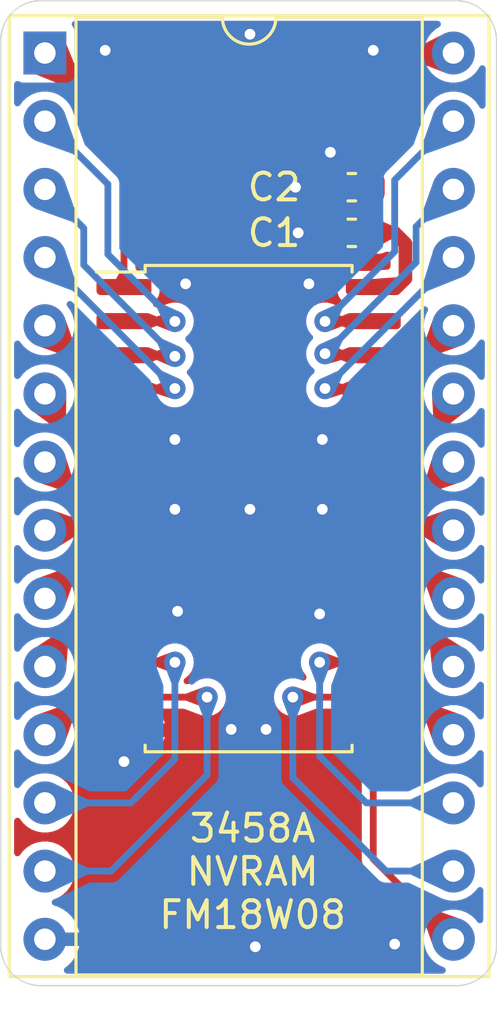
<source format=kicad_pcb>
(kicad_pcb
	(version 20240108)
	(generator "pcbnew")
	(generator_version "8.0")
	(general
		(thickness 1.6)
		(legacy_teardrops no)
	)
	(paper "A4")
	(layers
		(0 "F.Cu" signal)
		(31 "B.Cu" signal)
		(32 "B.Adhes" user "B.Adhesive")
		(33 "F.Adhes" user "F.Adhesive")
		(34 "B.Paste" user)
		(35 "F.Paste" user)
		(36 "B.SilkS" user "B.Silkscreen")
		(37 "F.SilkS" user "F.Silkscreen")
		(38 "B.Mask" user)
		(39 "F.Mask" user)
		(40 "Dwgs.User" user "User.Drawings")
		(41 "Cmts.User" user "User.Comments")
		(42 "Eco1.User" user "User.Eco1")
		(43 "Eco2.User" user "User.Eco2")
		(44 "Edge.Cuts" user)
		(45 "Margin" user)
		(46 "B.CrtYd" user "B.Courtyard")
		(47 "F.CrtYd" user "F.Courtyard")
		(48 "B.Fab" user)
		(49 "F.Fab" user)
	)
	(setup
		(pad_to_mask_clearance 0.051)
		(solder_mask_min_width 0.25)
		(allow_soldermask_bridges_in_footprints no)
		(pcbplotparams
			(layerselection 0x00010fc_ffffffff)
			(plot_on_all_layers_selection 0x0000000_00000000)
			(disableapertmacros no)
			(usegerberextensions no)
			(usegerberattributes no)
			(usegerberadvancedattributes no)
			(creategerberjobfile no)
			(dashed_line_dash_ratio 12.000000)
			(dashed_line_gap_ratio 3.000000)
			(svgprecision 4)
			(plotframeref no)
			(viasonmask no)
			(mode 1)
			(useauxorigin no)
			(hpglpennumber 1)
			(hpglpenspeed 20)
			(hpglpendiameter 15.000000)
			(pdf_front_fp_property_popups yes)
			(pdf_back_fp_property_popups yes)
			(dxfpolygonmode yes)
			(dxfimperialunits yes)
			(dxfusepcbnewfont yes)
			(psnegative no)
			(psa4output no)
			(plotreference yes)
			(plotvalue yes)
			(plotfptext yes)
			(plotinvisibletext no)
			(sketchpadsonfab no)
			(subtractmaskfromsilk no)
			(outputformat 1)
			(mirror no)
			(drillshape 0)
			(scaleselection 1)
			(outputdirectory "plots/")
		)
	)
	(net 0 "")
	(net 1 "/A8")
	(net 2 "/D2")
	(net 3 "/A9")
	(net 4 "/D1")
	(net 5 "/D0")
	(net 6 "GND")
	(net 7 "/A0")
	(net 8 "/A10")
	(net 9 "/A1")
	(net 10 "/A2")
	(net 11 "/D7")
	(net 12 "/A3")
	(net 13 "/D6")
	(net 14 "/A4")
	(net 15 "/D5")
	(net 16 "/A5")
	(net 17 "/D4")
	(net 18 "/A6")
	(net 19 "/D3")
	(net 20 "/A7")
	(net 21 "VDD")
	(net 22 "Net-(U1-~{OE})")
	(net 23 "Net-(U1-~{CS})")
	(net 24 "/A13")
	(net 25 "/A11")
	(net 26 "Net-(U1-~{WE})")
	(net 27 "/A12")
	(net 28 "/A14")
	(footprint "Capacitor_SMD:C_0603_1608Metric" (layer "F.Cu") (at 157.2 55.7 180))
	(footprint "Capacitor_SMD:C_0603_1608Metric" (layer "F.Cu") (at 157.2 54 180))
	(footprint "Package_SO:SOIC-28W_7.5x17.9mm_P1.27mm" (layer "F.Cu") (at 153.35 65.975))
	(footprint "Package_DIP:DIP-28_W15.24mm_Socket" (layer "F.Cu") (at 145.75 49))
	(gr_arc
		(start 161.1 47.05)
		(mid 162.16066 47.48934)
		(end 162.6 48.55)
		(stroke
			(width 0.05)
			(type default)
		)
		(layer "Edge.Cuts")
		(uuid "01b5652a-d4b0-428e-aeaa-e32abc9bce26")
	)
	(gr_line
		(start 144.1 82.25)
		(end 144.1 48.55)
		(stroke
			(width 0.05)
			(type solid)
		)
		(layer "Edge.Cuts")
		(uuid "47785766-13b5-4a70-b3de-d17025160935")
	)
	(gr_arc
		(start 162.6 82.25)
		(mid 162.16066 83.31066)
		(end 161.1 83.75)
		(stroke
			(width 0.05)
			(type default)
		)
		(layer "Edge.Cuts")
		(uuid "643e8290-a985-4062-9410-9ebd1af94e80")
	)
	(gr_line
		(start 145.6 47.05)
		(end 161.1 47.05)
		(stroke
			(width 0.05)
			(type solid)
		)
		(layer "Edge.Cuts")
		(uuid "70fc720b-86e8-489d-848d-08e3a18d869a")
	)
	(gr_line
		(start 162.6 48.55)
		(end 162.6 82.25)
		(stroke
			(width 0.05)
			(type solid)
		)
		(layer "Edge.Cuts")
		(uuid "7e9a20f4-cb88-4294-9d98-12f78e4ca5b1")
	)
	(gr_arc
		(start 145.6 83.75)
		(mid 144.53934 83.31066)
		(end 144.1 82.25)
		(stroke
			(width 0.05)
			(type default)
		)
		(layer "Edge.Cuts")
		(uuid "a6035e6c-0b06-41f7-b2a1-c0a5934ef31e")
	)
	(gr_line
		(start 161.1 83.75)
		(end 145.6 83.75)
		(stroke
			(width 0.05)
			(type solid)
		)
		(layer "Edge.Cuts")
		(uuid "c65ce707-21f5-4cf3-9a5d-362fb4e26163")
	)
	(gr_arc
		(start 144.1 48.55)
		(mid 144.53934 47.48934)
		(end 145.6 47.05)
		(stroke
			(width 0.05)
			(type default)
		)
		(layer "Edge.Cuts")
		(uuid "ef9d8535-fdc2-4f53-ae06-72e68f274560")
	)
	(gr_text "3458A\nNVRAM\nFM18W08"
		(at 153.5 79.5 0)
		(layer "F.SilkS")
		(uuid "00000000-0000-0000-0000-00005e588df6")
		(effects
			(font
				(size 1 1)
				(thickness 0.15)
			)
		)
	)
	(segment
		(start 156.23 61.53)
		(end 156.2 61.5)
		(width 0.254)
		(layer "F.Cu")
		(net 1)
		(uuid "60832817-9aaf-47b6-9bcc-78b6c103eccd")
	)
	(segment
		(start 158 61.53)
		(end 156.23 61.53)
		(width 0.254)
		(layer "F.Cu")
		(net 1)
		(uuid "8303b964-081d-4c39-8d95-3ec1de3124ba")
	)
	(via
		(at 156.2 61.5)
		(size 0.8)
		(drill 0.4)
		(layers "F.Cu" "B.Cu")
		(teardrops
			(best_length_ratio 0.5)
			(max_length 1)
			(best_width_ratio 1)
			(max_width 2)
			(curve_points 0)
			(filter_ratio 0.9)
			(enabled yes)
			(allow_two_segments yes)
			(prefer_zone_connections yes)
		)
		(net 1)
		(uuid "2981cd34-3423-48e0-b71e-21f2d6a659d1")
	)
	(segment
		(start 160.99 56.71)
		(end 160.99 56.62)
		(width 0.254)
		(layer "B.Cu")
		(net 1)
		(uuid "4edf5046-70a0-4a7f-9376-e40ff62dbef0")
	)
	(segment
		(start 156.2 61.5)
		(end 160.99 56.71)
		(width 0.254)
		(layer "B.Cu")
		(net 1)
		(uuid "cf21960b-f35c-41f3-b107-967a3705ca76")
	)
	(segment
		(start 148.74 73)
		(end 148.7 72.96)
		(width 0.254)
		(layer "F.Cu")
		(net 2)
		(uuid "807520cf-eb30-4349-b4ab-039ee1485cbd")
	)
	(segment
		(start 151.8 73)
		(end 148.74 73)
		(width 0.254)
		(layer "F.Cu")
		(net 2)
		(uuid "a324fb05-20b9-43fd-8924-1012ae219a93")
	)
	(via
		(at 151.8 73)
		(size 0.8)
		(drill 0.4)
		(layers "F.Cu" "B.Cu")
		(teardrops
			(best_length_ratio 0.5)
			(max_length 1)
			(best_width_ratio 1)
			(max_width 2)
			(curve_points 0)
			(filter_ratio 0.9)
			(enabled yes)
			(allow_two_segments yes)
			(prefer_zone_connections yes)
		)
		(net 2)
		(uuid "5b2e37c4-e37b-47f1-8cb1-410fe700d4ab")
	)
	(segment
		(start 145.75 79.48)
		(end 148.22 79.48)
		(width 0.254)
		(layer "B.Cu")
		(net 2)
		(uuid "13026761-58f8-4172-98d5-bcbfc78e27c3")
	)
	(segment
		(start 148.22 79.48)
		(end 151.8 75.9)
		(width 0.254)
		(layer "B.Cu")
		(net 2)
		(uuid "c904554b-593a-4df2-a03d-20549f1c0d70")
	)
	(segment
		(start 151.8 75.9)
		(end 151.8 73)
		(width 0.254)
		(layer "B.Cu")
		(net 2)
		(uuid "dae18f32-b8c7-4259-a48c-10656f3c303a")
	)
	(segment
		(start 158 62.8)
		(end 159.3 62.8)
		(width 0.254)
		(layer "F.Cu")
		(net 3)
		(uuid "10e919f6-ad7d-4afc-b18f-b510c45b301a")
	)
	(segment
		(start 159.3 62.8)
		(end 159.7 62.4)
		(width 0.254)
		(layer "F.Cu")
		(net 3)
		(uuid "2dfc63ff-ee2b-4e53-8c73-c82db4997064")
	)
	(segment
		(start 159.7 60.45)
		(end 160.99 59.16)
		(width 0.254)
		(layer "F.Cu")
		(net 3)
		(uuid "a0606946-71c1-4d7d-a72c-cfc556cd2f9d")
	)
	(segment
		(start 159.7 62.4)
		(end 159.7 60.45)
		(width 0.254)
		(layer "F.Cu")
		(net 3)
		(uuid "cefa9a53-ed33-432d-bd57-5efb3c2cf780")
	)
	(segment
		(start 150.6 71.7)
		(end 148.71 71.7)
		(width 0.254)
		(layer "F.Cu")
		(net 4)
		(uuid "60ce433e-d1d8-4210-9556-d4b07163a18d")
	)
	(segment
		(start 148.71 71.7)
		(end 148.7 71.69)
		(width 0.254)
		(layer "F.Cu")
		(net 4)
		(uuid "c73b572a-818f-42c7-9e47-6729e1994c4c")
	)
	(via
		(at 150.6 71.7)
		(size 0.8)
		(drill 0.4)
		(layers "F.Cu" "B.Cu")
		(teardrops
			(best_length_ratio 0.5)
			(max_length 1)
			(best_width_ratio 1)
			(max_width 2)
			(curve_points 0)
			(filter_ratio 0.9)
			(enabled yes)
			(allow_two_segments yes)
			(prefer_zone_connections yes)
		)
		(net 4)
		(uuid "d6974bba-c0cb-4f46-ad2e-f34ffaae10b7")
	)
	(segment
		(start 148.96 76.94)
		(end 150.6 75.3)
		(width 0.254)
		(layer "B.Cu")
		(net 4)
		(uuid "5db8df8d-9bb1-48ea-9d65-83ede7beb9f9")
	)
	(segment
		(start 150.6 75.3)
		(end 150.6 71.7)
		(width 0.254)
		(layer "B.Cu")
		(net 4)
		(uuid "9b89a452-d319-45c1-87ec-ea9679cbaa8d")
	)
	(segment
		(start 145.75 76.94)
		(end 148.96 76.94)
		(width 0.254)
		(layer "B.Cu")
		(net 4)
		(uuid "d22d45b7-d2b7-45bf-97cb-8abaf1e1d862")
	)
	(segment
		(start 145.75 74.4)
		(end 147.1 73.05)
		(width 0.254)
		(layer "F.Cu")
		(net 5)
		(uuid "1796c2ef-8c9f-482b-95c8-c1a6e893cd83")
	)
	(segment
		(start 147.78 70.42)
		(end 148.7 70.42)
		(width 0.254)
		(layer "F.Cu")
		(net 5)
		(uuid "3af04171-e2cb-4b01-8976-d08f9d32d3fb")
	)
	(segment
		(start 147.1 71.1)
		(end 147.78 70.42)
		(width 0.254)
		(layer "F.Cu")
		(net 5)
		(uuid "7a298dfc-f728-4107-95aa-2868a99633e3")
	)
	(segment
		(start 147.1 73.05)
		(end 147.1 71.2)
		(width 0.254)
		(layer "F.Cu")
		(net 5)
		(uuid "a0253773-0835-44fb-a0e7-902203003de9")
	)
	(segment
		(start 147.1 71.2)
		(end 147.1 71.1)
		(width 0.254)
		(layer "F.Cu")
		(net 5)
		(uuid "ae10bde6-ecc1-4f8b-b853-61136685099a")
	)
	(via
		(at 150.6 66)
		(size 0.8)
		(drill 0.4)
		(layers "F.Cu" "B.Cu")
		(free yes)
		(teardrops
			(best_length_ratio 0.5)
			(max_length 1)
			(best_width_ratio 1)
			(max_width 2)
			(curve_points 0)
			(filter_ratio 0.9)
			(enabled yes)
			(allow_two_segments yes)
			(prefer_zone_connections yes)
		)
		(net 6)
		(uuid "070ab54d-b6b7-417c-8a42-3a7cb55ac3a8")
	)
	(via
		(at 155.6 57.6)
		(size 0.8)
		(drill 0.4)
		(layers "F.Cu" "B.Cu")
		(free yes)
		(teardrops
			(best_length_ratio 0.5)
			(max_length 1)
			(best_width_ratio 1)
			(max_width 2)
			(curve_points 0)
			(filter_ratio 0.9)
			(enabled yes)
			(allow_two_segments yes)
			(prefer_zone_connections yes)
		)
		(net 6)
		(uuid "0be6a0d1-c6e6-4a62-8df0-0dd5acd2c623")
	)
	(via
		(at 148.7 75.4)
		(size 0.8)
		(drill 0.4)
		(layers "F.Cu" "B.Cu")
		(free yes)
		(teardrops
			(best_length_ratio 0.5)
			(max_length 1)
			(best_width_ratio 1)
			(max_width 2)
			(curve_points 0)
			(filter_ratio 0.9)
			(enabled yes)
			(allow_two_segments yes)
			(prefer_zone_connections yes)
		)
		(net 6)
		(uuid "150ad4a0-d449-446f-88e6-5db59e8795cb")
	)
	(via
		(at 153.4 66)
		(size 0.8)
		(drill 0.4)
		(layers "F.Cu" "B.Cu")
		(free yes)
		(teardrops
			(best_length_ratio 0.5)
			(max_length 1)
			(best_width_ratio 1)
			(max_width 2)
			(curve_points 0)
			(filter_ratio 0.9)
			(enabled yes)
			(allow_two_segments yes)
			(prefer_zone_connections yes)
		)
		(net 6)
		(uuid "2967f131-6aa9-4093-842f-15e07f607c7c")
	)
	(via
		(at 156 69.9)
		(size 0.8)
		(drill 0.4)
		(layers "F.Cu" "B.Cu")
		(free yes)
		(teardrops
			(best_length_ratio 0.5)
			(max_length 1)
			(best_width_ratio 1)
			(max_width 2)
			(curve_points 0)
			(filter_ratio 0.9)
			(enabled yes)
			(allow_two_segments yes)
			(prefer_zone_connections yes)
		)
		(net 6)
		(uuid "398dc884-7187-4564-8c47-596c867950a9")
	)
	(via
		(at 152.7 74.2)
		(size 0.8)
		(drill 0.4)
		(layers "F.Cu" "B.Cu")
		(free yes)
		(teardrops
			(best_length_ratio 0.5)
			(max_length 1)
			(best_width_ratio 1)
			(max_width 2)
			(curve_points 0)
			(filter_ratio 0.9)
			(enabled yes)
			(allow_two_segments yes)
			(prefer_zone_connections yes)
		)
		(net 6)
		(uuid "770eb21c-6389-48cb-a8f7-6c8362c67405")
	)
	(via
		(at 151 57.6)
		(size 0.8)
		(drill 0.4)
		(layers "F.Cu" "B.Cu")
		(free yes)
		(teardrops
			(best_length_ratio 0.5)
			(max_length 1)
			(best_width_ratio 1)
			(max_width 2)
			(curve_points 0)
			(filter_ratio 0.9)
			(enabled yes)
			(allow_two_segments yes)
			(prefer_zone_connections yes)
		)
		(net 6)
		(uuid "8587fd0a-05bb-44a9-a009-7d873b803b6a")
	)
	(via
		(at 158.8 82.2)
		(size 0.8)
		(drill 0.4)
		(layers "F.Cu" "B.Cu")
		(free yes)
		(teardrops
			(best_length_ratio 0.5)
			(max_length 1)
			(best_width_ratio 1)
			(max_width 2)
			(curve_points 0)
			(filter_ratio 0.9)
			(enabled yes)
			(allow_two_segments yes)
			(prefer_zone_connections yes)
		)
		(net 6)
		(uuid "85d0ae8f-7b5b-4c5b-9f7b-37db5a86fd0e")
	)
	(via
		(at 156.1 66)
		(size 0.8)
		(drill 0.4)
		(layers "F.Cu" "B.Cu")
		(free yes)
		(teardrops
			(best_length_ratio 0.5)
			(max_length 1)
			(best_width_ratio 1)
			(max_width 2)
			(curve_points 0)
			(filter_ratio 0.9)
			(enabled yes)
			(allow_two_segments yes)
			(prefer_zone_connections yes)
		)
		(net 6)
		(uuid "8780a561-5bf5-48bb-9f0d-2ea12bef03b8")
	)
	(via
		(at 156.4 52.7)
		(size 0.8)
		(drill 0.4)
		(layers "F.Cu" "B.Cu")
		(free yes)
		(teardrops
			(best_length_ratio 0.5)
			(max_length 1)
			(best_width_ratio 1)
			(max_width 2)
			(curve_points 0)
			(filter_ratio 0.9)
			(enabled yes)
			(allow_two_segments yes)
			(prefer_zone_connections yes)
		)
		(net 6)
		(uuid "88ebf4c3-4583-4d52-b171-c1c2dada670c")
	)
	(via
		(at 158 48.9)
		(size 0.8)
		(drill 0.4)
		(layers "F.Cu" "B.Cu")
		(free yes)
		(teardrops
			(best_length_ratio 0.5)
			(max_length 1)
			(best_width_ratio 1)
			(max_width 2)
			(curve_points 0)
			(filter_ratio 0.9)
			(enabled yes)
			(allow_two_segments yes)
			(prefer_zone_connections yes)
		)
		(net 6)
		(uuid "8c8e97fc-d683-4bb7-9f0c-14a0c31af948")
	)
	(via
		(at 150.7 69.8)
		(size 0.8)
		(drill 0.4)
		(layers "F.Cu" "B.Cu")
		(free yes)
		(teardrops
			(best_length_ratio 0.5)
			(max_length 1)
			(best_width_ratio 1)
			(max_width 2)
			(curve_points 0)
			(filter_ratio 0.9)
			(enabled yes)
			(allow_two_segments yes)
			(prefer_zone_connections yes)
		)
		(net 6)
		(uuid "97627975-de36-4f32-9ac1-1942b33399e2")
	)
	(via
		(at 150.6 63.4)
		(size 0.8)
		(drill 0.4)
		(layers "F.Cu" "B.Cu")
		(free yes)
		(teardrops
			(best_length_ratio 0.5)
			(max_length 1)
			(best_width_ratio 1)
			(max_width 2)
			(curve_points 0)
			(filter_ratio 0.9)
			(enabled yes)
			(allow_two_segments yes)
			(prefer_zone_connections yes)
		)
		(net 6)
		(uuid "b794cf7f-5fcb-481e-bf80-5935a2672119")
	)
	(via
		(at 148 48.9)
		(size 0.8)
		(drill 0.4)
		(layers "F.Cu" "B.Cu")
		(free yes)
		(teardrops
			(best_length_ratio 0.5)
			(max_length 1)
			(best_width_ratio 1)
			(max_width 2)
			(curve_points 0)
			(filter_ratio 0.9)
			(enabled yes)
			(allow_two_segments yes)
			(prefer_zone_connections yes)
		)
		(net 6)
		(uuid "c064873b-d9ef-4a6c-be87-8c860cc7779b")
	)
	(via
		(at 155.2 55.7)
		(size 0.8)
		(drill 0.4)
		(layers "F.Cu" "B.Cu")
		(free yes)
		(teardrops
			(best_length_ratio 0.5)
			(max_length 1)
			(best_width_ratio 1)
			(max_width 2)
			(curve_points 0)
			(filter_ratio 0.9)
			(enabled yes)
			(allow_two_segments yes)
			(prefer_zone_connections yes)
		)
		(net 6)
		(uuid "c9b8bd58-c680-44b9-89a7-a8d33df33a13")
	)
	(via
		(at 156.1 63.4)
		(size 0.8)
		(drill 0.4)
		(layers "F.Cu" "B.Cu")
		(free yes)
		(teardrops
			(best_length_ratio 0.5)
			(max_length 1)
			(best_width_ratio 1)
			(max_width 2)
			(curve_points 0)
			(filter_ratio 0.9)
			(enabled yes)
			(allow_two_segments yes)
			(prefer_zone_connections yes)
		)
		(net 6)
		(uuid "df240df1-8917-4a6b-b7f8-ebd6338c1995")
	)
	(via
		(at 153.4 48.3)
		(size 0.8)
		(drill 0.4)
		(layers "F.Cu" "B.Cu")
		(free yes)
		(teardrops
			(best_length_ratio 0.5)
			(max_length 1)
			(best_width_ratio 1)
			(max_width 2)
			(curve_points 0)
			(filter_ratio 0.9)
			(enabled yes)
			(allow_two_segments yes)
			(prefer_zone_connections yes)
		)
		(net 6)
		(uuid "e16a60fc-7527-4bf9-9ffb-2850a8b519d6")
	)
	(via
		(at 155.1 54)
		(size 0.8)
		(drill 0.4)
		(layers "F.Cu" "B.Cu")
		(free yes)
		(teardrops
			(best_length_ratio 0.5)
			(max_length 1)
			(best_width_ratio 1)
			(max_width 2)
			(curve_points 0)
			(filter_ratio 0.9)
			(enabled yes)
			(allow_two_segments yes)
			(prefer_zone_connections yes)
		)
		(net 6)
		(uuid "f5fe5a7b-4573-4a6c-bf8b-dd3014ede46b")
	)
	(via
		(at 154 74.2)
		(size 0.8)
		(drill 0.4)
		(layers "F.Cu" "B.Cu")
		(free yes)
		(teardrops
			(best_length_ratio 0.5)
			(max_length 1)
			(best_width_ratio 1)
			(max_width 2)
			(curve_points 0)
			(filter_ratio 0.9)
			(enabled yes)
			(allow_two_segments yes)
			(prefer_zone_connections yes)
		)
		(net 6)
		(uuid "f97492c2-b186-44a6-9585-f029c0de0016")
	)
	(via
		(at 153.6 82.3)
		(size 0.8)
		(drill 0.4)
		(layers "F.Cu" "B.Cu")
		(free yes)
		(teardrops
			(best_length_ratio 0.5)
			(max_length 1)
			(best_width_ratio 1)
			(max_width 2)
			(curve_points 0)
			(filter_ratio 0.9)
			(enabled yes)
			(allow_two_segments yes)
			(prefer_zone_connections yes)
		)
		(net 6)
		(uuid "fc7ba99a-d53a-4fde-bfe7-1cd61fc51146")
	)
	(segment
		(start 145.75 71.86)
		(end 145.75 71.35)
		(width 0.254)
		(layer "F.Cu")
		(net 7)
		(uuid "6d7bc18d-2092-47b4-aa0a-fad2c9f3b956")
	)
	(segment
		(start 147.95 69.15)
		(end 148.7 69.15)
		(width 0.254)
		(layer "F.Cu")
		(net 7)
		(uuid "e31d5903-5ee0-44cc-998b-b88147ee5272")
	)
	(segment
		(start 145.75 71.35)
		(end 147.95 69.15)
		(width 0.254)
		(layer "F.Cu")
		(net 7)
		(uuid "e5c62b8e-4f9a-435d-a764-80de083601f8")
	)
	(segment
		(start 160.99 66.78)
		(end 160.82 66.61)
		(width 0.254)
		(layer "F.Cu")
		(net 8)
		(uuid "9a5ea43c-886f-45a9-acaa-d89dfe3756a7")
	)
	(segment
		(start 160.82 66.61)
		(end 158 66.61)
		(width 0.254)
		(layer "F.Cu")
		(net 8)
		(uuid "e1c32f4f-0cae-4e56-a3b7-9ffc8f08850c")
	)
	(segment
		(start 147.19 67.88)
		(end 148.7 67.88)
		(width 0.254)
		(layer "F.Cu")
		(net 9)
		(uuid "054f9635-e957-4aa3-b282-acc541a6e383")
	)
	(segment
		(start 145.75 69.32)
		(end 147.19 67.88)
		(width 0.254)
		(layer "F.Cu")
		(net 9)
		(uuid "3e4c606b-b27c-40ea-b2f6-5f0073f2a4ca")
	)
	(segment
		(start 145.92 66.61)
		(end 148.7 66.61)
		(width 0.254)
		(layer "F.Cu")
		(net 10)
		(uuid "3dc5b1dc-dd0e-49e5-926c-470bc08c0eca")
	)
	(segment
		(start 145.75 66.78)
		(end 145.92 66.61)
		(width 0.254)
		(layer "F.Cu")
		(net 10)
		(uuid "5f6cc865-1106-4c87-8691-ed901ff381ce")
	)
	(segment
		(start 158 69.15)
		(end 159.25 69.15)
		(width 0.254)
		(layer "F.Cu")
		(net 11)
		(uuid "2086bec6-02c5-40d8-b98f-20ff7eeea97b")
	)
	(segment
		(start 159.4 69.3)
		(end 159.4 69.8)
		(width 0.254)
		(layer "F.Cu")
		(net 11)
		(uuid "4c1e6f3e-cf6f-4919-aa24-84227cd26e71")
	)
	(segment
		(start 159.4 69.8)
		(end 160.99 71.39)
		(width 0.254)
		(layer "F.Cu")
		(net 11)
		(uuid "623e82c1-16d1-42c2-8894-84a88a68a410")
	)
	(segment
		(start 160.99 71.39)
		(end 160.99 71.86)
		(width 0.254)
		(layer "F.Cu")
		(net 11)
		(uuid "7f892ea8-b206-4392-85bf-2e35dc36f6f9")
	)
	(segment
		(start 159.25 69.15)
		(end 159.4 69.3)
		(width 0.254)
		(layer "F.Cu")
		(net 11)
		(uuid "89a171d2-7638-4354-acc1-f558ad51b3fa")
	)
	(segment
		(start 146.85 65.34)
		(end 148.7 65.34)
		(width 0.254)
		(layer "F.Cu")
		(net 12)
		(uuid "882874c0-9517-46e9-be2e-a5b34ef08e60")
	)
	(segment
		(start 145.75 64.24)
		(end 146.85 65.34)
		(width 0.254)
		(layer "F.Cu")
		(net 12)
		(uuid "c0bdc839-a631-4912-a31c-c59a62453fd4")
	)
	(segment
		(start 159.22 70.42)
		(end 159.7 70.9)
		(width 0.25)
		(layer "F.Cu")
		(net 13)
		(uuid "304d727b-ef79-41a9-b739-ddc4c2e5cfd8")
	)
	(segment
		(start 159.7 70.9)
		(end 159.7 71.2)
		(width 0.25)
		(layer "F.Cu")
		(net 13)
		(uuid "48faf3de-25cb-4a33-aa81-796fa9c5cf35")
	)
	(segment
		(start 159.7 71.2)
		(end 159.7 73.11)
		(width 0.254)
		(layer "F.Cu")
		(net 13)
		(uuid "4c235e3e-e7c5-4422-809e-5322e38896a0")
	)
	(segment
		(start 159.7 73.11)
		(end 160.99 74.4)
		(width 0.254)
		(layer "F.Cu")
		(net 13)
		(uuid "7da7b67e-8a65-4f21-b421-6cf9936397c9")
	)
	(segment
		(start 158 70.42)
		(end 159.22 70.42)
		(width 0.25)
		(layer "F.Cu")
		(net 13)
		(uuid "9b4ce52b-c26d-4b09-91e8-09f5d3bf3bc7")
	)
	(segment
		(start 147.47 64.07)
		(end 148.7 64.07)
		(width 0.254)
		(layer "F.Cu")
		(net 14)
		(uuid "2a42ffab-e24a-4999-8763-d1e2ee2814ea")
	)
	(segment
		(start 145.75 61.7)
		(end 145.75 62.35)
		(width 0.254)
		(layer "F.Cu")
		(net 14)
		(uuid "2e64e1fe-898c-4dfd-b442-ac509657a396")
	)
	(segment
		(start 148.12 64.07)
		(end 148.7 64.07)
		(width 0.254)
		(layer "F.Cu")
		(net 14)
		(uuid "6d857060-188f-4aa7-8bdd-78ca338aa98d")
	)
	(segment
		(start 145.75 62.35)
		(end 147.47 64.07)
		(width 0.254)
		(layer "F.Cu")
		(net 14)
		(uuid "e81d3289-e013-42db-89b8-82437a3416d2")
	)
	(segment
		(start 157.99 71.7)
		(end 158 71.69)
		(width 0.254)
		(layer "F.Cu")
		(net 15)
		(uuid "00cd9951-556f-434d-b19f-686b21047154")
	)
	(segment
		(start 156 71.7)
		(end 157.99 71.7)
		(width 0.254)
		(layer "F.Cu")
		(net 15)
		(uuid "4ccfdaa2-27c3-4263-a6b4-63c9910125a8")
	)
	(via
		(at 156 71.7)
		(size 0.8)
		(drill 0.4)
		(layers "F.Cu" "B.Cu")
		(teardrops
			(best_length_ratio 0.5)
			(max_length 1)
			(best_width_ratio 1)
			(max_width 2)
			(curve_points 0)
			(filter_ratio 0.9)
			(enabled yes)
			(allow_two_segments yes)
			(prefer_zone_connections yes)
		)
		(net 15)
		(uuid "ddf10712-0d59-4b90-bdd5-751eba98cbc9")
	)
	(segment
		(start 160.99 76.94)
		(end 157.74 76.94)
		(width 0.254)
		(layer "B.Cu")
		(net 15)
		(uuid "07f30505-d1f5-4ebe-a1ac-1cc8f975c3e6")
	)
	(segment
		(start 157.74 76.94)
		(end 156 75.2)
		(width 0.254)
		(layer "B.Cu")
		(net 15)
		(uuid "ce3d1227-f8ac-4045-b93f-96c3a7ea5225")
	)
	(segment
		(start 156 75.2)
		(end 156 71.7)
		(width 0.254)
		(layer "B.Cu")
		(net 15)
		(uuid "f51f7737-0040-4364-b4ae-305d7a75d391")
	)
	(segment
		(start 145.75 59.16)
		(end 147.1 60.51)
		(width 0.254)
		(layer "F.Cu")
		(net 16)
		(uuid "294e29b6-2e02-4aea-a219-6e918be86f19")
	)
	(segment
		(start 147.4 62.8)
		(end 148.7 62.8)
		(width 0.254)
		(layer "F.Cu")
		(net 16)
		(uuid "7ca87d56-daaa-42ba-be51-34449eabef35")
	)
	(segment
		(start 147.1 62.5)
		(end 147.4 62.8)
		(width 0.254)
		(layer "F.Cu")
		(net 16)
		(uuid "8113d955-e700-4ae4-88e9-4ccb8df8baa1")
	)
	(segment
		(start 147.1 60.51)
		(end 147.1 62.5)
		(width 0.254)
		(layer "F.Cu")
		(net 16)
		(uuid "aed8ecd8-ccb9-4d02-a641-0c2b63822020")
	)
	(segment
		(start 155 73)
		(end 157.96 73)
		(width 0.254)
		(layer "F.Cu")
		(net 17)
		(uuid "bd740f56-5064-4e70-9409-9f3045eefbe2")
	)
	(segment
		(start 157.96 73)
		(end 158 72.96)
		(width 0.254)
		(layer "F.Cu")
		(net 17)
		(uuid "c92c4dca-699c-460f-82f4-9c1b2b8a8c4e")
	)
	(via
		(at 155 73)
		(size 0.8)
		(drill 0.4)
		(layers "F.Cu" "B.Cu")
		(teardrops
			(best_length_ratio 0.5)
			(max_length 1)
			(best_width_ratio 1)
			(max_width 2)
			(curve_points 0)
			(filter_ratio 0.9)
			(enabled yes)
			(allow_two_segments yes)
			(prefer_zone_connections yes)
		)
		(net 17)
		(uuid "e200ff84-f66e-4985-a058-53874b5539de")
	)
	(segment
		(start 160.99 79.48)
		(end 158.48 79.48)
		(width 0.254)
		(layer "B.Cu")
		(net 17)
		(uuid "3455ff44-e632-4b6f-9120-2680dba973c1")
	)
	(segment
		(start 155 76)
		(end 155 73)
		(width 0.254)
		(layer "B.Cu")
		(net 17)
		(uuid "873c3f01-45e6-40f3-8ed3-3a4da9e68a97")
	)
	(segment
		(start 158.48 79.48)
		(end 155 76)
		(width 0.254)
		(layer "B.Cu")
		(net 17)
		(uuid "cb32717d-5f13-4e60-aec7-e8b631309cdf")
	)
	(segment
		(start 150.57 61.53)
		(end 150.6 61.5)
		(width 0.254)
		(layer "F.Cu")
		(net 18)
		(uuid "28aafcbe-0bf8-401d-b111-21463c649426")
	)
	(segment
		(start 148.7 61.53)
		(end 150.57 61.53)
		(width 0.254)
		(layer "F.Cu")
		(net 18)
		(uuid "b7697ddc-81c1-477d-a98d-41a3dafbf721")
	)
	(via
		(at 150.6 61.5)
		(size 0.8)
		(drill 0.4)
		(layers "F.Cu" "B.Cu")
		(teardrops
			(best_length_ratio 0.5)
			(max_length 1)
			(best_width_ratio 1)
			(max_width 2)
			(curve_points 0)
			(filter_ratio 0.9)
			(enabled yes)
			(allow_two_segments yes)
			(prefer_zone_connections yes)
		)
		(net 18)
		(uuid "71c47ead-183d-45cf-96fb-b9ca98f3bacc")
	)
	(segment
		(start 145.75 56.65)
		(end 145.75 56.62)
		(width 0.254)
		(layer "B.Cu")
		(net 18)
		(uuid "1e1d3901-a548-493e-a802-6cc2b0eec677")
	)
	(segment
		(start 150.6 61.5)
		(end 145.75 56.65)
		(width 0.254)
		(layer "B.Cu")
		(net 18)
		(uuid "ee1bd105-f860-4777-ae0f-f21302d7fde7")
	)
	(segment
		(start 158 79.03)
		(end 160.99 82.02)
		(width 0.254)
		(layer "F.Cu")
		(net 19)
		(uuid "58209144-dec5-49c2-80ff-57093af36a40")
	)
	(segment
		(start 158 74.23)
		(end 158 79.03)
		(width 0.254)
		(layer "F.Cu")
		(net 19)
		(uuid "630154ea-7061-49be-b1bb-f2cec6db0572")
	)
	(segment
		(start 148.7 60.26)
		(end 150.56 60.26)
		(width 0.254)
		(layer "F.Cu")
		(net 20)
		(uuid "075512c6-ce9b-45c4-a6fe-1dda9578285c")
	)
	(segment
		(start 150.56 60.26)
		(end 150.6 60.3)
		(width 0.254)
		(layer "F.Cu")
		(net 20)
		(uuid "758bb3d4-f508-428c-b40e-9e3ece15aeeb")
	)
	(via
		(at 150.6 60.3)
		(size 0.8)
		(drill 0.4)
		(layers "F.Cu" "B.Cu")
		(teardrops
			(best_length_ratio 0.5)
			(max_length 1)
			(best_width_ratio 1)
			(max_width 2)
			(curve_points 0)
			(filter_ratio 0.9)
			(enabled yes)
			(allow_two_segments yes)
			(prefer_zone_connections yes)
		)
		(net 20)
		(uuid "6ef54bba-f1a8-4490-b2ee-f77a81cebde6")
	)
	(segment
		(start 147.2 56.9)
		(end 147.2 55.53)
		(width 0.254)
		(layer "B.Cu")
		(net 20)
		(uuid "1b3f19c6-2681-4bde-83ba-90ab29e3fc77")
	)
	(segment
		(start 150.6 60.3)
		(end 147.2 56.9)
		(width 0.254)
		(layer "B.Cu")
		(net 20)
		(uuid "3045fdba-1629-4d08-9bdb-0e2d4b56237d")
	)
	(segment
		(start 147.2 55.53)
		(end 145.75 54.08)
		(width 0.254)
		(layer "B.Cu")
		(net 20)
		(uuid "326caaae-f510-474d-9a53-87cb83d361e3")
	)
	(segment
		(start 157.975 54)
		(end 157.975 55.7)
		(width 0.508)
		(layer "F.Cu")
		(net 21)
		(uuid "1315fa89-dfde-4693-8aae-6f8297d66979")
	)
	(segment
		(start 158 57.72)
		(end 158.88 57.72)
		(width 0.508)
		(layer "F.Cu")
		(net 21)
		(uuid "45c9977e-ce9e-4099-a6d5-d216102c7808")
	)
	(segment
		(start 159.6 49)
		(end 157.975 50.625)
		(width 0.508)
		(layer "F.Cu")
		(net 21)
		(uuid "7239ce4e-9dee-417a-9a1f-8d420dfd14f9")
	)
	(segment
		(start 160.99 49)
		(end 159.6 49)
		(width 0.508)
		(layer "F.Cu")
		(net 21)
		(uuid "785d080e-5ba2-4a61-8ba6-70bda1f38753")
	)
	(segment
		(start 159.2 56.1)
		(end 158.8 55.7)
		(width 0.508)
		(layer "F.Cu")
		(net 21)
		(uuid "7d141e23-880b-46fa-a26a-bfcadefb3903")
	)
	(segment
		(start 158.88 57.72)
		(end 159.2 57.4)
		(width 0.508)
		(layer "F.Cu")
		(net 21)
		(uuid "93e79de6-aa47-49b1-b1f1-671cf53bf355")
	)
	(segment
		(start 157.975 50.625)
		(end 157.975 54)
		(width 0.508)
		(layer "F.Cu")
		(net 21)
		(uuid "9b71a8a7-f441-4cfe-9fee-2e17207cad6b")
	)
	(segment
		(start 158.8 55.7)
		(end 157.975 55.7)
		(width 0.508)
		(layer "F.Cu")
		(net 21)
		(uuid "b151ff72-e38e-447f-b44d-a18f443a4291")
	)
	(segment
		(start 159.2 57.4)
		(end 159.2 56.1)
		(width 0.508)
		(layer "F.Cu")
		(net 21)
		(uuid "fce7bb80-37ce-4c45-a4c6-7ef6419d636c")
	)
	(segment
		(start 160.99 64.24)
		(end 159.89 65.34)
		(width 0.254)
		(layer "F.Cu")
		(net 22)
		(uuid "5fd78a07-b16f-4f2e-9f9b-d92a65486f3f")
	)
	(segment
		(start 159.89 65.34)
		(end 158 65.34)
		(width 0.254)
		(layer "F.Cu")
		(net 22)
		(uuid "f6523a71-1d03-43a5-a28e-4e4fd874e45a")
	)
	(segment
		(start 160.99 69.32)
		(end 159.55 67.88)
		(width 0.254)
		(layer "F.Cu")
		(net 23)
		(uuid "41ba69db-f675-4548-909d-c843e271d799")
	)
	(segment
		(start 159.55 67.88)
		(end 158 67.88)
		(width 0.254)
		(layer "F.Cu")
		(net 23)
		(uuid "5922d360-6bd6-41bc-952d-baf50522491b")
	)
	(segment
		(start 156.26 60.26)
		(end 156.2 60.2)
		(width 0.254)
		(layer "F.Cu")
		(net 24)
		(uuid "4094e394-ea63-4352-b0bf-ee2a2931f8da")
	)
	(segment
		(start 158 60.26)
		(end 156.26 60.26)
		(width 0.254)
		(layer "F.Cu")
		(net 24)
		(uuid "8d65725f-6e99-44c6-b6eb-4da70c06e2a5")
	)
	(via
		(at 156.2 60.2)
		(size 0.8)
		(drill 0.4)
		(layers "F.Cu" "B.Cu")
		(teardrops
			(best_length_ratio 0.5)
			(max_length 1)
			(best_width_ratio 1)
			(max_width 2)
			(curve_points 0)
			(filter_ratio 0.9)
			(enabled yes)
			(allow_two_segments yes)
			(prefer_zone_connections yes)
		)
		(net 24)
		(uuid "3d3cc7ee-6ea1-4517-82be-059abb831648")
	)
	(segment
		(start 156.2 60.2)
		(end 159.6 56.8)
		(width 0.254)
		(layer "B.Cu")
		(net 24)
		(uuid "69d0dc1c-4e69-4a82-9ead-ab754634b623")
	)
	(segment
		(start 159.6 55.47)
		(end 160.99 54.08)
		(width 0.254)
		(layer "B.Cu")
		(net 24)
		(uuid "7fe5e4ee-ba24-4c33-81e9-ec2f9b3e1c6f")
	)
	(segment
		(start 159.6 56.8)
		(end 159.6 55.47)
		(width 0.254)
		(layer "B.Cu")
		(net 24)
		(uuid "b6cfbcb4-fa88-423d-9019-dc7b1d439111")
	)
	(segment
		(start 159.33 64.07)
		(end 160.99 62.41)
		(width 0.254)
		(layer "F.Cu")
		(net 25)
		(uuid "22099e12-0440-444b-8ec6-af7982626203")
	)
	(segment
		(start 160.99 62.41)
		(end 160.99 61.7)
		(width 0.254)
		(layer "F.Cu")
		(net 25)
		(uuid "54eb9507-cac1-4bf9-a2f9-7443dd658a3d")
	)
	(segment
		(start 158 64.07)
		(end 159.33 64.07)
		(width 0.254)
		(layer "F.Cu")
		(net 25)
		(uuid "6bebc5c2-e837-4a99-8622-a6704082bb30")
	)
	(segment
		(start 158 64.07)
		(end 158.62 64.07)
		(width 0.254)
		(layer "F.Cu")
		(net 25)
		(uuid "6e76f676-1be9-4d0c-b0e0-420a346c69dd")
	)
	(segment
		(start 156.21 58.99)
		(end 156.2 59)
		(width 0.254)
		(layer "F.Cu")
		(net 26)
		(uuid "7c66af71-7e26-4379-a986-a46a0f167952")
	)
	(segment
		(start 158 58.99)
		(end 156.21 58.99)
		(width 0.254)
		(layer "F.Cu")
		(net 26)
		(uuid "abf428b7-294a-4a21-9429-c2fef829aaf2")
	)
	(via
		(at 156.2 59)
		(size 0.8)
		(drill 0.4)
		(layers "F.Cu" "B.Cu")
		(teardrops
			(best_length_ratio 0.5)
			(max_length 1)
			(best_width_ratio 1)
			(max_width 2)
			(curve_points 0)
			(filter_ratio 0.9)
			(enabled yes)
			(allow_two_segments yes)
			(prefer_zone_connections yes)
		)
		(net 26)
		(uuid "8a1a3326-5dd6-4565-90c3-49148dc55fb1")
	)
	(segment
		(start 158.8 56.4)
		(end 158.8 53.73)
		(width 0.254)
		(layer "B.Cu")
		(net 26)
		(uuid "72c73cdb-c334-43f2-a900-67ba5f2735ad")
	)
	(segment
		(start 158.8 53.73)
		(end 160.99 51.54)
		(width 0.254)
		(layer "B.Cu")
		(net 26)
		(uuid "8178bd99-547d-4863-80d9-db1394673fbb")
	)
	(segment
		(start 156.2 59)
		(end 158.8 56.4)
		(width 0.254)
		(layer "B.Cu")
		(net 26)
		(uuid "abef3ec0-265f-4a33-8ed4-001deb788629")
	)
	(segment
		(start 148.7 58.99)
		(end 150.59 58.99)
		(width 0.254)
		(layer "F.Cu")
		(net 27)
		(uuid "7004334a-a4b3-4bd8-9f1b-3805e38384c2")
	)
	(segment
		(start 150.59 58.99)
		(end 150.6 59)
		(width 0.254)
		(layer "F.Cu")
		(net 27)
		(uuid "fd2c9296-241c-4ea1-bab5-f8f09504a92c")
	)
	(via
		(at 150.6 59)
		(size 0.8)
		(drill 0.4)
		(layers "F.Cu" "B.Cu")
		(teardrops
			(best_length_ratio 0.5)
			(max_length 1)
			(best_width_ratio 1)
			(max_width 2)
			(curve_points 0)
			(filter_ratio 0.9)
			(enabled yes)
			(allow_two_segments yes)
			(prefer_zone_connections yes)
		)
		(net 27)
		(uuid "03b4a278-0b71-4ef7-a707-41146c15e199")
	)
	(segment
		(start 150.6 59)
		(end 148.1 56.5)
		(width 0.254)
		(layer "B.Cu")
		(net 27)
		(uuid "51da7649-efca-4947-acfd-a825c3421be0")
	)
	(segment
		(start 148.1 53.89)
		(end 145.75 51.54)
		(width 0.254)
		(layer "B.Cu")
		(net 27)
		(uuid "5584350f-45eb-4790-8b0a-901d218eb2b3")
	)
	(segment
		(start 148.1 56.5)
		(end 148.1 53.89)
		(width 0.254)
		(layer "B.Cu")
		(net 27)
		(uuid "ee7ae5bc-4a2d-4052-bbf5-4adaedc6593f")
	)
	(segment
		(start 148.7 57.72)
		(end 148.7 51.95)
		(width 0.254)
		(layer "F.Cu")
		(net 28)
		(uuid "55edeef5-9968-467c-8da3-e4e042c66a12")
	)
	(segment
		(start 148.7 51.95)
		(end 145.75 49)
		(width 0.254)
		(layer "F.Cu")
		(net 28)
		(uuid "9daaa0fa-1aa2-40f1-9bfb-99ed9738cfa3")
	)
	(zone
		(net 11)
		(net_name "/D7")
		(layer "F.Cu")
		(uuid "0329fe6c-7bc3-4485-b7f1-04f6f06ea16f")
		(name "$teardrop_padvia$")
		(hatch full 0.1)
		(priority 30043)
		(attr
			(teardrop
				(type padvia)
			)
		)
		(connect_pads yes
			(clearance 0)
		)
		(min_thickness 0.0254)
		(filled_areas_thickness no)
		(fill yes
			(thermal_gap 0.5)
			(thermal_bridge_width 0.5)
			(island_removal_mode 1)
			(island_area_min 10)
		)
		(polygon
			(pts
				(xy 159.213231 69.292835) (xy 159.392835 69.113231) (xy 158.974005 68.889216) (xy 157.999293 69.149293)
				(xy 158.932403 69.438582)
			)
		)
		(filled_polygon
			(layer "F.Cu")
			(pts
				(xy 158.978077 68.891394) (xy 159.378929 69.105793) (xy 159.384607 69.112716) (xy 159.383727 69.121627)
				(xy 159.381683 69.124382) (xy 159.214511 69.291554) (xy 159.211628 69.293666) (xy 158.936667 69.436368)
				(xy 158.927812 69.437158) (xy 158.038055 69.16131) (xy 158.031168 69.155587) (xy 158.030345 69.14667)
				(xy 158.036068 69.139783) (xy 158.038499 69.138831) (xy 158.969544 68.890406)
			)
		)
	)
	(zone
		(net 22)
		(net_name "Net-(U1-~{OE})")
		(layer "F.Cu")
		(uuid "067d51de-1725-4bdf-b5d9-046e4781d2fc")
		(name "$teardrop_padvia$")
		(hatch full 0.1)
		(priority 30037)
		(attr
			(teardrop
				(type padvia)
			)
		)
		(connect_pads yes
			(clearance 0)
		)
		(min_thickness 0.0254)
		(filled_areas_thickness no)
		(fill yes
			(thermal_gap 0.5)
			(thermal_bridge_width 0.5)
			(island_removal_mode 1)
			(island_area_min 10)
		)
		(polygon
			(pts
				(xy 159.325 65.467) (xy 159.325 65.213) (xy 158.932403 65.051418) (xy 157.999 65.34) (xy 158.932403 65.628582)
			)
		)
		(filled_polygon
			(layer "F.Cu")
			(pts
				(xy 158.936292 65.053018) (xy 159.317753 65.210017) (xy 159.324099 65.216334) (xy 159.325 65.220836)
				(xy 159.325 65.459163) (xy 159.321573 65.467436) (xy 159.317753 65.469982) (xy 158.936293 65.62698)
				(xy 158.928384 65.627339) (xy 158.313518 65.43724) (xy 158.035153 65.351177) (xy 158.028262 65.34546)
				(xy 158.027432 65.336544) (xy 158.03315 65.329652) (xy 158.035152 65.328822) (xy 158.928385 65.05266)
			)
		)
	)
	(zone
		(net 17)
		(net_name "/D4")
		(layer "F.Cu")
		(uuid "0c88da8f-0bd4-4341-a1a5-54d81907148f")
		(name "$teardrop_padvia$")
		(hatch full 0.1)
		(priority 30040)
		(attr
			(teardrop
				(type padvia)
			)
		)
		(connect_pads yes
			(clearance 0)
		)
		(min_thickness 0.0254)
		(filled_areas_thickness no)
		(fill yes
			(thermal_gap 0.5)
			(thermal_bridge_width 0.5)
			(island_removal_mode 1)
			(island_area_min 10)
		)
		(polygon
			(pts
				(xy 156.675 72.873) (xy 156.675 73.127) (xy 157.067597 73.248582) (xy 158.001 72.96) (xy 157.041575 72.688805)
			)
		)
		(filled_polygon
			(layer "F.Cu")
			(pts
				(xy 157.300738 72.762061) (xy 157.962946 72.949243) (xy 157.969976 72.954791) (xy 157.971023 72.963684)
				(xy 157.965475 72.970714) (xy 157.96322 72.97168) (xy 157.071055 73.247512) (xy 157.064138 73.24751)
				(xy 156.683239 73.129551) (xy 156.67635 73.12383) (xy 156.675 73.118375) (xy 156.675 72.880214)
				(xy 156.678427 72.871941) (xy 156.681444 72.869761) (xy 157.037513 72.690845) (xy 157.045947 72.690041)
			)
		)
	)
	(zone
		(net 21)
		(net_name "VDD")
		(layer "F.Cu")
		(uuid "0e3c8dfd-9e5b-4f8b-8fb2-46e7fcec1c80")
		(name "$teardrop_padvia$")
		(hatch full 0.1)
		(priority 30023)
		(attr
			(teardrop
				(type padvia)
			)
		)
		(connect_pads yes
			(clearance 0)
		)
		(min_thickness 0.0254)
		(filled_areas_thickness no)
		(fill yes
			(thermal_gap 0.5)
			(thermal_bridge_width 0.5)
			(island_removal_mode 1)
			(island_area_min 10)
		)
		(polygon
			(pts
				(xy 159.454 57.347487) (xy 158.946 57.347487) (xy 157.957602 57.42) (xy 158 57.721) (xy 159.025 57.716154)
			)
		)
		(filled_polygon
			(layer "F.Cu")
			(pts
				(xy 159.430706 57.350914) (xy 159.434133 57.359187) (xy 159.430706 57.36746) (xy 159.430059 57.368061)
				(xy 159.028264 57.713348) (xy 159.020693 57.716174) (xy 158.010216 57.720951) (xy 158.001927 57.717563)
				(xy 157.998575 57.710883) (xy 157.994999 57.685501) (xy 157.959346 57.432383) (xy 157.961586 57.423715)
				(xy 157.9693 57.419167) (xy 157.97005 57.419086) (xy 158.945577 57.347517) (xy 158.946433 57.347487)
				(xy 159.422433 57.347487)
			)
		)
	)
	(zone
		(net 23)
		(net_name "Net-(U1-~{CS})")
		(layer "F.Cu")
		(uuid "0e6cfe00-0624-4a0f-b959-8cd188bfa3fd")
		(name "$teardrop_padvia$")
		(hatch full 0.1)
		(priority 30004)
		(attr
			(teardrop
				(type padvia)
			)
		)
		(connect_pads yes
			(clearance 0)
		)
		(min_thickness 0.0254)
		(filled_areas_thickness no)
		(fill yes
			(thermal_gap 0.5)
			(thermal_bridge_width 0.5)
			(island_removal_mode 1)
			(island_area_min 10)
		)
		(polygon
			(pts
				(xy 159.948433 68.098828) (xy 159.768828 68.278433) (xy 160.250896 69.626147) (xy 160.990707 69.320707)
				(xy 161.296147 68.580896)
			)
		)
		(filled_polygon
			(layer "F.Cu")
			(pts
				(xy 159.955408 68.101323) (xy 161.284588 68.576761) (xy 161.291223 68.582774) (xy 161.291663 68.591718)
				(xy 161.291462 68.592242) (xy 160.992562 69.316212) (xy 160.986237 69.322551) (xy 160.986212 69.322562)
				(xy 160.262242 69.621462) (xy 160.253287 69.621451) (xy 160.246962 69.615112) (xy 160.246761 69.614588)
				(xy 160.142305 69.322562) (xy 159.771323 68.285408) (xy 159.771763 68.276464) (xy 159.774063 68.273197)
				(xy 159.943195 68.104065) (xy 159.951467 68.100639)
			)
		)
	)
	(zone
		(net 2)
		(net_name "/D2")
		(layer "F.Cu")
		(uuid "10d377e8-13d2-4dbb-a7fa-0baf9a7ec569")
		(name "$teardrop_padvia$")
		(hatch full 0.1)
		(priority 30039)
		(attr
			(teardrop
				(type padvia)
			)
		)
		(connect_pads yes
			(clearance 0)
		)
		(min_thickness 0.0254)
		(filled_areas_thickness no)
		(fill yes
			(thermal_gap 0.5)
			(thermal_bridge_width 0.5)
			(island_removal_mode 1)
			(island_area_min 10)
		)
		(polygon
			(pts
				(xy 150.025 73.127) (xy 150.025 72.873) (xy 149.658424 72.688805) (xy 148.699 72.96) (xy 149.632403 73.248582)
			)
		)
		(filled_polygon
			(layer "F.Cu")
			(pts
				(xy 149.662485 72.690845) (xy 150.018553 72.86976) (xy 150.024407 72.876536) (xy 150.025 72.880214)
				(xy 150.025 73.118375) (xy 150.021573 73.126648) (xy 150.016761 73.129551) (xy 149.635861 73.24751)
				(xy 149.628944 73.247512) (xy 148.736779 72.97168) (xy 148.729887 72.965962) (xy 148.729057 72.957046)
				(xy 148.734775 72.950154) (xy 148.737046 72.949245) (xy 149.654051 72.690041)
			)
		)
	)
	(zone
		(net 8)
		(net_name "/A10")
		(layer "F.Cu")
		(uuid "10f427eb-8f11-4699-8329-9c4f4322cc8f")
		(name "$teardrop_padvia$")
		(hatch full 0.1)
		(priority 30024)
		(attr
			(teardrop
				(type padvia)
			)
		)
		(connect_pads yes
			(clearance 0)
		)
		(min_thickness 0.0254)
		(filled_areas_thickness no)
		(fill yes
			(thermal_gap 0.5)
			(thermal_bridge_width 0.5)
			(island_removal_mode 1)
			(island_area_min 10)
		)
		(polygon
			(pts
				(xy 159.325 66.737) (xy 159.325 66.483) (xy 158.932403 66.321418) (xy 157.999 66.61) (xy 158.932403 66.898582)
			)
		)
		(filled_polygon
			(layer "F.Cu")
			(pts
				(xy 158.936292 66.323018) (xy 159.317753 66.480017) (xy 159.324099 66.486334) (xy 159.325 66.490836)
				(xy 159.325 66.729163) (xy 159.321573 66.737436) (xy 159.317753 66.739982) (xy 158.936293 66.89698)
				(xy 158.928384 66.897339) (xy 158.313518 66.70724) (xy 158.035153 66.621177) (xy 158.028262 66.61546)
				(xy 158.027432 66.606544) (xy 158.03315 66.599652) (xy 158.035152 66.598822) (xy 158.928385 66.32266)
			)
		)
	)
	(zone
		(net 9)
		(net_name "/A1")
		(layer "F.Cu")
		(uuid "180fa69c-773d-4b83-adef-49bff73e4a1a")
		(name "$teardrop_padvia$")
		(hatch full 0.1)
		(priority 30025)
		(attr
			(teardrop
				(type padvia)
			)
		)
		(connect_pads yes
			(clearance 0)
		)
		(min_thickness 0.0254)
		(filled_areas_thickness no)
		(fill yes
			(thermal_gap 0.5)
			(thermal_bridge_width 0.5)
			(island_removal_mode 1)
			(island_area_min 10)
		)
		(polygon
			(pts
				(xy 147.375 67.753) (xy 147.375 68.007) (xy 147.767597 68.168582) (xy 148.701 67.88) (xy 147.767597 67.591418)
			)
		)
		(filled_polygon
			(layer "F.Cu")
			(pts
				(xy 148.392538 67.784632) (xy 148.664845 67.868822) (xy 148.671737 67.87454) (xy 148.672567 67.883456)
				(xy 148.666849 67.890348) (xy 148.664845 67.891178) (xy 147.771615 68.167339) (xy 147.763706 68.16698)
				(xy 147.382247 68.009982) (xy 147.375901 68.003665) (xy 147.375 67.999163) (xy 147.375 67.760836)
				(xy 147.378427 67.752563) (xy 147.382245 67.750017) (xy 147.763707 67.593018) (xy 147.771614 67.59266)
			)
		)
	)
	(zone
		(net 1)
		(net_name "/A8")
		(layer "F.Cu")
		(uuid "1ba8581e-0581-414c-9c53-cf9ac2ccf543")
		(name "$teardrop_padvia$")
		(hatch full 0.1)
		(priority 30038)
		(attr
			(teardrop
				(type padvia)
			)
		)
		(connect_pads yes
			(clearance 0)
		)
		(min_thickness 0.0254)
		(filled_areas_thickness no)
		(fill yes
			(thermal_gap 0.5)
			(thermal_bridge_width 0.5)
			(island_removal_mode 1)
			(island_area_min 10)
		)
		(polygon
			(pts
				(xy 156.675 61.403) (xy 156.675 61.657) (xy 157.067597 61.818582) (xy 158.001 61.53) (xy 157.067597 61.241418)
			)
		)
		(filled_polygon
			(layer "F.Cu")
			(pts
				(xy 157.692538 61.434632) (xy 157.964845 61.518822) (xy 157.971737 61.52454) (xy 157.972567 61.533456)
				(xy 157.966849 61.540348) (xy 157.964845 61.541178) (xy 157.071615 61.817339) (xy 157.063706 61.81698)
				(xy 156.682247 61.659982) (xy 156.675901 61.653665) (xy 156.675 61.649163) (xy 156.675 61.410836)
				(xy 156.678427 61.402563) (xy 156.682245 61.400017) (xy 157.063707 61.243018) (xy 157.071614 61.24266)
			)
		)
	)
	(zone
		(net 3)
		(net_name "/A9")
		(layer "F.Cu")
		(uuid "1cf8d55d-1bfe-4433-a621-96505d75342c")
		(name "$teardrop_padvia$")
		(hatch full 0.1)
		(priority 30041)
		(attr
			(teardrop
				(type padvia)
			)
		)
		(connect_pads yes
			(clearance 0)
		)
		(min_thickness 0.0254)
		(filled_areas_thickness no)
		(fill yes
			(thermal_gap 0.5)
			(thermal_bridge_width 0.5)
			(island_removal_mode 1)
			(island_area_min 10)
		)
		(polygon
			(pts
				(xy 159.40748 62.872124) (xy 159.227876 62.69252) (xy 158.932403 62.511418) (xy 157.999293 62.800707)
				(xy 158.933714 63.087705)
			)
		)
		(filled_polygon
			(layer "F.Cu")
			(pts
				(xy 158.936258 62.51381) (xy 158.93692 62.514187) (xy 159.226695 62.691796) (xy 159.228854 62.693498)
				(xy 159.395547 62.860191) (xy 159.398974 62.868464) (xy 159.395547 62.876737) (xy 159.39212 62.879113)
				(xy 158.937752 63.085867) (xy 158.929471 63.086401) (xy 158.728743 63.02475) (xy 158.035536 62.811838)
				(xy 158.028633 62.806133) (xy 158.027787 62.797219) (xy 158.033492 62.790316) (xy 158.035496 62.789482)
				(xy 158.927341 62.512987)
			)
		)
	)
	(zone
		(net 19)
		(net_name "/D3")
		(layer "F.Cu")
		(uuid "2012dca0-4357-4986-9df6-b24e9aab014e")
		(name "$teardrop_padvia$")
		(hatch full 0.1)
		(priority 30008)
		(attr
			(teardrop
				(type padvia)
			)
		)
		(connect_pads yes
			(clearance 0)
		)
		(min_thickness 0.0254)
		(filled_areas_thickness no)
		(fill yes
			(thermal_gap 0.5)
			(thermal_bridge_width 0.5)
			(island_removal_mode 1)
			(island_area_min 10)
		)
		(polygon
			(pts
				(xy 159.948433 80.798828) (xy 159.768828 80.978433) (xy 160.250896 82.326147) (xy 160.990707 82.020707)
				(xy 161.296147 81.280896)
			)
		)
		(filled_polygon
			(layer "F.Cu")
			(pts
				(xy 159.955408 80.801323) (xy 161.284588 81.276761) (xy 161.291223 81.282774) (xy 161.291663 81.291718)
				(xy 161.291462 81.292242) (xy 160.992562 82.016212) (xy 160.986237 82.022551) (xy 160.986212 82.022562)
				(xy 160.262242 82.321462) (xy 160.253287 82.321451) (xy 160.246962 82.315112) (xy 160.246761 82.314588)
				(xy 160.142305 82.022562) (xy 159.771323 80.985408) (xy 159.771763 80.976464) (xy 159.774063 80.973197)
				(xy 159.943195 80.804065) (xy 159.951467 80.800639)
			)
		)
	)
	(zone
		(net 4)
		(net_name "/D1")
		(layer "F.Cu")
		(uuid "25b95d58-68a8-4575-94c7-b778b9074c2c")
		(name "$teardrop_padvia$")
		(hatch full 0.1)
		(priority 30030)
		(attr
			(teardrop
				(type padvia)
			)
		)
		(connect_pads yes
			(clearance 0)
		)
		(min_thickness 0.0254)
		(filled_areas_thickness no)
		(fill yes
			(thermal_gap 0.5)
			(thermal_bridge_width 0.5)
			(island_removal_mode 1)
			(island_area_min 10)
		)
		(polygon
			(pts
				(xy 150.025 71.827) (xy 150.025 71.573) (xy 149.632403 71.401418) (xy 148.699 71.69) (xy 149.632403 71.978582)
			)
		)
		(filled_polygon
			(layer "F.Cu")
			(pts
				(xy 149.636386 71.403158) (xy 150.017985 71.569934) (xy 150.024194 71.576387) (xy 150.025 71.580655)
				(xy 150.025 71.818975) (xy 150.021573 71.827248) (xy 150.017514 71.82989) (xy 149.636191 71.977119)
				(xy 149.628521 71.977381) (xy 148.735153 71.701177) (xy 148.728262 71.69546) (xy 148.727432 71.686544)
				(xy 148.73315 71.679652) (xy 148.735152 71.678822) (xy 149.628249 71.402702)
			)
		)
	)
	(zone
		(net 5)
		(net_name "/D0")
		(layer "F.Cu")
		(uuid "31e751b3-0008-456f-8b08-00ca93993aae")
		(name "$teardrop_padvia$")
		(hatch full 0.1)
		(priority 30022)
		(attr
			(teardrop
				(type padvia)
			)
		)
		(connect_pads yes
			(clearance 0)
		)
		(min_thickness 0.0254)
		(filled_areas_thickness no)
		(fill yes
			(thermal_gap 0.5)
			(thermal_bridge_width 0.5)
			(island_removal_mode 1)
			(island_area_min 10)
		)
		(polygon
			(pts
				(xy 147.373066 70.647329) (xy 147.552671 70.826934) (xy 148.735854 70.72) (xy 148.700707 70.419293)
				(xy 147.675 70.372931)
			)
		)
		(filled_polygon
			(layer "F.Cu")
			(pts
				(xy 148.690769 70.418843) (xy 148.698878 70.42264) (xy 148.701861 70.429173) (xy 148.734459 70.70807)
				(xy 148.732016 70.716685) (xy 148.724196 70.721049) (xy 148.723891 70.721081) (xy 147.558124 70.826441)
				(xy 147.549576 70.823772) (xy 147.548798 70.823061) (xy 147.381744 70.656007) (xy 147.378317 70.647734)
				(xy 147.381744 70.639461) (xy 147.382148 70.639075) (xy 147.620303 70.42264) (xy 147.671427 70.376177)
				(xy 147.679823 70.373149)
			)
		)
	)
	(zone
		(net 17)
		(net_name "/D4")
		(layer "F.Cu")
		(uuid "41fa5610-085c-46d9-aa43-352b75793eae")
		(name "$teardrop_padvia$")
		(hatch full 0.1)
		(priority 30048)
		(attr
			(teardrop
				(type padvia)
			)
		)
		(connect_pads yes
			(clearance 0)
		)
		(min_thickness 0.0254)
		(filled_areas_thickness no)
		(fill yes
			(thermal_gap 0.5)
			(thermal_bridge_width 0.5)
			(island_removal_mode 1)
			(island_area_min 10)
		)
		(polygon
			(pts
				(xy 155.8 73.127) (xy 155.8 72.873) (xy 155.153073 72.630448) (xy 154.999 73) (xy 155.153073 73.369552)
			)
		)
		(filled_polygon
			(layer "F.Cu")
			(pts
				(xy 155.792407 72.870153) (xy 155.798951 72.876266) (xy 155.8 72.881108) (xy 155.8 73.118891) (xy 155.796573 73.127164)
				(xy 155.792407 73.129846) (xy 155.163637 73.365591) (xy 155.154688 73.365287) (xy 155.148731 73.359138)
				(xy 155.000875 73.004499) (xy 155.000855 72.99555) (xy 155.148732 72.640859) (xy 155.155078 72.634543)
				(xy 155.163635 72.634408)
			)
		)
	)
	(zone
		(net 22)
		(net_name "Net-(U1-~{OE})")
		(layer "F.Cu")
		(uuid "447315d5-489e-4226-ad60-e4814f94e457")
		(name "$teardrop_padvia$")
		(hatch full 0.1)
		(priority 30012)
		(attr
			(teardrop
				(type padvia)
			)
		)
		(connect_pads yes
			(clearance 0)
		)
		(min_thickness 0.0254)
		(filled_areas_thickness no)
		(fill yes
			(thermal_gap 0.5)
			(thermal_bridge_width 0.5)
			(island_removal_mode 1)
			(island_area_min 10)
		)
		(polygon
			(pts
				(xy 159.845635 65.213) (xy 159.845635 65.467) (xy 161.296147 64.979104) (xy 160.991 64.24) (xy 160.250896 63.933853)
			)
		)
		(filled_polygon
			(layer "F.Cu")
			(pts
				(xy 160.262672 63.938724) (xy 160.98651 64.238143) (xy 160.992845 64.244472) (xy 160.992853 64.24449)
				(xy 161.291372 64.967539) (xy 161.291361 64.976494) (xy 161.285022 64.982819) (xy 161.284287 64.983093)
				(xy 159.861065 65.461809) (xy 159.852131 65.461199) (xy 159.846246 65.45445) (xy 159.845635 65.45072)
				(xy 159.845635 65.21481) (xy 159.846181 65.211276) (xy 159.923402 64.967539) (xy 160.247047 63.946)
				(xy 160.252812 63.939151) (xy 160.261734 63.938382)
			)
		)
	)
	(zone
		(net 26)
		(net_name "Net-(U1-~{WE})")
		(layer "F.Cu")
		(uuid "47d61eab-d498-423d-9dec-4bdfaf93b968")
		(name "$teardrop_padvia$")
		(hatch full 0.1)
		(priority 30051)
		(attr
			(teardrop
				(type padvia)
			)
		)
		(connect_pads yes
			(clearance 0)
		)
		(min_thickness 0.0254)
		(filled_areas_thickness no)
		(fill yes
			(thermal_gap 0.5)
			(thermal_bridge_width 0.5)
			(island_removal_mode 1)
			(island_area_min 10)
		)
		(polygon
			(pts
				(xy 156.998011 59.117) (xy 156.998011 58.863) (xy 156.353073 58.630448) (xy 156.199 59) (xy 156.353073 59.369552)
			)
		)
		(filled_polygon
			(layer "F.Cu")
			(pts
				(xy 156.99028 58.860212) (xy 156.9969 58.866242) (xy 156.998011 58.871218) (xy 156.998011 59.109017)
				(xy 156.994584 59.11729) (xy 156.990577 59.119911) (xy 156.363732 59.365377) (xy 156.354779 59.365203)
				(xy 156.348667 59.358985) (xy 156.200875 59.004499) (xy 156.200855 58.99555) (xy 156.348786 58.640729)
				(xy 156.355132 58.634413) (xy 156.363553 58.634227)
			)
		)
	)
	(zone
		(net 14)
		(net_name "/A4")
		(layer "F.Cu")
		(uuid "4c420ee5-5f36-418f-ac6f-53d609b3c29d")
		(name "$teardrop_padvia$")
		(hatch full 0.1)
		(priority 30044)
		(attr
			(teardrop
				(type padvia)
			)
		)
		(connect_pads yes
			(clearance 0)
		)
		(min_thickness 0.0254)
		(filled_areas_thickness no)
		(fill yes
			(thermal_gap 0.5)
			(thermal_bridge_width 0.5)
			(island_removal_mode 1)
			(island_area_min 10)
		)
		(polygon
			(pts
				(xy 147.492627 63.913023) (xy 147.313023 64.092627) (xy 147.714573 64.31954) (xy 148.700707 64.070707)
				(xy 147.767597 63.781418)
			)
		)
		(filled_polygon
			(layer "F.Cu")
			(pts
				(xy 148.660933 64.058376) (xy 148.66782 64.064099) (xy 148.668643 64.073016) (xy 148.66292 64.079903)
				(xy 148.660331 64.080895) (xy 147.719114 64.318393) (xy 147.710495 64.317235) (xy 147.326425 64.1002)
				(xy 147.320908 64.093147) (xy 147.321995 64.084258) (xy 147.323904 64.081745) (xy 147.491212 63.914437)
				(xy 147.494428 63.91216) (xy 147.763462 63.783396) (xy 147.771977 63.782776)
			)
		)
	)
	(zone
		(net 21)
		(net_name "VDD")
		(layer "F.Cu")
		(uuid "52d7f4e6-f935-4700-97c7-df1c492a0722")
		(name "$teardrop_padvia$")
		(hatch full 0.1)
		(priority 30017)
		(attr
			(teardrop
				(type padvia)
			)
		)
		(connect_pads yes
			(clearance 0)
		)
		(min_thickness 0.0254)
		(filled_areas_thickness no)
		(fill yes
			(thermal_gap 0.5)
			(thermal_bridge_width 0.5)
			(island_removal_mode 1)
			(island_area_min 10)
		)
		(polygon
			(pts
				(xy 158.229 54.775) (xy 157.721 54.775) (xy 157.542127 55.363896) (xy 157.975 55.701) (xy 158.407873 55.363896)
			)
		)
		(filled_polygon
			(layer "F.Cu")
			(pts
				(xy 158.228599 54.778427) (xy 158.231521 54.7833) (xy 158.405536 55.356204) (xy 158.404661 55.365116)
				(xy 158.40153 55.368835) (xy 157.982189 55.695401) (xy 157.973556 55.697781) (xy 157.967811 55.695401)
				(xy 157.548469 55.368835) (xy 157.544047 55.361048) (xy 157.544463 55.356204) (xy 157.718479 54.7833)
				(xy 157.724162 54.77638) (xy 157.729674 54.775) (xy 158.220326 54.775)
			)
		)
	)
	(zone
		(net 16)
		(net_name "/A5")
		(layer "F.Cu")
		(uuid "5c5b1986-d21a-4316-a364-517c175b8ec2")
		(name "$teardrop_padvia$")
		(hatch full 0.1)
		(priority 30002)
		(attr
			(teardrop
				(type padvia)
			)
		)
		(connect_pads yes
			(clearance 0)
		)
		(min_thickness 0.0254)
		(filled_areas_thickness no)
		(fill yes
			(thermal_gap 0.5)
			(thermal_bridge_width 0.5)
			(island_removal_mode 1)
			(island_area_min 10)
		)
		(polygon
			(pts
				(xy 146.791567 60.381172) (xy 146.971172 60.201567) (xy 146.489104 58.853853) (xy 145.749293 59.159293)
				(xy 145.443853 59.899104)
			)
		)
		(filled_polygon
			(layer "F.Cu")
			(pts
				(xy 146.486712 58.858548) (xy 146.493037 58.864887) (xy 146.493238 58.865411) (xy 146.968676 60.194591)
				(xy 146.968236 60.203535) (xy 146.965933 60.206805) (xy 146.796805 60.375933) (xy 146.788532 60.37936)
				(xy 146.784591 60.378676) (xy 145.455411 59.903238) (xy 145.448776 59.897225) (xy 145.448336 59.888281)
				(xy 145.448527 59.887782) (xy 145.747438 59.163785) (xy 145.753762 59.157448) (xy 145.753764 59.157446)
				(xy 146.477758 58.858537)
			)
		)
	)
	(zone
		(net 1)
		(net_name "/A8")
		(layer "F.Cu")
		(uuid "6206e5c9-984f-4d9d-acfa-5a67a40a72bd")
		(name "$teardrop_padvia$")
		(hatch full 0.1)
		(priority 30053)
		(attr
			(teardrop
				(type padvia)
			)
		)
		(connect_pads yes
			(clearance 0)
		)
		(min_thickness 0.0254)
		(filled_areas_thickness no)
		(fill yes
			(thermal_gap 0.5)
			(thermal_bridge_width 0.5)
			(island_removal_mode 1)
			(island_area_min 10)
		)
		(polygon
			(pts
				(xy 156.994033 61.657) (xy 156.994033 61.403) (xy 156.353073 61.130448) (xy 156.199 61.5) (xy 156.353073 61.869552)
			)
		)
		(filled_polygon
			(layer "F.Cu")
			(pts
				(xy 156.363839 61.135026) (xy 156.986911 61.399971) (xy 156.993184 61.406362) (xy 156.994033 61.410738)
				(xy 156.994033 61.648553) (xy 156.990606 61.656826) (xy 156.986016 61.659658) (xy 156.363377 61.866134)
				(xy 156.354445 61.865486) (xy 156.348895 61.859531) (xy 156.264456 61.657) (xy 156.200875 61.504499)
				(xy 156.200855 61.49555) (xy 156.348539 61.141321) (xy 156.354885 61.135005)
			)
		)
	)
	(zone
		(net 23)
		(net_name "Net-(U1-~{CS})")
		(layer "F.Cu")
		(uuid "642cbb06-b5be-4877-958e-09aee168b286")
		(name "$teardrop_padvia$")
		(hatch full 0.1)
		(priority 30029)
		(attr
			(teardrop
				(type padvia)
			)
		)
		(connect_pads yes
			(clearance 0)
		)
		(min_thickness 0.0254)
		(filled_areas_thickness no)
		(fill yes
			(thermal_gap 0.5)
			(thermal_bridge_width 0.5)
			(island_removal_mode 1)
			(island_area_min 10)
		)
		(polygon
			(pts
				(xy 159.325 68.007) (xy 159.325 67.753) (xy 158.932403 67.591418) (xy 157.999 67.88) (xy 158.932403 68.168582)
			)
		)
		(filled_polygon
			(layer "F.Cu")
			(pts
				(xy 158.936292 67.593018) (xy 159.317753 67.750017) (xy 159.324099 67.756334) (xy 159.325 67.760836)
				(xy 159.325 67.999163) (xy 159.321573 68.007436) (xy 159.317753 68.009982) (xy 158.936293 68.16698)
				(xy 158.928384 68.167339) (xy 158.313518 67.97724) (xy 158.035153 67.891177) (xy 158.028262 67.88546)
				(xy 158.027432 67.876544) (xy 158.03315 67.869652) (xy 158.035152 67.868822) (xy 158.928385 67.59266)
			)
		)
	)
	(zone
		(net 15)
		(net_name "/D5")
		(layer "F.Cu")
		(uuid "6555cb6f-ffc8-4518-b3f5-29c5d9710975")
		(name "$teardrop_padvia$")
		(hatch full 0.1)
		(priority 30047)
		(attr
			(teardrop
				(type padvia)
			)
		)
		(connect_pads yes
			(clearance 0)
		)
		(min_thickness 0.0254)
		(filled_areas_thickness no)
		(fill yes
			(thermal_gap 0.5)
			(thermal_bridge_width 0.5)
			(island_removal_mode 1)
			(island_area_min 10)
		)
		(polygon
			(pts
				(xy 156.8 71.827) (xy 156.8 71.573) (xy 156.153073 71.330448) (xy 155.999 71.7) (xy 156.153073 72.069552)
			)
		)
		(filled_polygon
			(layer "F.Cu")
			(pts
				(xy 156.792407 71.570153) (xy 156.798951 71.576266) (xy 156.8 71.581108) (xy 156.8 71.818891) (xy 156.796573 71.827164)
				(xy 156.792407 71.829846) (xy 156.163637 72.065591) (xy 156.154688 72.065287) (xy 156.148731 72.059138)
				(xy 156.000875 71.704499) (xy 156.000855 71.69555) (xy 156.148732 71.340859) (xy 156.155078 71.334543)
				(xy 156.163635 71.334408)
			)
		)
	)
	(zone
		(net 20)
		(net_name "/A7")
		(layer "F.Cu")
		(uuid "6cf2c5e7-e1c9-48f3-a685-1ed71b867897")
		(name "$teardrop_padvia$")
		(hatch full 0.1)
		(priority 30054)
		(attr
			(teardrop
				(type padvia)
			)
		)
		(connect_pads yes
			(clearance 0)
		)
		(min_thickness 0.0254)
		(filled_areas_thickness no)
		(fill yes
			(thermal_gap 0.5)
			(thermal_bridge_width 0.5)
			(island_removal_mode 1)
			(island_area_min 10)
		)
		(polygon
			(pts
				(xy 149.807956 60.133) (xy 149.807956 60.387) (xy 150.446927 60.669552) (xy 150.601 60.3) (xy 150.446927 59.930448)
			)
		)
		(filled_polygon
			(layer "F.Cu")
			(pts
				(xy 150.445636 59.934452) (xy 150.451049 59.940336) (xy 150.599123 60.295498) (xy 150.599144 60.304452)
				(xy 150.599123 60.304502) (xy 150.451526 60.65852) (xy 150.445179 60.664838) (xy 150.436225 60.664817)
				(xy 150.435995 60.664718) (xy 149.814924 60.390081) (xy 149.808744 60.383602) (xy 149.807956 60.379381)
				(xy 149.807956 60.141564) (xy 149.811383 60.133291) (xy 149.816118 60.130412) (xy 150.436715 59.933685)
			)
		)
	)
	(zone
		(net 27)
		(net_name "/A12")
		(layer "F.Cu")
		(uuid "6dfb0793-c855-494e-92a4-b4dda2c7c711")
		(name "$teardrop_padvia$")
		(hatch full 0.1)
		(priority 30050)
		(attr
			(teardrop
				(type padvia)
			)
		)
		(connect_pads yes
			(clearance 0)
		)
		(min_thickness 0.0254)
		(filled_areas_thickness no)
		(fill yes
			(thermal_gap 0.5)
			(thermal_bridge_width 0.5)
			(island_removal_mode 1)
			(island_area_min 10)
		)
		(polygon
			(pts
				(xy 149.801989 58.863) (xy 149.801989 59.117) (xy 150.446927 59.369552) (xy 150.601 59) (xy 150.446927 58.630448)
			)
		)
		(filled_polygon
			(layer "F.Cu")
			(pts
				(xy 150.445391 58.634644) (xy 150.451214 58.640731) (xy 150.599123 58.995498) (xy 150.599144 59.004452)
				(xy 150.599123 59.004502) (xy 150.451332 59.358985) (xy 150.444985 59.365303) (xy 150.436267 59.365377)
				(xy 149.809423 59.119911) (xy 149.802969 59.113704) (xy 149.801989 59.109017) (xy 149.801989 58.871218)
				(xy 149.805416 58.862945) (xy 149.809718 58.860212) (xy 150.436446 58.634227)
			)
		)
	)
	(zone
		(net 10)
		(net_name "/A2")
		(layer "F.Cu")
		(uuid "6ec0dffd-7505-4ed4-9cfd-aacc282c15ab")
		(name "$teardrop_padvia$")
		(hatch full 0.1)
		(priority 30027)
		(attr
			(teardrop
				(type padvia)
			)
		)
		(connect_pads yes
			(clearance 0)
		)
		(min_thickness 0.0254)
		(filled_areas_thickness no)
		(fill yes
			(thermal_gap 0.5)
			(thermal_bridge_width 0.5)
			(island_removal_mode 1)
			(island_area_min 10)
		)
		(polygon
			(pts
				(xy 147.375 66.483) (xy 147.375 66.737) (xy 147.767597 66.898582) (xy 148.701 66.61) (xy 147.767597 66.321418)
			)
		)
		(filled_polygon
			(layer "F.Cu")
			(pts
				(xy 148.392538 66.514632) (xy 148.664845 66.598822) (xy 148.671737 66.60454) (xy 148.672567 66.613456)
				(xy 148.666849 66.620348) (xy 148.664845 66.621178) (xy 147.771615 66.897339) (xy 147.763706 66.89698)
				(xy 147.382247 66.739982) (xy 147.375901 66.733665) (xy 147.375 66.729163) (xy 147.375 66.490836)
				(xy 147.378427 66.482563) (xy 147.382245 66.480017) (xy 147.763707 66.323018) (xy 147.771614 66.32266)
			)
		)
	)
	(zone
		(net 19)
		(net_name "/D3")
		(layer "F.Cu")
		(uuid "6eff5b0d-abf8-4971-87a1-18221ac3d7fa")
		(name "$teardrop_padvia$")
		(hatch full 0.1)
		(priority 30057)
		(attr
			(teardrop
				(type padvia)
			)
		)
		(connect_pads yes
			(clearance 0)
		)
		(min_thickness 0.0254)
		(filled_areas_thickness no)
		(fill yes
			(thermal_gap 0.5)
			(thermal_bridge_width 0.5)
			(island_removal_mode 1)
			(island_area_min 10)
		)
		(polygon
			(pts
				(xy 157.873 74.83) (xy 158.127 74.83) (xy 158.3 74.53) (xy 158 74.229) (xy 157.7 74.53)
			)
		)
		(filled_polygon
			(layer "F.Cu")
			(pts
				(xy 158.008258 74.237285) (xy 158.293677 74.523656) (xy 158.29709 74.531933) (xy 158.295526 74.537757)
				(xy 158.130375 74.824145) (xy 158.123275 74.8296) (xy 158.120241 74.83) (xy 157.879759 74.83) (xy 157.871486 74.826573)
				(xy 157.869624 74.824145) (xy 157.704474 74.537759) (xy 157.703309 74.52888) (xy 157.706319 74.523659)
				(xy 157.991714 74.237313) (xy 157.999981 74.233873)
			)
		)
	)
	(zone
		(net 10)
		(net_name "/A2")
		(layer "F.Cu")
		(uuid "74b135d3-1a44-4797-a20b-bcf189348b85")
		(name "$teardrop_padvia$")
		(hatch full 0.1)
		(priority 30009)
		(attr
			(teardrop
				(type padvia)
			)
		)
		(connect_pads yes
			(clearance 0)
		)
		(min_thickness 0.0254)
		(filled_areas_thickness no)
		(fill yes
			(thermal_gap 0.5)
			(thermal_bridge_width 0.5)
			(island_removal_mode 1)
			(island_area_min 10)
		)
		(polygon
			(pts
				(xy 147.316185 66.737) (xy 147.316185 66.483) (xy 146.056147 66.040896) (xy 145.749 66.78) (xy 146.056147 67.519104)
			)
		)
		(filled_polygon
			(layer "F.Cu")
			(pts
				(xy 147.308359 66.480254) (xy 147.315031 66.486226) (xy 147.316185 66.491294) (xy 147.316185 66.730491)
				(xy 147.312758 66.738764) (xy 147.310655 66.740432) (xy 146.067839 67.511846) (xy 146.059003 67.513297)
				(xy 146.051728 67.508075) (xy 146.050867 67.5064) (xy 145.750864 66.784487) (xy 145.750854 66.775538)
				(xy 146.051904 66.051105) (xy 146.058242 66.044782) (xy 146.066581 66.044557)
			)
		)
	)
	(zone
		(net 13)
		(net_name "/D6")
		(layer "F.Cu")
		(uuid "76db952a-cccf-4559-b2d6-fa22e8a5ee64")
		(name "$teardrop_padvia$")
		(hatch full 0.1)
		(priority 30045)
		(attr
			(teardrop
				(type padvia)
			)
		)
		(connect_pads yes
			(clearance 0)
		)
		(min_thickness 0.0254)
		(filled_areas_thickness no)
		(fill yes
			(thermal_gap 0.5)
			(thermal_bridge_width 0.5)
			(island_removal_mode 1)
			(island_area_min 10)
		)
		(polygon
			(pts
				(xy 159.205858 70.582634) (xy 159.382634 70.405858) (xy 158.989186 70.176086) (xy 157.999293 70.419293)
				(xy 158.932403 70.708582)
			)
		)
		(filled_polygon
			(layer "F.Cu")
			(pts
				(xy 158.993277 70.178475) (xy 159.369534 70.398208) (xy 159.37495 70.405339) (xy 159.373737 70.414211)
				(xy 159.371907 70.416584) (xy 159.207337 70.581154) (xy 159.203959 70.583508) (xy 158.936477 70.706705)
				(xy 158.928117 70.707253) (xy 158.03955 70.431773) (xy 158.032663 70.42605) (xy 158.03184 70.417133)
				(xy 158.037563 70.410246) (xy 158.040216 70.409238) (xy 158.984586 70.177216)
			)
		)
	)
	(zone
		(net 18)
		(net_name "/A6")
		(layer "F.Cu")
		(uuid "7ab4bc65-e948-4860-aa0e-21a5a2c6547c")
		(name "$teardrop_padvia$")
		(hatch full 0.1)
		(priority 30033)
		(attr
			(teardrop
				(type padvia)
			)
		)
		(connect_pads yes
			(clearance 0)
		)
		(min_thickness 0.0254)
		(filled_areas_thickness no)
		(fill yes
			(thermal_gap 0.5)
			(thermal_bridge_width 0.5)
			(island_removal_mode 1)
			(island_area_min 10)
		)
		(polygon
			(pts
				(xy 150.025 61.657) (xy 150.025 61.403) (xy 149.632403 61.241418) (xy 148.699 61.53) (xy 149.632403 61.818582)
			)
		)
		(filled_polygon
			(layer "F.Cu")
			(pts
				(xy 149.636292 61.243018) (xy 150.017753 61.400017) (xy 150.024099 61.406334) (xy 150.025 61.410836)
				(xy 150.025 61.649163) (xy 150.021573 61.657436) (xy 150.017753 61.659982) (xy 149.636293 61.81698)
				(xy 149.628384 61.817339) (xy 149.013518 61.62724) (xy 148.735153 61.541177) (xy 148.728262 61.53546)
				(xy 148.727432 61.526544) (xy 148.73315 61.519652) (xy 148.735152 61.518822) (xy 149.628385 61.24266)
			)
		)
	)
	(zone
		(net 9)
		(net_name "/A1")
		(layer "F.Cu")
		(uuid "85994ae6-2ea9-4409-af74-efa64faa7465")
		(name "$teardrop_padvia$")
		(hatch full 0.1)
		(priority 30003)
		(attr
			(teardrop
				(type padvia)
			)
		)
		(connect_pads yes
			(clearance 0)
		)
		(min_thickness 0.0254)
		(filled_areas_thickness no)
		(fill yes
			(thermal_gap 0.5)
			(thermal_bridge_width 0.5)
			(island_removal_mode 1)
			(island_area_min 10)
		)
		(polygon
			(pts
				(xy 146.971172 68.278433) (xy 146.791567 68.098828) (xy 145.443853 68.580896) (xy 145.749293 69.320707)
				(xy 146.489104 69.626147)
			)
		)
		(filled_polygon
			(layer "F.Cu")
			(pts
				(xy 146.793535 68.101763) (xy 146.796805 68.104066) (xy 146.965933 68.273194) (xy 146.96936 68.281467)
				(xy 146.968676 68.285408) (xy 146.493238 69.614588) (xy 146.487225 69.621223) (xy 146.478281 69.621663)
				(xy 146.477757 69.621462) (xy 145.753787 69.322562) (xy 145.747448 69.316237) (xy 145.747437 69.316212)
				(xy 145.448537 68.592242) (xy 145.448548 68.583287) (xy 145.454887 68.576962) (xy 145.45538 68.576772)
				(xy 146.784591 68.101323)
			)
		)
	)
	(zone
		(net 25)
		(net_name "/A11")
		(layer "F.Cu")
		(uuid "8a156980-9fad-4a39-9906-b13ed6ab8b22")
		(name "$teardrop_padvia$")
		(hatch full 0.1)
		(priority 30014)
		(attr
			(teardrop
				(type padvia)
			)
		)
		(connect_pads yes
			(clearance 0)
		)
		(min_thickness 0.0254)
		(filled_areas_thickness no)
		(fill yes
			(thermal_gap 0.5)
			(thermal_bridge_width 0.5)
			(island_removal_mode 1)
			(island_area_min 10)
		)
		(polygon
			(pts
				(xy 160.259445 62.96095) (xy 160.43905 63.140555) (xy 161.555685 62.265685) (xy 160.990707 61.699293)
				(xy 160.19 61.7)
			)
		)
		(filled_polygon
			(layer "F.Cu")
			(pts
				(xy 160.994122 61.702717) (xy 160.994139 61.702734) (xy 161.546369 62.256346) (xy 161.549786 62.264624)
				(xy 161.546349 62.272892) (xy 161.545302 62.273819) (xy 160.447209 63.134162) (xy 160.438583 63.136567)
				(xy 160.43172 63.133225) (xy 160.262607 62.964112) (xy 160.259199 62.956484) (xy 160.190679 61.712331)
				(xy 160.193645 61.703883) (xy 160.201718 61.700007) (xy 160.202347 61.699989) (xy 160.985846 61.699297)
			)
		)
	)
	(zone
		(net 12)
		(net_name "/A3")
		(layer "F.Cu")
		(uuid "8d1f8bce-2635-4f8f-978f-707d26b810aa")
		(name "$teardrop_padvia$")
		(hatch full 0.1)
		(priority 30011)
		(attr
			(teardrop
				(type padvia)
			)
		)
		(connect_pads yes
			(clearance 0)
		)
		(min_thickness 0.0254)
		(filled_areas_thickness no)
		(fill yes
			(thermal_gap 0.5)
			(thermal_bridge_width 0.5)
			(island_removal_mode 1)
			(island_area_min 10)
		)
		(polygon
			(pts
				(xy 146.894365 65.467) (xy 146.894365 65.213) (xy 146.489104 63.933853) (xy 145.749 64.24) (xy 145.443853 64.979104)
			)
		)
		(filled_polygon
			(layer "F.Cu")
			(pts
				(xy 146.486282 63.938729) (xy 146.492611 63.945064) (xy 146.492953 63.946002) (xy 146.893819 65.211276)
				(xy 146.894365 65.21481) (xy 146.894365 65.45072) (xy 146.890938 65.458993) (xy 146.882665 65.46242)
				(xy 146.878935 65.461809) (xy 145.455712 64.983093) (xy 145.448963 64.977208) (xy 145.448353 64.968274)
				(xy 145.44862 64.967557) (xy 145.747146 64.244489) (xy 145.753471 64.238151) (xy 145.753489 64.238143)
				(xy 146.477328 63.938724)
			)
		)
	)
	(zone
		(net 4)
		(net_name "/D1")
		(layer "F.Cu")
		(uuid "90852fd8-a60a-4f3b-902f-fc0bb42eaf1e")
		(name "$teardrop_padvia$")
		(hatch full 0.1)
		(priority 30046)
		(attr
			(teardrop
				(type padvia)
			)
		)
		(connect_pads yes
			(clearance 0)
		)
		(min_thickness 0.0254)
		(filled_areas_thickness no)
		(fill yes
			(thermal_gap 0.5)
			(thermal_bridge_width 0.5)
			(island_removal_mode 1)
			(island_area_min 10)
		)
		(polygon
			(pts
				(xy 149.8 71.573) (xy 149.8 71.827) (xy 150.446927 72.069552) (xy 150.601 71.7) (xy 150.446927 71.330448)
			)
		)
		(filled_polygon
			(layer "F.Cu")
			(pts
				(xy 150.445311 71.334712) (xy 150.451268 71.340861) (xy 150.599123 71.695498) (xy 150.599144 71.704452)
				(xy 150.599123 71.704502) (xy 150.451268 72.059138) (xy 150.444921 72.065456) (xy 150.436362 72.065591)
				(xy 149.807593 71.829846) (xy 149.801049 71.823733) (xy 149.8 71.818891) (xy 149.8 71.581108) (xy 149.803427 71.572835)
				(xy 149.807593 71.570153) (xy 150.436364 71.334408)
			)
		)
	)
	(zone
		(net 8)
		(net_name "/A10")
		(layer "F.Cu")
		(uuid "9a964b48-811b-4e9b-b405-f6305ddcec01")
		(name "$teardrop_padvia$")
		(hatch full 0.1)
		(priority 30010)
		(attr
			(teardrop
				(type padvia)
			)
		)
		(connect_pads yes
			(clearance 0)
		)
		(min_thickness 0.0254)
		(filled_areas_thickness no)
		(fill yes
			(thermal_gap 0.5)
			(thermal_bridge_width 0.5)
			(island_removal_mode 1)
			(island_area_min 10)
		)
		(polygon
			(pts
				(xy 159.423815 66.483) (xy 159.423815 66.737) (xy 160.683853 67.519104) (xy 160.991 66.78) (xy 160.683853 66.040896)
			)
		)
		(filled_polygon
			(layer "F.Cu")
			(pts
				(xy 160.68236 66.045051) (xy 160.688096 66.051107) (xy 160.989134 66.77551) (xy 160.989144 66.784463)
				(xy 160.989135 66.784485) (xy 160.989134 66.78449) (xy 160.689134 67.506395) (xy 160.682795 67.51272)
				(xy 160.67384 67.512709) (xy 160.67216 67.511846) (xy 159.429345 66.740432) (xy 159.424123 66.733157)
				(xy 159.423815 66.730491) (xy 159.423815 66.491294) (xy 159.427242 66.483021) (xy 159.431641 66.480254)
				(xy 160.673418 66.044557)
			)
		)
	)
	(zone
		(net 21)
		(net_name "VDD")
		(layer "F.Cu")
		(uuid "9c46c434-a858-43b0-929a-b4a0a51514b0")
		(name "$teardrop_padvia$")
		(hatch full 0.1)
		(priority 30018)
		(attr
			(teardrop
				(type padvia)
			)
		)
		(connect_pads yes
			(clearance 0)
		)
		(min_thickness 0.0254)
		(filled_areas_thickness no)
		(fill yes
			(thermal_gap 0.5)
			(thermal_bridge_width 0.5)
			(island_removal_mode 1)
			(island_area_min 10)
		)
		(polygon
			(pts
				(xy 157.721 54.925) (xy 158.229 54.925) (xy 158.407873 54.336104) (xy 157.975 53.999) (xy 157.542127 54.336104)
			)
		)
		(filled_polygon
			(layer "F.Cu")
			(pts
				(xy 157.982187 54.004597) (xy 158.40153 54.331164) (xy 158.405952 54.338951) (xy 158.405536 54.343795)
				(xy 158.231521 54.9167) (xy 158.225838 54.92362) (xy 158.220326 54.925) (xy 157.729674 54.925) (xy 157.721401 54.921573)
				(xy 157.718479 54.9167) (xy 157.544463 54.343795) (xy 157.545338 54.334883) (xy 157.548466 54.331167)
				(xy 157.967811 54.004597) (xy 157.976444 54.002218)
			)
		)
	)
	(zone
		(net 21)
		(net_name "VDD")
		(layer "F.Cu")
		(uuid "a9ee2e28-5185-41fc-81f2-2cf7862d626d")
		(name "$teardrop_padvia$")
		(hatch full 0.1)
		(priority 30020)
		(attr
			(teardrop
				(type padvia)
			)
		)
		(connect_pads yes
			(clearance 0)
		)
		(min_thickness 0.0254)
		(filled_areas_thickness no)
		(fill yes
			(thermal_gap 0.5)
			(thermal_bridge_width 0.5)
			(island_removal_mode 1)
			(island_area_min 10)
		)
		(polygon
			(pts
				(xy 158.673428 55.932638) (xy 159.032638 55.573428) (xy 158.327937 55.270079) (xy 157.974293 55.699293)
				(xy 158.286104 56.157873)
			)
		)
		(filled_polygon
			(layer "F.Cu")
			(pts
				(xy 158.336004 55.273551) (xy 159.016793 55.566607) (xy 159.023036 55.573025) (xy 159.022913 55.581979)
				(xy 159.020439 55.585626) (xy 158.674504 55.931561) (xy 158.672113 55.933402) (xy 158.29553 56.152391)
				(xy 158.286655 56.153588) (xy 158.279973 56.148856) (xy 157.979223 55.706544) (xy 157.977405 55.697775)
				(xy 157.979866 55.692528) (xy 158.322351 55.276858) (xy 158.330256 55.272653)
			)
		)
	)
	(zone
		(net 26)
		(net_name "Net-(U1-~{WE})")
		(layer "F.Cu")
		(uuid "af70a404-10b3-496d-80e3-9487a6518052")
		(name "$teardrop_padvia$")
		(hatch full 0.1)
		(priority 30035)
		(attr
			(teardrop
				(type padvia)
			)
		)
		(connect_pads yes
			(clearance 0)
		)
		(min_thickness 0.0254)
		(filled_areas_thickness no)
		(fill yes
			(thermal_gap 0.5)
			(thermal_bridge_width 0.5)
			(island_removal_mode 1)
			(island_area_min 10)
		)
		(polygon
			(pts
				(xy 156.675 58.863) (xy 156.675 59.117) (xy 157.067597 59.278582) (xy 158.001 58.99) (xy 157.067597 58.701418)
			)
		)
		(filled_polygon
			(layer "F.Cu")
			(pts
				(xy 157.692538 58.894632) (xy 157.964845 58.978822) (xy 157.971737 58.98454) (xy 157.972567 58.993456)
				(xy 157.966849 59.000348) (xy 157.964845 59.001178) (xy 157.071615 59.277339) (xy 157.063706 59.27698)
				(xy 156.682247 59.119982) (xy 156.675901 59.113665) (xy 156.675 59.109163) (xy 156.675 58.870836)
				(xy 156.678427 58.862563) (xy 156.682245 58.860017) (xy 157.063707 58.703018) (xy 157.071614 58.70266)
			)
		)
	)
	(zone
		(net 16)
		(net_name "/A5")
		(layer "F.Cu")
		(uuid "b1053bd4-c76f-4a1a-aef6-0e79a1d5632e")
		(name "$teardrop_padvia$")
		(hatch full 0.1)
		(priority 30042)
		(attr
			(teardrop
				(type padvia)
			)
		)
		(connect_pads yes
			(clearance 0)
		)
		(min_thickness 0.0254)
		(filled_areas_thickness no)
		(fill yes
			(thermal_gap 0.5)
			(thermal_bridge_width 0.5)
			(island_removal_mode 1)
			(island_area_min 10)
		)
		(polygon
			(pts
				(xy 147.472124 62.69252) (xy 147.29252 62.872124) (xy 147.766285 63.087705) (xy 148.700707 62.800707)
				(xy 147.767597 62.511418)
			)
		)
		(filled_polygon
			(layer "F.Cu")
			(pts
				(xy 147.772656 62.512986) (xy 148.664494 62.78948) (xy 148.67138 62.795202) (xy 148.672203 62.804119)
				(xy 148.66648 62.811006) (xy 148.664463 62.811838) (xy 147.770527 63.086402) (xy 147.762246 63.085867)
				(xy 147.307879 62.879113) (xy 147.301768 62.872568) (xy 147.302076 62.863618) (xy 147.304449 62.860194)
				(xy 147.471149 62.693494) (xy 147.473299 62.691799) (xy 147.763079 62.514186) (xy 147.771923 62.512785)
			)
		)
	)
	(zone
		(net 3)
		(net_name "/A9")
		(layer "F.Cu")
		(uuid "b1d2819f-6fd2-424e-9fdb-3a96442f4c36")
		(name "$teardrop_padvia$")
		(hatch full 0.1)
		(priority 30005)
		(attr
			(teardrop
				(type padvia)
			)
		)
		(connect_pads yes
			(clearance 0)
		)
		(min_thickness 0.0254)
		(filled_areas_thickness no)
		(fill yes
			(thermal_gap 0.5)
			(thermal_bridge_width 0.5)
			(island_removal_mode 1)
			(island_area_min 10)
		)
		(polygon
			(pts
				(xy 159.768828 60.201567) (xy 159.948433 60.381172) (xy 161.296147 59.899104) (xy 160.990707 59.159293)
				(xy 160.250896 58.853853)
			)
		)
		(filled_polygon
			(layer "F.Cu")
			(pts
				(xy 160.26223 58.858532) (xy 160.986212 59.157437) (xy 160.992551 59.163762) (xy 160.992562 59.163787)
				(xy 161.291462 59.887757) (xy 161.291451 59.896712) (xy 161.285112 59.903037) (xy 161.284588 59.903238)
				(xy 159.955408 60.378676) (xy 159.946464 60.378236) (xy 159.943194 60.375933) (xy 159.774066 60.206805)
				(xy 159.770639 60.198532) (xy 159.771323 60.194591) (xy 159.877017 59.899104) (xy 160.246762 58.865409)
				(xy 160.252774 58.858776) (xy 160.261718 58.858336)
			)
		)
	)
	(zone
		(net 14)
		(net_name "/A4")
		(layer "F.Cu")
		(uuid "b42bb7e2-7503-4f23-b696-88c4b5ea6675")
		(name "$teardrop_padvia$")
		(hatch full 0.1)
		(priority 30013)
		(attr
			(teardrop
				(type padvia)
			)
		)
		(connect_pads yes
			(clearance 0)
		)
		(min_thickness 0.0254)
		(filled_areas_thickness no)
		(fill yes
			(thermal_gap 0.5)
			(thermal_bridge_width 0.5)
			(island_removal_mode 1)
			(island_area_min 10)
		)
		(polygon
			(pts
				(xy 146.350996 63.130601) (xy 146.530601 62.950996) (xy 146.55 61.7) (xy 145.749293 61.699293) (xy 145.184315 62.265685)
			)
		)
		(filled_polygon
			(layer "F.Cu")
			(pts
				(xy 146.538127 61.699989) (xy 146.546396 61.703423) (xy 146.549816 61.711699) (xy 146.549815 61.71187)
				(xy 146.530674 62.946256) (xy 146.527248 62.954348) (xy 146.358131 63.123465) (xy 146.349858 63.126892)
				(xy 146.34289 63.124591) (xy 145.195199 62.273753) (xy 145.190594 62.266073) (xy 145.192768 62.257386)
				(xy 145.193877 62.256098) (xy 145.745861 61.702733) (xy 145.754127 61.699297)
			)
		)
	)
	(zone
		(net 2)
		(net_name "/D2")
		(layer "F.Cu")
		(uuid "b79edb49-c29e-409a-afa0-6e8c7da57344")
		(name "$teardrop_padvia$")
		(hatch full 0.1)
		(priority 30049)
		(attr
			(teardrop
				(type padvia)
			)
		)
		(connect_pads yes
			(clearance 0)
		)
		(min_thickness 0.0254)
		(filled_areas_thickness no)
		(fill yes
			(thermal_gap 0.5)
			(thermal_bridge_width 0.5)
			(island_removal_mode 1)
			(island_area_min 10)
		)
		(polygon
			(pts
				(xy 151 72.873) (xy 151 73.127) (xy 151.646927 73.369552) (xy 151.801 73) (xy 151.646927 72.630448)
			)
		)
		(filled_polygon
			(layer "F.Cu")
			(pts
				(xy 151.645311 72.634712) (xy 151.651268 72.640861) (xy 151.799123 72.995498) (xy 151.799144 73.004452)
				(xy 151.799123 73.004502) (xy 151.651268 73.359138) (xy 151.644921 73.365456) (xy 151.636362 73.365591)
				(xy 151.007593 73.129846) (xy 151.001049 73.123733) (xy 151 73.118891) (xy 151 72.881108) (xy 151.003427 72.872835)
				(xy 151.007593 72.870153) (xy 151.636364 72.634408)
			)
		)
	)
	(zone
		(net 11)
		(net_name "/D7")
		(layer "F.Cu")
		(uuid "b8d1e3c7-8edb-4164-8456-9ddbfb675b56")
		(name "$teardrop_padvia$")
		(hatch full 0.1)
		(priority 30015)
		(attr
			(teardrop
				(type padvia)
			)
		)
		(connect_pads yes
			(clearance 0)
		)
		(min_thickness 0.0254)
		(filled_areas_thickness no)
		(fill yes
			(thermal_gap 0.5)
			(thermal_bridge_width 0.5)
			(island_removal_mode 1)
			(island_area_min 10)
		)
		(polygon
			(pts
				(xy 160.238868 70.459263) (xy 160.059263 70.638868) (xy 160.19 71.86) (xy 160.990707 71.860707)
				(xy 161.296147 71.120896)
			)
		)
		(filled_polygon
			(layer "F.Cu")
			(pts
				(xy 160.246762 70.464203) (xy 161.287766 71.115651) (xy 161.292961 71.122945) (xy 161.292374 71.130034)
				(xy 160.993696 71.853465) (xy 160.987371 71.859804) (xy 160.982871 71.8607) (xy 160.200505 71.860009)
				(xy 160.192235 71.856575) (xy 160.188881 71.849556) (xy 160.059858 70.644428) (xy 160.062385 70.635839)
				(xy 160.06321 70.63492) (xy 160.232283 70.465847) (xy 160.240555 70.462421)
			)
		)
	)
	(zone
		(net 21)
		(net_name "VDD")
		(layer "F.Cu")
		(uuid "c6906771-1abb-4001-a247-9a2836f6d9c0")
		(name "$teardrop_padvia$")
		(hatch full 0.1)
		(priority 30019)
		(attr
			(teardrop
				(type padvia)
			)
		)
		(connect_pads yes
			(clearance 0)
		)
		(min_thickness 0.0254)
		(filled_areas_thickness no)
		(fill yes
			(thermal_gap 0.5)
			(thermal_bridge_width 0.5)
			(island_removal_mode 1)
			(island_area_min 10)
		)
		(polygon
			(pts
				(xy 158.229 53.075) (xy 157.721 53.075) (xy 157.542127 53.663896) (xy 157.975 54.001) (xy 158.407873 53.663896)
			)
		)
		(filled_polygon
			(layer "F.Cu")
			(pts
				(xy 158.228599 53.078427) (xy 158.231521 53.0833) (xy 158.405536 53.656204) (xy 158.404661 53.665116)
				(xy 158.40153 53.668835) (xy 157.982189 53.995401) (xy 157.973556 53.997781) (xy 157.967811 53.995401)
				(xy 157.548469 53.668835) (xy 157.544047 53.661048) (xy 157.544463 53.656204) (xy 157.718479 53.0833)
				(xy 157.724162 53.07638) (xy 157.729674 53.075) (xy 158.220326 53.075)
			)
		)
	)
	(zone
		(net 5)
		(net_name "/D0")
		(layer "F.Cu")
		(uuid "cdc28dd4-8aca-4ea1-acd4-a4b19747803d")
		(name "$teardrop_padvia$")
		(hatch full 0.1)
		(priority 30006)
		(attr
			(teardrop
				(type padvia)
			)
		)
		(connect_pads yes
			(clearance 0)
		)
		(min_thickness 0.0254)
		(filled_areas_thickness no)
		(fill yes
			(thermal_gap 0.5)
			(thermal_bridge_width 0.5)
			(island_removal_mode 1)
			(island_area_min 10)
		)
		(polygon
			(pts
				(xy 146.971172 73.358433) (xy 146.791567 73.178828) (xy 145.443853 73.660896) (xy 145.749293 74.400707)
				(xy 146.489104 74.706147)
			)
		)
		(filled_polygon
			(layer "F.Cu")
			(pts
				(xy 146.793535 73.181763) (xy 146.796805 73.184066) (xy 146.965933 73.353194) (xy 146.96936 73.361467)
				(xy 146.968676 73.365408) (xy 146.493238 74.694588) (xy 146.487225 74.701223) (xy 146.478281 74.701663)
				(xy 146.477757 74.701462) (xy 145.753787 74.402562) (xy 145.747448 74.396237) (xy 145.747437 74.396212)
				(xy 145.448537 73.672242) (xy 145.448548 73.663287) (xy 145.454887 73.656962) (xy 145.45538 73.656772)
				(xy 146.784591 73.181323)
			)
		)
	)
	(zone
		(net 21)
		(net_name "VDD")
		(layer "F.Cu")
		(uuid "d47e58a7-c9dc-42ea-b3fc-ea226434a124")
		(name "$teardrop_padvia$")
		(hatch full 0.1)
		(priority 30001)
		(attr
			(teardrop
				(type padvia)
			)
		)
		(connect_pads yes
			(clearance 0)
		)
		(min_thickness 0.0254)
		(filled_areas_thickness no)
		(fill yes
			(thermal_gap 0.5)
			(thermal_bridge_width 0.5)
			(island_removal_mode 1)
			(island_area_min 10)
		)
		(polygon
			(pts
				(xy 159.271903 48.968888) (xy 159.631112 49.328097) (xy 160.683853 49.739104) (xy 160.990707 48.999293)
				(xy 160.683853 48.260896)
			)
		)
		(filled_polygon
			(layer "F.Cu")
			(pts
				(xy 160.688328 48.27174) (xy 160.688673 48.272494) (xy 160.988842 48.994807) (xy 160.988853 49.003762)
				(xy 160.988845 49.00378) (xy 160.688242 49.728521) (xy 160.681907 49.73485) (xy 160.67318 49.734937)
				(xy 159.633395 49.328988) (xy 159.629377 49.326362) (xy 159.283367 48.980352) (xy 159.27994 48.972079)
				(xy 159.283367 48.963806) (xy 159.286392 48.961622) (xy 160.672627 48.266524) (xy 160.681556 48.26588)
			)
		)
	)
	(zone
		(net 25)
		(net_name "/A11")
		(layer "F.Cu")
		(uuid "dbc46aad-492d-4fc7-a196-5bb104ee28c7")
		(name "$teardrop_padvia$")
		(hatch full 0.1)
		(priority 30026)
		(attr
			(teardrop
				(type padvia)
			)
		)
		(connect_pads yes
			(clearance 0)
		)
		(min_thickness 0.0254)
		(filled_areas_thickness no)
		(fill yes
			(thermal_gap 0.5)
			(thermal_bridge_width 0.5)
			(island_removal_mode 1)
			(island_area_min 10)
		)
		(polygon
			(pts
				(xy 159.325 64.197) (xy 159.325 63.943) (xy 158.932403 63.781418) (xy 157.999 64.07) (xy 158.932403 64.358582)
			)
		)
		(filled_polygon
			(layer "F.Cu")
			(pts
				(xy 158.936292 63.783018) (xy 159.317753 63.940017) (xy 159.324099 63.946334) (xy 159.325 63.950836)
				(xy 159.325 64.189163) (xy 159.321573 64.197436) (xy 159.317753 64.199982) (xy 158.936293 64.35698)
				(xy 158.928384 64.357339) (xy 158.313518 64.16724) (xy 158.035153 64.081177) (xy 158.028262 64.07546)
				(xy 158.027432 64.066544) (xy 158.03315 64.059652) (xy 158.035152 64.058822) (xy 158.928385 63.78266)
			)
		)
	)
	(zone
		(net 15)
		(net_name "/D5")
		(layer "F.Cu")
		(uuid "dc4cbe31-f1be-4af3-b7bf-7ece5d8b1b7c")
		(name "$teardrop_padvia$")
		(hatch full 0.1)
		(priority 30032)
		(attr
			(teardrop
				(type padvia)
			)
		)
		(connect_pads yes
			(clearance 0)
		)
		(min_thickness 0.0254)
		(filled_areas_thickness no)
		(fill yes
			(thermal_gap 0.5)
			(thermal_bridge_width 0.5)
			(island_removal_mode 1)
			(island_area_min 10)
		)
		(polygon
			(pts
				(xy 156.675 71.573) (xy 156.675 71.827) (xy 157.067597 71.978582) (xy 158.001 71.69) (xy 157.067597 71.401418)
			)
		)
		(filled_polygon
			(layer "F.Cu")
			(pts
				(xy 157.827372 71.636319) (xy 157.964845 71.678822) (xy 157.971737 71.68454) (xy 157.972567 71.693456)
				(xy 157.966849 71.700348) (xy 157.964845 71.701178) (xy 157.071478 71.977382) (xy 157.063808 71.977119)
				(xy 156.682486 71.82989) (xy 156.676002 71.823713) (xy 156.675 71.818975) (xy 156.675 71.580655)
				(xy 156.678427 71.572382) (xy 156.682015 71.569934) (xy 157.063613 71.403158) (xy 157.07175 71.402702)
			)
		)
	)
	(zone
		(net 7)
		(net_name "/A0")
		(layer "F.Cu")
		(uuid "dc7d424b-d571-4e8e-a299-a1bcf300a44f")
		(name "$teardrop_padvia$")
		(hatch full 0.1)
		(priority 30016)
		(attr
			(teardrop
				(type padvia)
			)
		)
		(connect_pads yes
			(clearance 0)
		)
		(min_thickness 0.0254)
		(filled_areas_thickness no)
		(fill yes
			(thermal_gap 0.5)
			(thermal_bridge_width 0.5)
			(island_removal_mode 1)
			(island_area_min 10)
		)
		(polygon
			(pts
				(xy 146.647373 70.632232) (xy 146.467768 70.452627) (xy 145.443853 71.120896) (xy 145.749293 71.860707)
				(xy 146.55 71.86)
			)
		)
		(filled_polygon
			(layer "F.Cu")
			(pts
				(xy 146.474483 70.459342) (xy 146.643556 70.628415) (xy 146.646983 70.636688) (xy 146.646946 70.637613)
				(xy 146.550853 71.849234) (xy 146.546783 71.85721) (xy 146.5392 71.860009) (xy 145.757128 71.8607)
				(xy 145.748852 71.85728) (xy 145.746303 71.853465) (xy 145.447553 71.129859) (xy 145.447564 71.120904)
				(xy 145.451972 71.115596) (xy 146.459816 70.457816) (xy 146.468616 70.456165)
			)
		)
	)
	(zone
		(net 27)
		(net_name "/A12")
		(layer "F.Cu")
		(uuid "dde87953-71da-44ec-9cb8-90f640a8ea77")
		(name "$teardrop_padvia$")
		(hatch full 0.1)
		(priority 30031)
		(attr
			(teardrop
				(type padvia)
			)
		)
		(connect_pads yes
			(clearance 0)
		)
		(min_thickness 0.0254)
		(filled_areas_thickness no)
		(fill yes
			(thermal_gap 0.5)
			(thermal_bridge_width 0.5)
			(island_removal_mode 1)
			(island_area_min 10)
		)
		(polygon
			(pts
				(xy 150.025 59.117) (xy 150.025 58.863) (xy 149.632403 58.701418) (xy 148.699 58.99) (xy 149.632403 59.278582)
			)
		)
		(filled_polygon
			(layer "F.Cu")
			(pts
				(xy 149.636292 58.703018) (xy 150.017753 58.860017) (xy 150.024099 58.866334) (xy 150.025 58.870836)
				(xy 150.025 59.109163) (xy 150.021573 59.117436) (xy 150.017753 59.119982) (xy 149.636293 59.27698)
				(xy 149.628384 59.277339) (xy 149.013518 59.08724) (xy 148.735153 59.001177) (xy 148.728262 58.99546)
				(xy 148.727432 58.986544) (xy 148.73315 58.979652) (xy 148.735152 58.978822) (xy 149.628385 58.70266)
			)
		)
	)
	(zone
		(net 20)
		(net_name "/A7")
		(layer "F.Cu")
		(uuid "e32ee2e4-a1a5-4835-9317-6137d8477246")
		(name "$teardrop_padvia$")
		(hatch full 0.1)
		(priority 30034)
		(attr
			(teardrop
				(type padvia)
			)
		)
		(connect_pads yes
			(clearance 0)
		)
		(min_thickness 0.0254)
		(filled_areas_thickness no)
		(fill yes
			(thermal_gap 0.5)
			(thermal_bridge_width 0.5)
			(island_removal_mode 1)
			(island_area_min 10)
		)
		(polygon
			(pts
				(xy 150.025 60.387) (xy 150.025 60.133) (xy 149.632403 59.971418) (xy 148.699 60.26) (xy 149.632403 60.548582)
			)
		)
		(filled_polygon
			(layer "F.Cu")
			(pts
				(xy 149.636292 59.973018) (xy 150.017753 60.130017) (xy 150.024099 60.136334) (xy 150.025 60.140836)
				(xy 150.025 60.379163) (xy 150.021573 60.387436) (xy 150.017753 60.389982) (xy 149.636293 60.54698)
				(xy 149.628384 60.547339) (xy 149.013518 60.35724) (xy 148.735153 60.271177) (xy 148.728262 60.26546)
				(xy 148.727432 60.256544) (xy 148.73315 60.249652) (xy 148.735152 60.248822) (xy 149.628385 59.97266)
			)
		)
	)
	(zone
		(net 12)
		(net_name "/A3")
		(layer "F.Cu")
		(uuid "ed0adf72-e90a-4dbb-b991-71130262454a")
		(name "$teardrop_padvia$")
		(hatch full 0.1)
		(priority 30028)
		(attr
			(teardrop
				(type padvia)
			)
		)
		(connect_pads yes
			(clearance 0)
		)
		(min_thickness 0.0254)
		(filled_areas_thickness no)
		(fill yes
			(thermal_gap 0.5)
			(thermal_bridge_width 0.5)
			(island_removal_mode 1)
			(island_area_min 10)
		)
		(polygon
			(pts
				(xy 147.375 65.213) (xy 147.375 65.467) (xy 147.767597 65.628582) (xy 148.701 65.34) (xy 147.767597 65.051418)
			)
		)
		(filled_polygon
			(layer "F.Cu")
			(pts
				(xy 148.392538 65.244632) (xy 148.664845 65.328822) (xy 148.671737 65.33454) (xy 148.672567 65.343456)
				(xy 148.666849 65.350348) (xy 148.664845 65.351178) (xy 147.771615 65.627339) (xy 147.763706 65.62698)
				(xy 147.382247 65.469982) (xy 147.375901 65.463665) (xy 147.375 65.459163) (xy 147.375 65.220836)
				(xy 147.378427 65.212563) (xy 147.382245 65.210017) (xy 147.763707 65.053018) (xy 147.771614 65.05266)
			)
		)
	)
	(zone
		(net 24)
		(net_name "/A13")
		(layer "F.Cu")
		(uuid "f044776d-7ac7-4a14-9cbf-d47735af2e03")
		(name "$teardrop_padvia$")
		(hatch full 0.1)
		(priority 30036)
		(attr
			(teardrop
				(type padvia)
			)
		)
		(connect_pads yes
			(clearance 0)
		)
		(min_thickness 0.0254)
		(filled_areas_thickness no)
		(fill yes
			(thermal_gap 0.5)
			(thermal_bridge_width 0.5)
			(island_removal_mode 1)
			(island_area_min 10)
		)
		(polygon
			(pts
				(xy 156.675 60.133) (xy 156.675 60.387) (xy 157.067597 60.548582) (xy 158.001 60.26) (xy 157.067597 59.971418)
			)
		)
		(filled_polygon
			(layer "F.Cu")
			(pts
				(xy 157.692538 60.164632) (xy 157.964845 60.248822) (xy 157.971737 60.25454) (xy 157.972567 60.263456)
				(xy 157.966849 60.270348) (xy 157.964845 60.271178) (xy 157.071615 60.547339) (xy 157.063706 60.54698)
				(xy 156.682247 60.389982) (xy 156.675901 60.383665) (xy 156.675 60.379163) (xy 156.675 60.140836)
				(xy 156.678427 60.132563) (xy 156.682245 60.130017) (xy 157.063707 59.973018) (xy 157.071614 59.97266)
			)
		)
	)
	(zone
		(net 7)
		(net_name "/A0")
		(layer "F.Cu")
		(uuid "f33ce98c-56b5-4e7a-9744-880f0e00196e")
		(name "$teardrop_padvia$")
		(hatch full 0.1)
		(priority 30021)
		(attr
			(teardrop
				(type padvia)
			)
		)
		(connect_pads yes
			(clearance 0)
		)
		(min_thickness 0.0254)
		(filled_areas_thickness no)
		(fill yes
			(thermal_gap 0.5)
			(thermal_bridge_width 0.5)
			(island_removal_mode 1)
			(island_area_min 10)
		)
		(polygon
			(pts
				(xy 147.406986 69.513409) (xy 147.586591 69.693014) (xy 148.753509 69.45) (xy 148.700707 69.149293)
				(xy 147.675 69.215404)
			)
		)
		(filled_polygon
			(layer "F.Cu")
			(pts
				(xy 148.69872 69.152855) (xy 148.70252 69.15962) (xy 148.751548 69.438834) (xy 148.749603 69.447575)
				(xy 148.742409 69.452311) (xy 147.592779 69.691725) (xy 147.583981 69.690057) (xy 147.582121 69.688544)
				(xy 147.414832 69.521255) (xy 147.411405 69.512982) (xy 147.414405 69.505159) (xy 147.671812 69.218948)
				(xy 147.679756 69.215097) (xy 148.690244 69.149967)
			)
		)
	)
	(zone
		(net 18)
		(net_name "/A6")
		(layer "F.Cu")
		(uuid "f694aff6-26e4-47e0-b4f5-1daffbc16bac")
		(name "$teardrop_padvia$")
		(hatch full 0.1)
		(priority 30052)
		(attr
			(teardrop
				(type padvia)
			)
		)
		(connect_pads yes
			(clearance 0)
		)
		(min_thickness 0.0254)
		(filled_areas_thickness no)
		(fill yes
			(thermal_gap 0.5)
			(thermal_bridge_width 0.5)
			(island_removal_mode 1)
			(island_area_min 10)
		)
		(polygon
			(pts
				(xy 149.805967 61.403) (xy 149.805967 61.657) (xy 150.446927 61.869552) (xy 150.601 61.5) (xy 150.446927 61.130448)
			)
		)
		(filled_polygon
			(layer "F.Cu")
			(pts
				(xy 150.451429 61.141247) (xy 150.451461 61.141323) (xy 150.599123 61.495498) (xy 150.599144 61.504452)
				(xy 150.599123 61.504502) (xy 150.451104 61.859531) (xy 150.444757 61.865849) (xy 150.436622 61.866134)
				(xy 149.813984 61.659658) (xy 149.80721 61.653802) (xy 149.805967 61.648553) (xy 149.805967 61.410738)
				(xy 149.809394 61.402465) (xy 149.813086 61.399972) (xy 150.436085 61.135057) (xy 150.445038 61.134974)
			)
		)
	)
	(zone
		(net 24)
		(net_name "/A13")
		(layer "F.Cu")
		(uuid "f76c8117-5752-42a3-b2c0-36522549c5f3")
		(name "$teardrop_padvia$")
		(hatch full 0.1)
		(priority 30055)
		(attr
			(teardrop
				(type padvia)
			)
		)
		(connect_pads yes
			(clearance 0)
		)
		(min_thickness 0.0254)
		(filled_areas_thickness no)
		(fill yes
			(thermal_gap 0.5)
			(thermal_bridge_width 0.5)
			(island_removal_mode 1)
			(island_area_min 10)
		)
		(polygon
			(pts
				(xy 156.988065 60.387) (xy 156.988065 60.133) (xy 156.353073 59.830448) (xy 156.199 60.2) (xy 156.353073 60.569552)
			)
		)
		(filled_polygon
			(layer "F.Cu")
			(pts
				(xy 156.363642 59.835499) (xy 156.364147 59.835724) (xy 156.981398 60.129823) (xy 156.987392 60.136475)
				(xy 156.988065 60.140385) (xy 156.988065 60.378189) (xy 156.984638 60.386462) (xy 156.979598 60.389434)
				(xy 156.363092 60.566671) (xy 156.354194 60.565663) (xy 156.349061 60.559929) (xy 156.200875 60.204499)
				(xy 156.200855 60.19555) (xy 156.348342 59.841794) (xy 156.354688 59.835478)
			)
		)
	)
	(zone
		(net 28)
		(net_name "/A14")
		(layer "F.Cu")
		(uuid "f79640c7-58b9-40ef-9173-910a0fba9c72")
		(name "$teardrop_padvia$")
		(hatch full 0.1)
		(priority 30056)
		(attr
			(teardrop
				(type padvia)
			)
		)
		(connect_pads yes
			(clearance 0)
		)
		(min_thickness 0.0254)
		(filled_areas_thickness no)
		(fill yes
			(thermal_gap 0.5)
			(thermal_bridge_width 0.5)
			(island_removal_mode 1)
			(island_area_min 10)
		)
		(polygon
			(pts
				(xy 148.827 57.12) (xy 148.573 57.12) (xy 148.4 57.42) (xy 148.7 57.721) (xy 149 57.42)
			)
		)
		(filled_polygon
			(layer "F.Cu")
			(pts
				(xy 148.828514 57.123427) (xy 148.830376 57.125855) (xy 148.995525 57.41224) (xy 148.99669 57.421119)
				(xy 148.993677 57.426344) (xy 148.708287 57.712685) (xy 148.700019 57.716126) (xy 148.691741 57.712713)
				(xy 148.691713 57.712685) (xy 148.609234 57.629931) (xy 148.406321 57.426342) (xy 148.402909 57.418066)
				(xy 148.404473 57.412243) (xy 148.569624 57.125855) (xy 148.576725 57.1204) (xy 148.579759 57.12)
				(xy 148.820241 57.12)
			)
		)
	)
	(zone
		(net 28)
		(net_name "/A14")
		(layer "F.Cu")
		(uuid "f9e2997e-7ac6-41ba-a66a-c2962df52303")
		(name "$teardrop_padvia$")
		(hatch full 0.1)
		(priority 30000)
		(attr
			(teardrop
				(type padvia)
			)
		)
		(connect_pads yes
			(clearance 0)
		)
		(min_thickness 0.0254)
		(filled_areas_thickness no)
		(fill yes
			(thermal_gap 0.5)
			(thermal_bridge_width 0.5)
			(island_removal_mode 1)
			(island_area_min 10)
		)
		(polygon
			(pts
				(xy 147.025882 50.455487) (xy 147.205487 50.275882) (xy 146.55 48.66863) (xy 145.749293 48.999293)
				(xy 145.41863 49.8)
			)
		)
		(filled_polygon
			(layer "F.Cu")
			(pts
				(xy 146.548092 48.673124) (xy 146.554417 48.679463) (xy 146.554437 48.679511) (xy 147.202552 50.268686)
				(xy 147.202503 50.27764) (xy 147.199991 50.281377) (xy 147.031377 50.449991) (xy 147.023104 50.453418)
				(xy 147.018686 50.452552) (xy 145.429511 49.804437) (xy 145.423144 49.798139) (xy 145.423095 49.789187)
				(xy 145.747438 49.003783) (xy 145.753759 48.997448) (xy 146.539139 48.673115)
			)
		)
	)
	(zone
		(net 13)
		(net_name "/D6")
		(layer "F.Cu")
		(uuid "fdf4e722-461b-44d2-bc0f-5ba88e07974a")
		(name "$teardrop_padvia$")
		(hatch full 0.1)
		(priority 30007)
		(attr
			(teardrop
				(type padvia)
			)
		)
		(connect_pads yes
			(clearance 0)
		)
		(min_thickness 0.0254)
		(filled_areas_thickness no)
		(fill yes
			(thermal_gap 0.5)
			(thermal_bridge_width 0.5)
			(island_removal_mode 1)
			(island_area_min 10)
		)
		(polygon
			(pts
				(xy 159.948433 73.178828) (xy 159.768828 73.358433) (xy 160.250896 74.706147) (xy 160.990707 74.400707)
				(xy 161.296147 73.660896)
			)
		)
		(filled_polygon
			(layer "F.Cu")
			(pts
				(xy 159.955408 73.181323) (xy 161.284588 73.656761) (xy 161.291223 73.662774) (xy 161.291663 73.671718)
				(xy 161.291462 73.672242) (xy 160.992562 74.396212) (xy 160.986237 74.402551) (xy 160.986212 74.402562)
				(xy 160.262242 74.701462) (xy 160.253287 74.701451) (xy 160.246962 74.695112) (xy 160.246761 74.694588)
				(xy 160.142305 74.402562) (xy 159.771323 73.365408) (xy 159.771763 73.356464) (xy 159.774063 73.353197)
				(xy 159.943195 73.184065) (xy 159.951467 73.180639)
			)
		)
	)
	(zone
		(net 6)
		(net_name "GND")
		(layers "F&B.Cu")
		(uuid "1f53aa74-6264-48cf-b8f8-81e8eee9bbfe")
		(hatch edge 0.5)
		(connect_pads
			(clearance 0.3)
		)
		(min_thickness 0.25)
		(filled_areas_thickness no)
		(fill yes
			(thermal_gap 0.5)
			(thermal_bridge_width 0.5)
		)
		(polygon
			(pts
				(xy 144.6 47.8) (xy 162.2 47.8) (xy 162.1 83.3) (xy 144.6 83.3)
			)
		)
		(filled_polygon
			(layer "F.Cu")
			(pts
				(xy 160.464559 47.819685) (xy 160.510314 47.872489) (xy 160.520258 47.941647) (xy 160.491233 48.005203)
				(xy 160.453101 48.034846) (xy 159.660366 48.432346) (xy 159.604785 48.4455) (xy 159.526998 48.4455)
				(xy 159.385971 48.483288) (xy 159.385968 48.483289) (xy 159.259532 48.556286) (xy 159.259527 48.55629)
				(xy 159.196835 48.618983) (xy 159.156289 48.659529) (xy 159.156287 48.659531) (xy 159.069886 48.745932)
				(xy 159.063696 48.751712) (xy 159.062419 48.752825) (xy 159.061413 48.753982) (xy 159.055538 48.760279)
				(xy 157.634531 50.181287) (xy 157.53129 50.284527) (xy 157.531286 50.284532) (xy 157.458289 50.410968)
				(xy 157.458288 50.410971) (xy 157.4205 50.551999) (xy 157.4205 52.994749) (xy 157.415147 53.030788)
				(xy 157.368298 53.185023) (xy 157.329979 53.243448) (xy 157.266156 53.271881) (xy 157.197093 53.261295)
				(xy 157.16197 53.236665) (xy 157.102732 53.177427) (xy 157.102728 53.177424) (xy 156.958492 53.088457)
				(xy 156.958481 53.088452) (xy 156.797606 53.035144) (xy 156.698322 53.025) (xy 156.675 53.025) (xy 156.675 56.674999)
				(xy 156.698308 56.674999) (xy 156.698322 56.674998) (xy 156.797607 56.664855) (xy 156.958481 56.611547)
				(xy 156.958492 56.611542) (xy 157.102728 56.522575) (xy 157.102732 56.522572) (xy 157.222573 56.402731)
				(xy 157.232081 56.387317) (xy 157.284029 56.340592) (xy 157.352991 56.329369) (xy 157.412544 56.353608)
				(xy 157.490025 56.412364) (xy 157.62441 56.465359) (xy 157.708856 56.4755) (xy 157.708862 56.4755)
				(xy 158.241138 56.4755) (xy 158.241144 56.4755) (xy 158.32559 56.465359) (xy 158.459975 56.412364)
				(xy 158.459982 56.412358) (xy 158.460722 56.411943) (xy 158.461495 56.411764) (xy 158.467867 56.409252)
				(xy 158.468244 56.410208) (xy 158.528805 56.396242) (xy 158.594568 56.419842) (xy 158.637133 56.47525)
				(xy 158.6455 56.520027) (xy 158.6455 56.947974) (xy 158.625815 57.015013) (xy 158.573011 57.060768)
				(xy 158.530573 57.071642) (xy 157.947664 57.114407) (xy 157.937247 57.115351) (xy 157.936508 57.115431)
				(xy 157.914955 57.118366) (xy 157.898226 57.1195) (xy 157.07073 57.1195) (xy 157.0403 57.122353)
				(xy 157.040298 57.122353) (xy 156.912119 57.167206) (xy 156.912117 57.167207) (xy 156.80285 57.24785)
				(xy 156.722207 57.357117) (xy 156.722206 57.357119) (xy 156.677353 57.485298) (xy 156.677353 57.4853)
				(xy 156.6745 57.51573) (xy 156.6745 57.924269) (xy 156.677353 57.954699) (xy 156.677353 57.954701)
				(xy 156.714365 58.060471) (xy 156.722207 58.082882) (xy 156.802849 58.192149) (xy 156.802851 58.192151)
				(xy 156.849451 58.226543) (xy 156.891702 58.28219) (xy 156.897161 58.351846) (xy 156.864094 58.413396)
				(xy 156.803 58.447297) (xy 156.733758 58.442962) (xy 156.467179 58.346839) (xy 156.467176 58.346838)
				(xy 156.461811 58.344904) (xy 156.462058 58.344216) (xy 156.45741 58.342415) (xy 156.457238 58.34287)
				(xy 156.450223 58.340209) (xy 156.285056 58.2995) (xy 156.114944 58.2995) (xy 155.949773 58.34021)
				(xy 155.79915 58.419263) (xy 155.671816 58.532072) (xy 155.575182 58.672068) (xy 155.51486 58.831125)
				(xy 155.514859 58.83113) (xy 155.494355 59) (xy 155.514859 59.168869) (xy 155.51486 59.168874) (xy 155.575182 59.327931)
				(xy 155.641885 59.424566) (xy 155.667827 59.462149) (xy 155.671818 59.46793) (xy 155.716127 59.507185)
				(xy 155.753254 59.566374) (xy 155.752486 59.63624) (xy 155.716127 59.692815) (xy 155.671818 59.732069)
				(xy 155.575182 59.872068) (xy 155.51486 60.031125) (xy 155.514859 60.03113) (xy 155.494355 60.2)
				(xy 155.514859 60.368869) (xy 155.51486 60.368874) (xy 155.575182 60.527931) (xy 155.637475 60.618177)
				(xy 155.671817 60.667929) (xy 155.772566 60.757185) (xy 155.809693 60.816374) (xy 155.808925 60.886239)
				(xy 155.772566 60.942814) (xy 155.67863 61.026035) (xy 155.671816 61.032072) (xy 155.575182 61.172068)
				(xy 155.51486 61.331125) (xy 155.514859 61.33113) (xy 155.494355 61.5) (xy 155.514859 61.668869)
				(xy 155.51486 61.668874) (xy 155.575182 61.827931) (xy 155.624965 61.900053) (xy 155.671817 61.967929)
				(xy 155.774937 62.059285) (xy 155.79915 62.080736) (xy 155.949773 62.159789) (xy 155.949775 62.15979)
				(xy 156.114944 62.2005) (xy 156.285056 62.2005) (xy 156.450225 62.15979) (xy 156.450231 62.159786)
				(xy 156.457238 62.157129) (xy 156.457327 62.157365) (xy 156.462928 62.154981) (xy 156.762239 62.055724)
				(xy 156.832066 62.053308) (xy 156.848454 62.058751) (xy 156.849742 62.059281) (xy 156.904247 62.102995)
				(xy 156.926466 62.169238) (xy 156.909345 62.236977) (xy 156.876191 62.273721) (xy 156.80285 62.327849)
				(xy 156.722207 62.437117) (xy 156.722206 62.437119) (xy 156.677353 62.565298) (xy 156.677353 62.5653)
				(xy 156.6745 62.59573) (xy 156.6745 63.004269) (xy 156.677353 63.034699) (xy 156.677353 63.034701)
				(xy 156.719305 63.154589) (xy 156.722207 63.162882) (xy 156.80285 63.27215) (xy 156.888321 63.33523)
				(xy 156.930571 63.390877) (xy 156.93603 63.460534) (xy 156.902962 63.522083) (xy 156.888321 63.534769)
				(xy 156.872557 63.546404) (xy 156.80285 63.59785) (xy 156.722207 63.707117) (xy 156.722206 63.707119)
				(xy 156.677353 63.835298) (xy 156.677353 63.8353) (xy 156.6745 63.86573) (xy 156.6745 64.274269)
				(xy 156.677353 64.304699) (xy 156.677353 64.304701) (xy 156.722206 64.43288) (xy 156.722207 64.432882)
				(xy 156.80285 64.54215) (xy 156.888321 64.60523) (xy 156.930571 64.660877) (xy 156.93603 64.730534)
				(xy 156.902962 64.792083) (xy 156.888321 64.804769) (xy 156.842561 64.838542) (xy 156.80285 64.86785)
				(xy 156.722207 64.977117) (xy 156.722206 64.977119) (xy 156.677353 65.105298) (xy 156.677353 65.1053)
				(xy 156.6745 65.13573) (xy 156.6745 65.544269) (xy 156.677353 65.574699) (xy 156.677353 65.574701)
				(xy 156.722206 65.70288) (xy 156.722207 65.702882) (xy 156.80285 65.81215) (xy 156.888321 65.87523)
				(xy 156.930571 65.930877) (xy 156.93603 66.000534) (xy 156.902962 66.062083) (xy 156.888321 66.074769)
				(xy 156.873434 66.085757) (xy 156.80285 66.13785) (xy 156.722207 66.247117) (xy 156.722206 66.247119)
				(xy 156.677353 66.375298) (xy 156.677353 66.3753) (xy 156.6745 66.40573) (xy 156.6745 66.814269)
				(xy 156.677353 66.844699) (xy 156.677353 66.844701) (xy 156.722206 66.97288) (xy 156.722207 66.972882)
				(xy 156.80285 67.08215) (xy 156.888321 67.14523) (xy 156.930571 67.200877) (xy 156.93603 67.270534)
				(xy 156.902962 67.332083) (xy 156.888321 67.344769) (xy 156.850913 67.372378) (xy 156.80285 67.40785)
				(xy 156.722207 67.517117) (xy 156.722206 67.517119) (xy 156.677353 67.645298) (xy 156.677353 67.6453)
				(xy 156.6745 67.67573) (xy 156.6745 68.084269) (xy 156.677353 68.114699) (xy 156.677353 68.114701)
				(xy 156.722206 68.24288) (xy 156.722207 68.242882) (xy 156.80285 68.35215) (xy 156.888321 68.41523)
				(xy 156.930571 68.470877) (xy 156.93603 68.540534) (xy 156.902962 68.602083) (xy 156.888321 68.614769)
				(xy 156.879733 68.621108) (xy 156.80285 68.67785) (xy 156.722207 68.787117) (xy 156.722206 68.787119)
				(xy 156.677353 68.915298) (xy 156.677353 68.9153) (xy 156.6745 68.94573) (xy 156.6745 69.354269)
				(xy 156.677353 69.384699) (xy 156.677353 69.384701) (xy 156.722206 69.51288) (xy 156.722207 69.512882)
				(xy 156.80285 69.62215) (xy 156.888321 69.68523) (xy 156.930571 69.740877) (xy 156.93603 69.810534)
				(xy 156.902962 69.872083) (xy 156.888321 69.884769) (xy 156.832146 69.926229) (xy 156.80285 69.94785)
				(xy 156.722207 70.057117) (xy 156.722206 70.057119) (xy 156.677353 70.185298) (xy 156.677353 70.1853)
				(xy 156.6745 70.21573) (xy 156.6745 70.624269) (xy 156.677353 70.654699) (xy 156.677353 70.654701)
				(xy 156.722206 70.78288) (xy 156.722207 70.782882) (xy 156.80285 70.89215) (xy 156.877071 70.946927)
				(xy 156.878297 70.947832) (xy 156.920547 71.003479) (xy 156.926006 71.073136) (xy 156.892938 71.134685)
				(xy 156.854321 71.161225) (xy 156.77002 71.198068) (xy 156.700708 71.206877) (xy 156.67683 71.200553)
				(xy 156.270859 71.048343) (xy 156.264043 71.045804) (xy 156.264215 71.045339) (xy 156.257319 71.04264)
				(xy 156.257233 71.042868) (xy 156.250225 71.040209) (xy 156.085056 70.9995) (xy 155.914944 70.9995)
				(xy 155.749773 71.04021) (xy 155.59915 71.119263) (xy 155.471816 71.232072) (xy 155.375182 71.372068)
				(xy 155.31486 71.531125) (xy 155.314859 71.53113) (xy 155.294355 71.7) (xy 155.314859 71.868869)
				(xy 155.31486 71.868874) (xy 155.375182 72.027931) (xy 155.471818 72.167931) (xy 155.476791 72.173544)
				(xy 155.475681 72.174526) (xy 155.508327 72.226573) (xy 155.507559 72.296438) (xy 155.469141 72.354798)
				(xy 155.40527 72.383122) (xy 155.345441 72.376306) (xy 155.27086 72.348343) (xy 155.264043 72.345804)
				(xy 155.264215 72.345339) (xy 155.257319 72.34264) (xy 155.257233 72.342868) (xy 155.250225 72.340209)
				(xy 155.085056 72.2995) (xy 154.914944 72.2995) (xy 154.749773 72.34021) (xy 154.59915 72.419263)
				(xy 154.471816 72.532072) (xy 154.375182 72.672068) (xy 154.31486 72.831125) (xy 154.314859 72.83113)
				(xy 154.294355 73) (xy 154.314859 73.168869) (xy 154.31486 73.168874) (xy 154.375182 73.327931)
				(xy 154.410441 73.379011) (xy 154.471817 73.467929) (xy 154.554462 73.541146) (xy 154.59915 73.580736)
				(xy 154.744709 73.657131) (xy 154.749775 73.65979) (xy 154.914944 73.7005) (xy 155.085056 73.7005)
				(xy 155.250225 73.65979) (xy 155.250235 73.659784) (xy 155.257234 73.657131) (xy 155.257288 73.657275)
				(xy 155.265643 73.653988) (xy 155.26552 73.653659) (xy 155.84767 73.435393) (xy 155.891202 73.4275)
				(xy 156.593875 73.4275) (xy 156.630557 73.43305) (xy 156.827619 73.494077) (xy 156.885835 73.532712)
				(xy 156.913921 73.596688) (xy 156.902961 73.665693) (xy 156.864572 73.712296) (xy 156.80285 73.757849)
				(xy 156.722207 73.867117) (xy 156.722206 73.867119) (xy 156.677353 73.995298) (xy 156.677353 73.9953)
				(xy 156.6745 74.02573) (xy 156.6745 74.434269) (xy 156.677353 74.464699) (xy 156.677353 74.464701)
				(xy 156.722206 74.59288) (xy 156.722207 74.592882) (xy 156.80285 74.70215) (xy 156.912118 74.782793)
				(xy 156.935364 74.790927) (xy 157.040299 74.827646) (xy 157.07073 74.8305) (xy 157.070734 74.8305)
				(xy 157.4485 74.8305) (xy 157.515539 74.850185) (xy 157.561294 74.902989) (xy 157.5725 74.9545)
				(xy 157.5725 79.08628) (xy 157.601633 79.19501) (xy 157.629774 79.24375) (xy 157.657915 79.292491)
				(xy 157.657917 79.292493) (xy 159.480652 81.115228) (xy 159.509727 81.161146) (xy 159.854653 82.125453)
				(xy 159.956775 82.410954) (xy 159.95928 82.418768) (xy 159.959418 82.41925) (xy 159.95942 82.419254)
				(xy 159.960031 82.420831) (xy 159.961895 82.424936) (xy 159.967354 82.438199) (xy 159.967356 82.438202)
				(xy 159.968065 82.439239) (xy 159.976684 82.453926) (xy 160.050325 82.601819) (xy 160.173237 82.764581)
				(xy 160.323958 82.90198) (xy 160.32396 82.901982) (xy 160.423141 82.963392) (xy 160.497363 83.009348)
				(xy 160.629075 83.060373) (xy 160.684476 83.102946) (xy 160.708067 83.168713) (xy 160.692356 83.236793)
				(xy 160.642332 83.285572) (xy 160.584281 83.3) (xy 146.581729 83.3) (xy 146.51469 83.280315) (xy 146.468935 83.227511)
				(xy 146.458991 83.158353) (xy 146.488016 83.094797) (xy 146.510605 83.074425) (xy 146.58882 83.019657)
				(xy 146.749657 82.85882) (xy 146.880134 82.672482) (xy 146.976265 82.466326) (xy 146.976269 82.466317)
				(xy 147.028872 82.27) (xy 146.065686 82.27) (xy 146.07008 82.265606) (xy 146.122741 82.174394) (xy 146.15 82.072661)
				(xy 146.15 81.967339) (xy 146.122741 81.865606) (xy 146.07008 81.774394) (xy 146.065686 81.77) (xy 147.028872 81.77)
				(xy 147.028872 81.769999) (xy 146.976269 81.573682) (xy 146.976265 81.573673) (xy 146.880134 81.367517)
				(xy 146.749657 81.181179) (xy 146.58882 81.020342) (xy 146.402482 80.889865) (xy 146.196326 80.793734)
				(xy 146.196317 80.79373) (xy 146.09543 80.766698) (xy 146.035769 80.730333) (xy 146.00524 80.667486)
				(xy 146.013535 80.59811) (xy 146.05802 80.544233) (xy 146.082727 80.531296) (xy 146.242637 80.469348)
				(xy 146.416041 80.361981) (xy 146.566764 80.224579) (xy 146.689673 80.061821) (xy 146.780582 79.87925)
				(xy 146.836397 79.683083) (xy 146.855215 79.48) (xy 146.836397 79.276917) (xy 146.780582 79.08075)
				(xy 146.689673 78.898179) (xy 146.566764 78.735421) (xy 146.566762 78.735418) (xy 146.416041 78.598019)
				(xy 146.416039 78.598017) (xy 146.242642 78.490655) (xy 146.242635 78.490651) (xy 146.147546 78.453814)
				(xy 146.052456 78.416976) (xy 145.851976 78.3795) (xy 145.648024 78.3795) (xy 145.447544 78.416976)
				(xy 145.447541 78.416976) (xy 145.447541 78.416977) (xy 145.257364 78.490651) (xy 145.257357 78.490655)
				(xy 145.08396 78.598017) (xy 145.083958 78.598019) (xy 144.933237 78.735418) (xy 144.822954 78.881458)
				(xy 144.766845 78.923094) (xy 144.697133 78.927785) (xy 144.635951 78.894043) (xy 144.602724 78.83258)
				(xy 144.6 78.806731) (xy 144.6 77.613268) (xy 144.619685 77.546229) (xy 144.672489 77.500474) (xy 144.741647 77.49053)
				(xy 144.805203 77.519555) (xy 144.822954 77.538542) (xy 144.933234 77.684577) (xy 144.933236 77.68458)
				(xy 145.083958 77.82198) (xy 145.08396 77.821982) (xy 145.183141 77.883392) (xy 145.257363 77.929348)
				(xy 145.447544 78.003024) (xy 145.648024 78.0405) (xy 145.648026 78.0405) (xy 145.851974 78.0405)
				(xy 145.851976 78.0405) (xy 146.052456 78.003024) (xy 146.242637 77.929348) (xy 146.416041 77.821981)
				(xy 146.566764 77.684579) (xy 146.689673 77.521821) (xy 146.780582 77.33925) (xy 146.836397 77.143083)
				(xy 146.855215 76.94) (xy 146.836397 76.736917) (xy 146.780582 76.54075) (xy 146.689673 76.358179)
				(xy 146.566764 76.195421) (xy 146.566762 76.195418) (xy 146.416041 76.058019) (xy 146.416039 76.058017)
				(xy 146.242642 75.950655) (xy 146.242635 75.950651) (xy 146.147546 75.913814) (xy 146.052456 75.876976)
				(xy 145.851976 75.8395) (xy 145.648024 75.8395) (xy 145.447544 75.876976) (xy 145.447541 75.876976)
				(xy 145.447541 75.876977) (xy 145.257364 75.950651) (xy 145.257357 75.950655) (xy 145.08396 76.058017)
				(xy 145.083958 76.058019) (xy 144.933237 76.195418) (xy 144.822954 76.341458) (xy 144.766845 76.383094)
				(xy 144.697133 76.387785) (xy 144.635951 76.354043) (xy 144.602724 76.29258) (xy 144.6 76.266731)
				(xy 144.6 75.073268) (xy 144.619685 75.006229) (xy 144.672489 74.960474) (xy 144.741647 74.95053)
				(xy 144.805203 74.979555) (xy 144.822954 74.998542) (xy 144.933234 75.144577) (xy 144.933236 75.14458)
				(xy 145.083958 75.28198) (xy 145.08396 75.281982) (xy 145.183141 75.343392) (xy 145.257363 75.389348)
				(xy 145.447544 75.463024) (xy 145.648024 75.5005) (xy 145.648026 75.5005) (xy 145.851974 75.5005)
				(xy 145.851976 75.5005) (xy 146.052456 75.463024) (xy 146.242637 75.389348) (xy 146.416041 75.281981)
				(xy 146.566764 75.144579) (xy 146.689673 74.981821) (xy 146.780582 74.79925) (xy 146.780722 74.798757)
				(xy 146.783225 74.790945) (xy 146.934244 74.368744) (xy 146.975358 74.312252) (xy 147.040487 74.286954)
				(xy 147.108954 74.300884) (xy 147.159021 74.349619) (xy 147.175 74.410508) (xy 147.175 74.445649)
				(xy 147.177899 74.482489) (xy 147.1779 74.482495) (xy 147.223716 74.640193) (xy 147.223717 74.640196)
				(xy 147.307314 74.781552) (xy 147.307321 74.781561) (xy 147.423438 74.897678) (xy 147.423447 74.897685)
				(xy 147.564803 74.981282) (xy 147.564806 74.981283) (xy 147.722504 75.027099) (xy 147.72251 75.0271)
				(xy 147.75935 75.029999) (xy 147.759366 75.03) (xy 148.45 75.03) (xy 148.95 75.03) (xy 149.640634 75.03)
				(xy 149.640649 75.029999) (xy 149.677489 75.0271) (xy 149.677495 75.027099) (xy 149.835193 74.981283)
				(xy 149.835196 74.981282) (xy 149.976552 74.897685) (xy 149.976561 74.897678) (xy 150.092678 74.781561)
				(xy 150.092685 74.781552) (xy 150.176281 74.640198) (xy 150.2221 74.482486) (xy 150.222295 74.480001)
				(xy 150.222295 74.48) (xy 148.95 74.48) (xy 148.95 75.03) (xy 148.45 75.03) (xy 148.45 74.104) (xy 148.469685 74.036961)
				(xy 148.522489 73.991206) (xy 148.574 73.98) (xy 150.222295 73.98) (xy 150.222295 73.979998) (xy 150.2221 73.977513)
				(xy 150.176281 73.819801) (xy 150.092685 73.678447) (xy 150.092678 73.678438) (xy 150.053421 73.639181)
				(xy 150.019936 73.577858) (xy 150.02492 73.508166) (xy 150.066792 73.452233) (xy 150.132256 73.427816)
				(xy 150.141102 73.4275) (xy 150.908798 73.4275) (xy 150.95233 73.435393) (xy 151.528969 73.651593)
				(xy 151.53596 73.654194) (xy 151.535783 73.654667) (xy 151.542677 73.657363) (xy 151.542766 73.657131)
				(xy 151.549767 73.659785) (xy 151.549775 73.65979) (xy 151.714944 73.7005) (xy 151.885056 73.7005)
				(xy 152.050225 73.65979) (xy 152.170455 73.596688) (xy 152.200849 73.580736) (xy 152.20085 73.580734)
				(xy 152.200852 73.580734) (xy 152.328183 73.467929) (xy 152.424818 73.32793) (xy 152.48514 73.168872)
				(xy 152.505645 73) (xy 152.48514 72.831128) (xy 152.424818 72.67207) (xy 152.328183 72.532071) (xy 152.227078 72.4425)
				(xy 152.200849 72.419263) (xy 152.050226 72.34021) (xy 151.885056 72.2995) (xy 151.714944 72.2995)
				(xy 151.54977 72.340211) (xy 151.542762 72.342869) (xy 151.542708 72.342726) (xy 151.534353 72.346013)
				(xy 151.534477 72.346342) (xy 151.529113 72.348352) (xy 151.529113 72.348353) (xy 151.408261 72.393664)
				(xy 151.089676 72.513111) (xy 151.019993 72.518214) (xy 150.958613 72.484834) (xy 150.925023 72.423568)
				(xy 150.929888 72.353868) (xy 150.971664 72.297863) (xy 150.988509 72.287211) (xy 151.000852 72.280734)
				(xy 151.128183 72.167929) (xy 151.224818 72.02793) (xy 151.28514 71.868872) (xy 151.305645 71.7)
				(xy 151.28514 71.531128) (xy 151.224818 71.37207) (xy 151.128183 71.232071) (xy 151.000852 71.119266)
				(xy 151.000849 71.119263) (xy 150.850226 71.04021) (xy 150.685056 70.9995) (xy 150.514944 70.9995)
				(xy 150.34977 71.040211) (xy 150.342762 71.042869) (xy 150.342708 71.042727) (xy 150.334355 71.046014)
				(xy 150.334478 71.046342) (xy 150.329115 71.048352) (xy 150.329113 71.048353) (xy 150.211754 71.092354)
				(xy 149.976992 71.180372) (xy 149.907308 71.185475) (xy 149.883802 71.177886) (xy 149.845678 71.161224)
				(xy 149.792132 71.11634) (xy 149.771353 71.049632) (xy 149.789937 70.982279) (xy 149.821699 70.947834)
				(xy 149.89715 70.89215) (xy 149.977793 70.782882) (xy 150.000219 70.71879) (xy 150.022646 70.654701)
				(xy 150.022646 70.654699) (xy 150.0255 70.624269) (xy 150.0255 70.21573) (xy 150.022646 70.1853)
				(xy 150.022646 70.185298) (xy 149.980404 70.06458) (xy 149.977793 70.057118) (xy 149.89715 69.94785)
				(xy 149.811677 69.884768) (xy 149.769428 69.829123) (xy 149.763969 69.759467) (xy 149.797036 69.697917)
				(xy 149.81167 69.685236) (xy 149.89715 69.62215) (xy 149.977793 69.512882) (xy 150.008386 69.425453)
				(xy 150.022646 69.384701) (xy 150.022646 69.384699) (xy 150.0255 69.354269) (xy 150.0255 68.94573)
				(xy 150.022646 68.9153) (xy 150.022646 68.915298) (xy 149.977793 68.787119) (xy 149.977792 68.787117)
				(xy 149.965972 68.771102) (xy 149.89715 68.67785) (xy 149.811677 68.614768) (xy 149.769428 68.559123)
				(xy 149.763969 68.489467) (xy 149.797036 68.427917) (xy 149.81167 68.415236) (xy 149.89715 68.35215)
				(xy 149.977793 68.242882) (xy 150.020352 68.121256) (xy 150.022646 68.114701) (xy 150.022646 68.114699)
				(xy 150.0255 68.084269) (xy 150.0255 67.67573) (xy 150.022646 67.6453) (xy 150.022646 67.645298)
				(xy 149.980404 67.52458) (xy 149.977793 67.517118) (xy 149.89715 67.40785) (xy 149.811677 67.344768)
				(xy 149.769428 67.289123) (xy 149.763969 67.219467) (xy 149.797036 67.157917) (xy 149.81167 67.145236)
				(xy 149.89715 67.08215) (xy 149.977793 66.972882) (xy 150.000219 66.90879) (xy 150.022646 66.844701)
				(xy 150.022646 66.844699) (xy 150.0255 66.814269) (xy 150.0255 66.40573) (xy 150.022646 66.3753)
				(xy 150.022646 66.375298) (xy 149.977793 66.247119) (xy 149.977792 66.247117) (xy 149.963524 66.227785)
				(xy 149.89715 66.13785) (xy 149.811677 66.074768) (xy 149.769428 66.019123) (xy 149.763969 65.949467)
				(xy 149.797036 65.887917) (xy 149.81167 65.875236) (xy 149.89715 65.81215) (xy 149.977793 65.702882)
				(xy 150.000219 65.63879) (xy 150.022646 65.574701) (xy 150.022646 65.574699) (xy 150.0255 65.544269)
				(xy 150.0255 65.13573) (xy 150.022646 65.1053) (xy 150.022646 65.105298) (xy 149.980404 64.98458)
				(xy 149.977793 64.977118) (xy 149.89715 64.86785) (xy 149.811677 64.804768) (xy 149.769428 64.749123)
				(xy 149.763969 64.679467) (xy 149.797036 64.617917) (xy 149.81167 64.605236) (xy 149.89715 64.54215)
				(xy 149.977793 64.432882) (xy 150.000219 64.36879) (xy 150.022646 64.304701) (xy 150.022646 64.304699)
				(xy 150.0255 64.274269) (xy 150.0255 63.86573) (xy 150.022646 63.8353) (xy 150.022646 63.835298)
				(xy 149.989006 63.739163) (xy 149.977793 63.707118) (xy 149.89715 63.59785) (xy 149.811677 63.534768)
				(xy 149.769428 63.479123) (xy 149.763969 63.409467) (xy 149.797036 63.347917) (xy 149.81167 63.335236)
				(xy 149.89715 63.27215) (xy 149.977793 63.162882) (xy 150.000219 63.09879) (xy 150.022646 63.034701)
				(xy 150.022646 63.034699) (xy 150.0255 63.004269) (xy 150.0255 62.59573) (xy 150.022646 62.5653)
				(xy 150.022646 62.565298) (xy 149.980404 62.44458) (xy 149.977793 62.437118) (xy 149.89715 62.32785)
				(xy 149.897148 62.327849) (xy 149.897148 62.327848) (xy 149.823809 62.273722) (xy 149.781558 62.218075)
				(xy 149.776099 62.148419) (xy 149.809166 62.086869) (xy 149.850247 62.059285) (xy 149.896155 62.04039)
				(xy 149.965641 62.033077) (xy 149.98238 62.03736) (xy 150.33707 62.154981) (xy 150.342674 62.157363)
				(xy 150.342763 62.157131) (xy 150.349772 62.159789) (xy 150.349774 62.159789) (xy 150.349775 62.15979)
				(xy 150.514944 62.2005) (xy 150.685056 62.2005) (xy 150.850225 62.15979) (xy 150.929692 62.118081)
				(xy 151.000849 62.080736) (xy 151.00085 62.080734) (xy 151.000852 62.080734) (xy 151.128183 61.967929)
				(xy 151.224818 61.82793) (xy 151.28514 61.668872) (xy 151.305645 61.5) (xy 151.28514 61.331128)
				(xy 151.224818 61.17207) (xy 151.21645 61.159946) (xy 151.128182 61.032069) (xy 151.083873 60.992816)
				(xy 151.046746 60.933627) (xy 151.047513 60.863761) (xy 151.083873 60.807184) (xy 151.128182 60.76793)
				(xy 151.131587 60.762998) (xy 151.224818 60.62793) (xy 151.28514 60.468872) (xy 151.305645 60.3)
				(xy 151.28514 60.131128) (xy 151.224818 59.97207) (xy 151.222112 59.96815) (xy 151.178232 59.904579)
				(xy 151.128183 59.832071) (xy 151.027431 59.742812) (xy 150.990307 59.683627) (xy 150.991074 59.613761)
				(xy 151.02743 59.557187) (xy 151.128183 59.467929) (xy 151.224818 59.32793) (xy 151.28514 59.168872)
				(xy 151.305645 59) (xy 151.28514 58.831128) (xy 151.224818 58.67207) (xy 151.213601 58.65582) (xy 151.160009 58.578179)
				(xy 151.128183 58.532071) (xy 151.021103 58.437207) (xy 151.000849 58.419263) (xy 150.850226 58.34021)
				(xy 150.685056 58.2995) (xy 150.514944 58.2995) (xy 150.349774 58.34021) (xy 150.342758 58.342871)
				(xy 150.34258 58.342403) (xy 150.337955 58.344191) (xy 150.33821 58.344896) (xy 150.332822 58.346838)
				(xy 150.33282 58.346839) (xy 150.239373 58.380534) (xy 149.97313 58.476534) (xy 149.903388 58.480756)
				(xy 149.883877 58.474553) (xy 149.850251 58.460714) (xy 149.795749 58.416997) (xy 149.773533 58.350753)
				(xy 149.790659 58.283015) (xy 149.823807 58.246279) (xy 149.89715 58.19215) (xy 149.977793 58.082882)
				(xy 150.000219 58.01879) (xy 150.022646 57.954701) (xy 150.022646 57.954699) (xy 150.0255 57.924269)
				(xy 150.0255 57.51573) (xy 150.022646 57.4853) (xy 150.022646 57.485298) (xy 149.980404 57.36458)
				(xy 149.977793 57.357118) (xy 149.89715 57.24785) (xy 149.787882 57.167207) (xy 149.78788 57.167206)
				(xy 149.6597 57.122353) (xy 149.62927 57.1195) (xy 149.629266 57.1195) (xy 149.2515 57.1195) (xy 149.184461 57.099815)
				(xy 149.138706 57.047011) (xy 149.1275 56.9955) (xy 149.1275 55.998322) (xy 155.475001 55.998322)
				(xy 155.485144 56.097607) (xy 155.538452 56.258481) (xy 155.538457 56.258492) (xy 155.627424 56.402728)
				(xy 155.627427 56.402732) (xy 155.747267 56.522572) (xy 155.747271 56.522575) (xy 155.891507 56.611542)
				(xy 155.891518 56.611547) (xy 156.052393 56.664855) (xy 156.151683 56.674999) (xy 156.175 56.674998)
				(xy 156.175 55.95) (xy 155.475001 55.95) (xy 155.475001 55.998322) (xy 149.1275 55.998322) (xy 149.1275 55.401677)
				(xy 155.475 55.401677) (xy 155.475 55.45) (xy 156.175 55.45) (xy 156.175 54.25) (xy 155.475001 54.25)
				(xy 155.475001 54.298322) (xy 155.485144 54.397607) (xy 155.538452 54.558481) (xy 155.538457 54.558492)
				(xy 155.627424 54.702728) (xy 155.687014 54.762319) (xy 155.720498 54.823643) (xy 155.715513 54.893334)
				(xy 155.687014 54.937681) (xy 155.627424 54.997271) (xy 155.538457 55.141507) (xy 155.538452 55.141518)
				(xy 155.485144 55.302393) (xy 155.475 55.401677) (xy 149.1275 55.401677) (xy 149.1275 53.701677)
				(xy 155.475 53.701677) (xy 155.475 53.75) (xy 156.175 53.75) (xy 156.175 53.024999) (xy 156.151693 53.025)
				(xy 156.151674 53.025001) (xy 156.052392 53.035144) (xy 155.891518 53.088452) (xy 155.891507 53.088457)
				(xy 155.747271 53.177424) (xy 155.747267 53.177427) (xy 155.627427 53.297267) (xy 155.627424 53.297271)
				(xy 155.538457 53.441507) (xy 155.538452 53.441518) (xy 155.485144 53.602393) (xy 155.475 53.701677)
				(xy 149.1275 53.701677) (xy 149.1275 51.893721) (xy 149.1275 51.893719) (xy 149.098367 51.784991)
				(xy 149.042085 51.687509) (xy 148.962491 51.607915) (xy 147.487649 50.133073) (xy 147.460512 50.092219)
				(xy 146.859681 48.618983) (xy 146.850499 48.572156) (xy 146.850499 48.155143) (xy 146.850499 48.155136)
				(xy 146.848116 48.134585) (xy 146.847586 48.130012) (xy 146.847585 48.13001) (xy 146.847585 48.130009)
				(xy 146.802206 48.027235) (xy 146.786652 48.011681) (xy 146.753167 47.950358) (xy 146.758151 47.880666)
				(xy 146.800023 47.824733) (xy 146.865487 47.800316) (xy 146.874333 47.8) (xy 160.39752 47.8)
			)
		)
		(filled_polygon
			(layer "B.Cu")
			(pts
				(xy 160.468802 47.819685) (xy 160.514557 47.872489) (xy 160.524501 47.941647) (xy 160.495476 48.005203)
				(xy 160.46704 48.029427) (xy 160.32396 48.118017) (xy 160.323958 48.118019) (xy 160.173237 48.255418)
				(xy 160.050327 48.418178) (xy 159.959422 48.600739) (xy 159.959417 48.600752) (xy 159.903602 48.796917)
				(xy 159.884785 48.999999) (xy 159.884785 49) (xy 159.903602 49.203082) (xy 159.959417 49.399247)
				(xy 159.959422 49.39926) (xy 160.050327 49.581821) (xy 160.173237 49.744581) (xy 160.323958 49.88198)
				(xy 160.32396 49.881982) (xy 160.423141 49.943392) (xy 160.497363 49.989348) (xy 160.687544 50.063024)
				(xy 160.888024 50.1005) (xy 160.888026 50.1005) (xy 161.091974 50.1005) (xy 161.091976 50.1005)
				(xy 161.292456 50.063024) (xy 161.482637 49.989348) (xy 161.656041 49.881981) (xy 161.806764 49.744579)
				(xy 161.929673 49.581821) (xy 161.959995 49.520923) (xy 162.007496 49.469688) (xy 162.075159 49.452266)
				(xy 162.1415 49.474191) (xy 162.185456 49.528501) (xy 162.194995 49.576545) (xy 162.191108 50.956346)
				(xy 162.171234 51.02333) (xy 162.118302 51.068936) (xy 162.049115 51.078685) (xy 161.985642 51.049481)
				(xy 161.956109 51.011271) (xy 161.929673 50.958179) (xy 161.806764 50.795421) (xy 161.806762 50.795418)
				(xy 161.656041 50.658019) (xy 161.656039 50.658017) (xy 161.482642 50.550655) (xy 161.482635 50.550651)
				(xy 161.387546 50.513814) (xy 161.292456 50.476976) (xy 161.091976 50.4395) (xy 160.888024 50.4395)
				(xy 160.687544 50.476976) (xy 160.687541 50.476976) (xy 160.687541 50.476977) (xy 160.497364 50.550651)
				(xy 160.497357 50.550655) (xy 160.32396 50.658017) (xy 160.323958 50.658019) (xy 160.173237 50.795418)
				(xy 160.050327 50.958178) (xy 159.959419 51.140746) (xy 159.959283 51.141225) (xy 159.956777 51.149038)
				(xy 159.589365 52.176213) (xy 159.589364 52.176213) (xy 159.509726 52.398852) (xy 159.480652 52.44477)
				(xy 158.537509 53.387915) (xy 158.457917 53.467506) (xy 158.457915 53.467509) (xy 158.401633 53.564989)
				(xy 158.3725 53.673719) (xy 158.3725 56.171561) (xy 158.352815 56.2386) (xy 158.336181 56.259242)
				(xy 156.527891 58.067531) (xy 156.491529 58.092732) (xy 155.930922 58.347596) (xy 155.930762 58.34767)
				(xy 155.929797 58.348111) (xy 155.929353 58.348315) (xy 155.921886 58.353607) (xy 155.907825 58.362225)
				(xy 155.799151 58.419264) (xy 155.799148 58.419266) (xy 155.722996 58.486731) (xy 155.671816 58.532072)
				(xy 155.575182 58.672068) (xy 155.51486 58.831125) (xy 155.514859 58.83113) (xy 155.494355 59) (xy 155.514859 59.168869)
				(xy 155.51486 59.168874) (xy 155.575182 59.327931) (xy 155.671818 59.46793) (xy 155.716127 59.507185)
				(xy 155.753254 59.566374) (xy 155.752486 59.63624) (xy 155.716127 59.692815) (xy 155.671818 59.732069)
				(xy 155.575182 59.872068) (xy 155.51486 60.031125) (xy 155.514859 60.03113) (xy 155.494355 60.2)
				(xy 155.514859 60.368869) (xy 155.51486 60.368874) (xy 155.575182 60.527931) (xy 155.637475 60.618177)
				(xy 155.671817 60.667929) (xy 155.772566 60.757185) (xy 155.809693 60.816374) (xy 155.808925 60.886239)
				(xy 155.772566 60.942814) (xy 155.716127 60.992816) (xy 155.671816 61.032072) (xy 155.575182 61.172068)
				(xy 155.51486 61.331125) (xy 155.514859 61.33113) (xy 155.494355 61.5) (xy 155.514859 61.668869)
				(xy 155.51486 61.668874) (xy 155.575182 61.827931) (xy 155.575183 61.827932) (xy 155.671817 61.967929)
				(xy 155.777505 62.06156) (xy 155.79915 62.080736) (xy 155.949773 62.159789) (xy 155.949775 62.15979)
				(xy 156.114944 62.2005) (xy 156.285056 62.2005) (xy 156.450225 62.15979) (xy 156.565579 62.099247)
				(xy 156.600849 62.080736) (xy 156.60085 62.080734) (xy 156.600852 62.080734) (xy 156.728183 61.967929)
				(xy 156.824818 61.82793) (xy 156.835387 61.800058) (xy 156.849801 61.772841) (xy 156.85233 61.769235)
				(xy 157.107264 61.20847) (xy 157.13246 61.172114) (xy 159.83409 58.470484) (xy 159.895411 58.437001)
				(xy 159.965103 58.441985) (xy 160.021036 58.483857) (xy 160.045453 58.549321) (xy 160.032769 58.613438)
				(xy 159.959424 58.760734) (xy 159.959417 58.760752) (xy 159.903602 58.956917) (xy 159.884785 59.159999)
				(xy 159.884785 59.16) (xy 159.903602 59.363082) (xy 159.959417 59.559247) (xy 159.959422 59.55926)
				(xy 160.050327 59.741821) (xy 160.173237 59.904581) (xy 160.323958 60.04198) (xy 160.32396 60.041982)
				(xy 160.344315 60.054585) (xy 160.497363 60.149348) (xy 160.687544 60.223024) (xy 160.888024 60.2605)
				(xy 160.888026 60.2605) (xy 161.091974 60.2605) (xy 161.091976 60.2605) (xy 161.292456 60.223024)
				(xy 161.482637 60.149348) (xy 161.656041 60.041981) (xy 161.806764 59.904579) (xy 161.929673 59.741821)
				(xy 161.93121 59.738733) (xy 161.932338 59.737516) (xy 161.93269 59.736949) (xy 161.932801 59.737017)
				(xy 161.97871 59.687494) (xy 162.046372 59.670069) (xy 162.112713 59.691991) (xy 162.156672 59.746299)
				(xy 162.166213 59.794348) (xy 162.16265 61.059193) (xy 162.142776 61.126177) (xy 162.089844 61.171783)
				(xy 162.020657 61.181532) (xy 161.957184 61.152328) (xy 161.933949 61.122271) (xy 161.93269 61.123051)
				(xy 161.929675 61.118182) (xy 161.926549 61.114043) (xy 161.860615 61.026731) (xy 161.806762 60.955418)
				(xy 161.656041 60.818019) (xy 161.656039 60.818017) (xy 161.482642 60.710655) (xy 161.482635 60.710651)
				(xy 161.37235 60.667927) (xy 161.292456 60.636976) (xy 161.091976 60.5995) (xy 160.888024 60.5995)
				(xy 160.687544 60.636976) (xy 160.687541 60.636976) (xy 160.687541 60.636977) (xy 160.497364 60.710651)
				(xy 160.497357 60.710655) (xy 160.32396 60.818017) (xy 160.323958 60.818019) (xy 160.173237 60.955418)
				(xy 160.050327 61.118178) (xy 159.959422 61.300739) (xy 159.959417 61.300752) (xy 159.903602 61.496917)
				(xy 159.884785 61.699999) (xy 159.884785 61.7) (xy 159.903602 61.903082) (xy 159.959417 62.099247)
				(xy 159.959422 62.09926) (xy 160.050327 62.281821) (xy 160.173237 62.444581) (xy 160.323958 62.58198)
				(xy 160.32396 62.581982) (xy 160.423141 62.643392) (xy 160.497363 62.689348) (xy 160.687544 62.763024)
				(xy 160.888024 62.8005) (xy 160.888026 62.8005) (xy 161.091974 62.8005) (xy 161.091976 62.8005)
				(xy 161.292456 62.763024) (xy 161.482637 62.689348) (xy 161.656041 62.581981) (xy 161.806764 62.444579)
				(xy 161.929673 62.281821) (xy 161.929672 62.281821) (xy 161.933128 62.277246) (xy 161.934061 62.27795)
				(xy 161.9816 62.235323) (xy 162.05058 62.224206) (xy 162.114619 62.252147) (xy 162.153387 62.310275)
				(xy 162.15902 62.347575) (xy 162.155527 63.587642) (xy 162.135653 63.654626) (xy 162.082721 63.700232)
				(xy 162.013534 63.709981) (xy 161.950061 63.680777) (xy 161.932573 63.662019) (xy 161.806765 63.495422)
				(xy 161.806763 63.495419) (xy 161.656041 63.358019) (xy 161.656039 63.358017) (xy 161.482642 63.250655)
				(xy 161.482635 63.250651) (xy 161.387546 63.213814) (xy 161.292456 63.176976) (xy 161.091976 63.1395)
				(xy 160.888024 63.1395) (xy 160.687544 63.176976) (xy 160.687541 63.176976) (xy 160.687541 63.176977)
				(xy 160.497364 63.250651) (xy 160.497357 63.250655) (xy 160.32396 63.358017) (xy 160.323958 63.358019)
				(xy 160.173237 63.495418) (xy 160.050327 63.658178) (xy 159.959422 63.840739) (xy 159.959417 63.840752)
				(xy 159.903602 64.036917) (xy 159.884785 64.239999) (xy 159.884785 64.24) (xy 159.903602 64.443082)
				(xy 159.959417 64.639247) (xy 159.959422 64.63926) (xy 160.050327 64.821821) (xy 160.173237 64.984581)
				(xy 160.323958 65.12198) (xy 160.32396 65.121982) (xy 160.423141 65.183392) (xy 160.497363 65.229348)
				(xy 160.687544 65.303024) (xy 160.888024 65.3405) (xy 160.888026 65.3405) (xy 161.091974 65.3405)
				(xy 161.091976 65.3405) (xy 161.292456 65.303024) (xy 161.482637 65.229348) (xy 161.656041 65.121981)
				(xy 161.806764 64.984579) (xy 161.928882 64.822867) (xy 161.98499 64.781231) (xy 162.054702 64.776539)
				(xy 162.115884 64.810281) (xy 162.149112 64.871745) (xy 162.151836 64.897943) (xy 162.148399 66.118202)
				(xy 162.128525 66.185186) (xy 162.075593 66.230792) (xy 162.006406 66.240541) (xy 161.942933 66.211337)
				(xy 161.925445 66.19258) (xy 161.806762 66.035418) (xy 161.656041 65.898019) (xy 161.656039 65.898017)
				(xy 161.482642 65.790655) (xy 161.482635 65.790651) (xy 161.387546 65.753814) (xy 161.292456 65.716976)
				(xy 161.091976 65.6795) (xy 160.888024 65.6795) (xy 160.687544 65.716976) (xy 160.687541 65.716976)
				(xy 160.687541 65.716977) (xy 160.497364 65.790651) (xy 160.497357 65.790655) (xy 160.32396 65.898017)
				(xy 160.323958 65.898019) (xy 160.173237 66.035418) (xy 160.050327 66.198178) (xy 159.959422 66.380739)
				(xy 159.959417 66.380752) (xy 159.903602 66.576917) (xy 159.884785 66.779999) (xy 159.884785 66.78)
				(xy 159.903602 66.983082) (xy 159.959417 67.179247) (xy 159.959422 67.17926) (xy 160.050327 67.361821)
				(xy 160.173237 67.524581) (xy 160.323958 67.66198) (xy 160.32396 67.661982) (xy 160.423141 67.723392)
				(xy 160.497363 67.769348) (xy 160.687544 67.843024) (xy 160.888024 67.8805) (xy 160.888026 67.8805)
				(xy 161.091974 67.8805) (xy 161.091976 67.8805) (xy 161.292456 67.843024) (xy 161.482637 67.769348)
				(xy 161.656041 67.661981) (xy 161.806764 67.524579) (xy 161.921701 67.372378) (xy 161.97781 67.330741)
				(xy 162.047522 67.32605) (xy 162.108704 67.359792) (xy 162.141931 67.421255) (xy 162.144655 67.447453)
				(xy 162.141271 68.648763) (xy 162.121397 68.715747) (xy 162.068465 68.761353) (xy 161.999278 68.771102)
				(xy 161.935805 68.741898) (xy 161.918317 68.723141) (xy 161.806762 68.575418) (xy 161.656041 68.438019)
				(xy 161.656039 68.438017) (xy 161.482642 68.330655) (xy 161.482635 68.330651) (xy 161.387546 68.293814)
				(xy 161.292456 68.256976) (xy 161.091976 68.2195) (xy 160.888024 68.2195) (xy 160.687544 68.256976)
				(xy 160.687541 68.256976) (xy 160.687541 68.256977) (xy 160.497364 68.330651) (xy 160.497357 68.330655)
				(xy 160.32396 68.438017) (xy 160.323958 68.438019) (xy 160.173237 68.575418) (xy 160.050327 68.738178)
				(xy 159.959422 68.920739) (xy 159.959417 68.920752) (xy 159.903602 69.116917) (xy 159.884785 69.319999)
				(xy 159.884785 69.32) (xy 159.903602 69.523082) (xy 159.959417 69.719247) (xy 159.959422 69.71926)
				(xy 160.050327 69.901821) (xy 160.173237 70.064581) (xy 160.323958 70.20198) (xy 160.32396 70.201982)
				(xy 160.423141 70.263392) (xy 160.497363 70.309348) (xy 160.687544 70.383024) (xy 160.888024 70.4205)
				(xy 160.888026 70.4205) (xy 161.091974 70.4205) (xy 161.091976 70.4205) (xy 161.292456 70.383024)
				(xy 161.482637 70.309348) (xy 161.656041 70.201981) (xy 161.806764 70.064579) (xy 161.914519 69.921887)
				(xy 161.970627 69.880251) (xy 162.040339 69.875559) (xy 162.101521 69.909301) (xy 162.134749 69.970765)
				(xy 162.137473 69.996963) (xy 162.134142 71.179323) (xy 162.114268 71.246307) (xy 162.061335 71.291913)
				(xy 161.992149 71.301662) (xy 161.928676 71.272458) (xy 161.911188 71.253701) (xy 161.806762 71.115418)
				(xy 161.656041 70.978019) (xy 161.656039 70.978017) (xy 161.482642 70.870655) (xy 161.482635 70.870651)
				(xy 161.387546 70.833814) (xy 161.292456 70.796976) (xy 161.091976 70.7595) (xy 160.888024 70.7595)
				(xy 160.687544 70.796976) (xy 160.687541 70.796976) (xy 160.687541 70.796977) (xy 160.497364 70.870651)
				(xy 160.497357 70.870655) (xy 160.32396 70.978017) (xy 160.323958 70.978019) (xy 160.173237 71.115418)
				(xy 160.050327 71.278178) (xy 159.959422 71.460739) (xy 159.959417 71.460752) (xy 159.903602 71.656917)
				(xy 159.884785 71.859999) (xy 159.884785 71.86) (xy 159.903602 72.063082) (xy 159.959417 72.259247)
				(xy 159.959422 72.25926) (xy 160.050327 72.441821) (xy 160.173237 72.604581) (xy 160.323958 72.74198)
				(xy 160.32396 72.741982) (xy 160.423141 72.803392) (xy 160.497363 72.849348) (xy 160.687544 72.923024)
				(xy 160.888024 72.9605) (xy 160.888026 72.9605) (xy 161.091974 72.9605) (xy 161.091976 72.9605)
				(xy 161.292456 72.923024) (xy 161.482637 72.849348) (xy 161.656041 72.741981) (xy 161.806764 72.604579)
				(xy 161.907339 72.471395) (xy 161.963445 72.429762) (xy 162.033157 72.425069) (xy 162.094339 72.458811)
				(xy 162.127567 72.520274) (xy 162.130291 72.546473) (xy 162.127014 73.709884) (xy 162.10714 73.776868)
				(xy 162.054208 73.822474) (xy 161.985021 73.832223) (xy 161.921548 73.803019) (xy 161.90406 73.784262)
				(xy 161.806762 73.655418) (xy 161.656041 73.518019) (xy 161.656039 73.518017) (xy 161.482642 73.410655)
				(xy 161.482635 73.410651) (xy 161.387546 73.373814) (xy 161.292456 73.336976) (xy 161.091976 73.2995)
				(xy 160.888024 73.2995) (xy 160.687544 73.336976) (xy 160.687541 73.336976) (xy 160.687541 73.336977)
				(xy 160.497364 73.410651) (xy 160.497357 73.410655) (xy 160.32396 73.518017) (xy 160.323958 73.518019)
				(xy 160.173237 73.655418) (xy 160.050327 73.818178) (xy 159.959422 74.000739) (xy 159.959417 74.000752)
				(xy 159.903602 74.196917) (xy 159.884785 74.399999) (xy 159.884785 74.4) (xy 159.903602 74.603082)
				(xy 159.959417 74.799247) (xy 159.959422 74.79926) (xy 160.050327 74.981821) (xy 160.173237 75.144581)
				(xy 160.323958 75.28198) (xy 160.32396 75.281982) (xy 160.423141 75.343392) (xy 160.497363 75.389348)
				(xy 160.687544 75.463024) (xy 160.888024 75.5005) (xy 160.888026 75.5005) (xy 161.091974 75.5005)
				(xy 161.091976 75.5005) (xy 161.292456 75.463024) (xy 161.482637 75.389348) (xy 161.656041 75.281981)
				(xy 161.806764 75.144579) (xy 161.900155 75.020908) (xy 161.956263 74.979272) (xy 162.025975 74.97458)
				(xy 162.087157 75.008322) (xy 162.120385 75.069785) (xy 162.123109 75.095984) (xy 162.119886 76.240444)
				(xy 162.100012 76.307428) (xy 162.04708 76.353034) (xy 161.977893 76.362783) (xy 161.91442 76.333579)
				(xy 161.896932 76.314822) (xy 161.806762 76.195419) (xy 161.656041 76.058019) (xy 161.656039 76.058017)
				(xy 161.482642 75.950655) (xy 161.482635 75.950651) (xy 161.385654 75.913081) (xy 161.292456 75.876976)
				(xy 161.091976 75.8395) (xy 160.888024 75.8395) (xy 160.687544 75.876976) (xy 160.687539 75.876977)
				(xy 160.575353 75.920438) (xy 160.562097 75.924733) (xy 160.554602 75.926704) (xy 160.542109 75.929988)
				(xy 160.542107 75.929989) (xy 160.507297 75.946456) (xy 160.499087 75.949983) (xy 160.497372 75.950647)
				(xy 160.493314 75.952668) (xy 160.487592 75.955779) (xy 159.335987 76.500589) (xy 159.282959 76.5125)
				(xy 157.968438 76.5125) (xy 157.901399 76.492815) (xy 157.880757 76.476181) (xy 156.463819 75.059243)
				(xy 156.430334 74.99792) (xy 156.4275 74.971562) (xy 156.4275 72.591205) (xy 156.435392 72.547673)
				(xy 156.435842 72.546473) (xy 156.651646 71.970887) (xy 156.652166 71.96949) (xy 156.654384 71.956491)
				(xy 156.660671 71.933389) (xy 156.68514 71.868872) (xy 156.705645 71.7) (xy 156.68514 71.531128)
				(xy 156.624818 71.37207) (xy 156.528183 71.232071) (xy 156.400852 71.119266) (xy 156.400849 71.119263)
				(xy 156.250226 71.04021) (xy 156.085056 70.9995) (xy 155.914944 70.9995) (xy 155.749773 71.04021)
				(xy 155.59915 71.119263) (xy 155.471816 71.232072) (xy 155.375182 71.372068) (xy 155.31486 71.531125)
				(xy 155.314859 71.53113) (xy 155.294355 71.7) (xy 155.314859 71.868869) (xy 155.31486 71.868873)
				(xy 155.339711 71.934401) (xy 155.345896 71.956906) (xy 155.348351 71.970879) (xy 155.348353 71.970885)
				(xy 155.430654 72.190395) (xy 155.435757 72.260078) (xy 155.402377 72.321458) (xy 155.341111 72.355048)
				(xy 155.271411 72.350183) (xy 155.256922 72.343724) (xy 155.250226 72.34021) (xy 155.250227 72.34021)
				(xy 155.085056 72.2995) (xy 154.914944 72.2995) (xy 154.749773 72.34021) (xy 154.59915 72.419263)
				(xy 154.527894 72.482391) (xy 154.476906 72.527563) (xy 154.471816 72.532072) (xy 154.375182 72.672068)
				(xy 154.31486 72.831125) (xy 154.314859 72.83113) (xy 154.294355 73) (xy 154.314859 73.168869) (xy 154.31486 73.168873)
				(xy 154.339711 73.234401) (xy 154.345896 73.256906) (xy 154.348351 73.270879) (xy 154.348353 73.270885)
				(xy 154.54728 73.801458) (xy 154.564608 73.847673) (xy 154.5725 73.891205) (xy 154.5725 76.05628)
				(xy 154.601633 76.16501) (xy 154.629774 76.21375) (xy 154.657915 76.262491) (xy 158.217508 79.822085)
				(xy 158.314991 79.878367) (xy 158.423718 79.9075) (xy 158.423719 79.9075) (xy 159.282962 79.9075)
				(xy 159.33599 79.919411) (xy 160.48758 80.464212) (xy 160.493321 80.467334) (xy 160.497358 80.469345)
				(xy 160.497363 80.469348) (xy 160.49909 80.470017) (xy 160.50733 80.473556) (xy 160.542104 80.490007)
				(xy 160.548671 80.493019) (xy 160.548924 80.493131) (xy 160.549194 80.493251) (xy 160.56256 80.498816)
				(xy 160.562563 80.498817) (xy 160.569245 80.500074) (xy 160.572479 80.500682) (xy 160.594336 80.506914)
				(xy 160.687544 80.543024) (xy 160.888024 80.5805) (xy 160.888026 80.5805) (xy 161.091974 80.5805)
				(xy 161.091976 80.5805) (xy 161.292456 80.543024) (xy 161.482637 80.469348) (xy 161.656041 80.361981)
				(xy 161.806764 80.224579) (xy 161.885792 80.119929) (xy 161.9419 80.078292) (xy 162.011612 80.0736)
				(xy 162.072794 80.107342) (xy 162.106022 80.168806) (xy 162.108746 80.195004) (xy 162.105629 81.301566)
				(xy 162.085755 81.36855) (xy 162.032823 81.414156) (xy 161.963636 81.423905) (xy 161.900163 81.394701)
				(xy 161.882675 81.375943) (xy 161.806765 81.275422) (xy 161.806763 81.275419) (xy 161.656041 81.138019)
				(xy 161.656039 81.138017) (xy 161.482642 81.030655) (xy 161.482635 81.030651) (xy 161.387546 80.993814)
				(xy 161.292456 80.956976) (xy 161.091976 80.9195) (xy 160.888024 80.9195) (xy 160.687544 80.956976)
				(xy 160.687541 80.956976) (xy 160.687541 80.956977) (xy 160.497364 81.030651) (xy 160.497357 81.030655)
				(xy 160.32396 81.138017) (xy 160.323958 81.138019) (xy 160.173237 81.275418) (xy 160.050327 81.438178)
				(xy 159.959422 81.620739) (xy 159.959417 81.620752) (xy 159.903602 81.816917) (xy 159.884785 82.019999)
				(xy 159.884785 82.02) (xy 159.903602 82.223082) (xy 159.959417 82.419247) (xy 159.959422 82.41926)
				(xy 160.050327 82.601821) (xy 160.173237 82.764581) (xy 160.323958 82.90198) (xy 160.32396 82.901982)
				(xy 160.423141 82.963392) (xy 160.497363 83.009348) (xy 160.629075 83.060373) (xy 160.684476 83.102946)
				(xy 160.708067 83.168713) (xy 160.692356 83.236793) (xy 160.642332 83.285572) (xy 160.584281 83.3)
				(xy 146.581729 83.3) (xy 146.51469 83.280315) (xy 146.468935 83.227511) (xy 146.458991 83.158353)
				(xy 146.488016 83.094797) (xy 146.510605 83.074425) (xy 146.58882 83.019657) (xy 146.749657 82.85882)
				(xy 146.880134 82.672482) (xy 146.976265 82.466326) (xy 146.976269 82.466317) (xy 147.028872 82.27)
				(xy 146.065686 82.27) (xy 146.07008 82.265606) (xy 146.122741 82.174394) (xy 146.15 82.072661) (xy 146.15 81.967339)
				(xy 146.122741 81.865606) (xy 146.07008 81.774394) (xy 146.065686 81.77) (xy 147.028872 81.77) (xy 147.028872 81.769999)
				(xy 146.976269 81.573682) (xy 146.976265 81.573673) (xy 146.880134 81.367517) (xy 146.749657 81.181179)
				(xy 146.58882 81.020342) (xy 146.402482 80.889865) (xy 146.196326 80.793734) (xy 146.196319 80.793731)
				(xy 146.095427 80.766697) (xy 146.035767 80.730332) (xy 146.005238 80.667485) (xy 146.013533 80.598109)
				(xy 146.058018 80.544231) (xy 146.082717 80.5313) (xy 146.16467 80.499551) (xy 146.177917 80.495259)
				(xy 146.197888 80.49001) (xy 146.232667 80.473555) (xy 146.240883 80.470027) (xy 146.242637 80.469348)
				(xy 146.242645 80.469342) (xy 146.246676 80.467336) (xy 146.252428 80.464207) (xy 147.40401 79.919411)
				(xy 147.457038 79.9075) (xy 148.276279 79.9075) (xy 148.276281 79.9075) (xy 148.385009 79.878367)
				(xy 148.482491 79.822085) (xy 152.142085 76.162491) (xy 152.198367 76.065009) (xy 152.2275 75.956281)
				(xy 152.2275 75.843718) (xy 152.2275 73.891205) (xy 152.235392 73.847673) (xy 152.252134 73.803019)
				(xy 152.451646 73.270887) (xy 152.452166 73.26949) (xy 152.454384 73.256491) (xy 152.460671 73.233389)
				(xy 152.48514 73.168872) (xy 152.505645 73) (xy 152.48514 72.831128) (xy 152.424818 72.67207) (xy 152.328183 72.532071)
				(xy 152.233316 72.448026) (xy 152.200849 72.419263) (xy 152.050226 72.34021) (xy 151.885056 72.2995)
				(xy 151.714944 72.2995) (xy 151.549773 72.34021) (xy 151.39915 72.419264) (xy 151.300087 72.507026)
				(xy 151.236854 72.536747) (xy 151.16759 72.527563) (xy 151.114287 72.482391) (xy 151.093867 72.415571)
				(xy 151.101751 72.370681) (xy 151.251646 71.970887) (xy 151.252166 71.96949) (xy 151.254384 71.956491)
				(xy 151.260671 71.933389) (xy 151.28514 71.868872) (xy 151.305645 71.7) (xy 151.28514 71.531128)
				(xy 151.224818 71.37207) (xy 151.128183 71.232071) (xy 151.000852 71.119266) (xy 151.000849 71.119263)
				(xy 150.850226 71.04021) (xy 150.685056 70.9995) (xy 150.514944 70.9995) (xy 150.349773 71.04021)
				(xy 150.19915 71.119263) (xy 150.071816 71.232072) (xy 149.975182 71.372068) (xy 149.91486 71.531125)
				(xy 149.914859 71.53113) (xy 149.894355 71.7) (xy 149.914859 71.868869) (xy 149.91486 71.868873)
				(xy 149.939711 71.934401) (xy 149.945896 71.956906) (xy 149.948351 71.970879) (xy 149.948353 71.970885)
				(xy 150.160511 72.536747) (xy 150.164608 72.547673) (xy 150.1725 72.591205) (xy 150.1725 75.071561)
				(xy 150.152815 75.1386) (xy 150.136181 75.159242) (xy 148.819243 76.476181) (xy 148.75792 76.509666)
				(xy 148.731562 76.5125) (xy 147.457039 76.5125) (xy 147.404011 76.500589) (xy 146.252425 75.95579)
				(xy 146.246674 75.952662) (xy 146.242634 75.95065) (xy 146.240899 75.949978) (xy 146.232676 75.946446)
				(xy 146.197856 75.929974) (xy 146.191233 75.926938) (xy 146.190707 75.926704) (xy 146.185977 75.924736)
				(xy 146.177439 75.921183) (xy 146.177436 75.921182) (xy 146.167507 75.919313) (xy 146.145656 75.913081)
				(xy 146.05246 75.876977) (xy 146.052457 75.876976) (xy 146.052456 75.876976) (xy 145.851976 75.8395)
				(xy 145.648024 75.8395) (xy 145.447544 75.876976) (xy 145.447541 75.876976) (xy 145.447541 75.876977)
				(xy 145.257364 75.950651) (xy 145.257357 75.950655) (xy 145.08396 76.058017) (xy 145.083958 76.058019)
				(xy 144.933237 76.195418) (xy 144.822954 76.341458) (xy 144.766845 76.383094) (xy 144.697133 76.387785)
				(xy 144.635951 76.354043) (xy 144.602724 76.29258) (xy 144.6 76.266731) (xy 144.6 75.073268) (xy 144.619685 75.006229)
				(xy 144.672489 74.960474) (xy 144.741647 74.95053) (xy 144.805203 74.979555) (xy 144.822954 74.998542)
				(xy 144.933234 75.144577) (xy 144.933236 75.14458) (xy 145.083958 75.28198) (xy 145.08396 75.281982)
				(xy 145.183141 75.343392) (xy 145.257363 75.389348) (xy 145.447544 75.463024) (xy 145.648024 75.5005)
				(xy 145.648026 75.5005) (xy 145.851974 75.5005) (xy 145.851976 75.5005) (xy 146.052456 75.463024)
				(xy 146.242637 75.389348) (xy 146.416041 75.281981) (xy 146.566764 75.144579) (xy 146.689673 74.981821)
				(xy 146.780582 74.79925) (xy 146.836397 74.603083) (xy 146.855215 74.4) (xy 146.836397 74.196917)
				(xy 146.780582 74.00075) (xy 146.689673 73.818179) (xy 146.566764 73.655421) (xy 146.566762 73.655418)
				(xy 146.416041 73.518019) (xy 146.416039 73.518017) (xy 146.242642 73.410655) (xy 146.242635 73.410651)
				(xy 146.147546 73.373814) (xy 146.052456 73.336976) (xy 145.851976 73.2995) (xy 145.648024 73.2995)
				(xy 145.447544 73.336976) (xy 145.447541 73.336976) (xy 145.447541 73.336977) (xy 145.257364 73.410651)
				(xy 145.257357 73.410655) (xy 145.08396 73.518017) (xy 145.083958 73.518019) (xy 144.933237 73.655418)
				(xy 144.822954 73.801458) (xy 144.766845 73.843094) (xy 144.697133 73.847785) (xy 144.635951 73.814043)
				(xy 144.602724 73.75258) (xy 144.6 73.726731) (xy 144.6 72.533268) (xy 144.619685 72.466229) (xy 144.672489 72.420474)
				(xy 144.741647 72.41053) (xy 144.805203 72.439555) (xy 144.822954 72.458542) (xy 144.933234 72.604577)
				(xy 144.933236 72.60458) (xy 145.083958 72.74198) (xy 145.08396 72.741982) (xy 145.183141 72.803392)
				(xy 145.257363 72.849348) (xy 145.447544 72.923024) (xy 145.648024 72.9605) (xy 145.648026 72.9605)
				(xy 145.851974 72.9605) (xy 145.851976 72.9605) (xy 146.052456 72.923024) (xy 146.242637 72.849348)
				(xy 146.416041 72.741981) (xy 146.566764 72.604579) (xy 146.689673 72.441821) (xy 146.780582 72.25925)
				(xy 146.836397 72.063083) (xy 146.855215 71.86) (xy 146.836397 71.656917) (xy 146.780582 71.46075)
				(xy 146.689673 71.278179) (xy 146.620615 71.186731) (xy 146.566762 71.115418) (xy 146.416041 70.978019)
				(xy 146.416039 70.978017) (xy 146.242642 70.870655) (xy 146.242635 70.870651) (xy 146.147546 70.833814)
				(xy 146.052456 70.796976) (xy 145.851976 70.7595) (xy 145.648024 70.7595) (xy 145.447544 70.796976)
				(xy 145.447541 70.796976) (xy 145.447541 70.796977) (xy 145.257364 70.870651) (xy 145.257357 70.870655)
				(xy 145.08396 70.978017) (xy 145.083958 70.978019) (xy 144.933237 71.115418) (xy 144.822954 71.261458)
				(xy 144.766845 71.303094) (xy 144.697133 71.307785) (xy 144.635951 71.274043) (xy 144.602724 71.21258)
				(xy 144.6 71.186731) (xy 144.6 69.993268) (xy 144.619685 69.926229) (xy 144.672489 69.880474) (xy 144.741647 69.87053)
				(xy 144.805203 69.899555) (xy 144.822954 69.918542) (xy 144.933234 70.064577) (xy 144.933236 70.06458)
				(xy 145.083958 70.20198) (xy 145.08396 70.201982) (xy 145.183141 70.263392) (xy 145.257363 70.309348)
				(xy 145.447544 70.383024) (xy 145.648024 70.4205) (xy 145.648026 70.4205) (xy 145.851974 70.4205)
				(xy 145.851976 70.4205) (xy 146.052456 70.383024) (xy 146.242637 70.309348) (xy 146.416041 70.201981)
				(xy 146.566764 70.064579) (xy 146.689673 69.901821) (xy 146.780582 69.71925) (xy 146.836397 69.523083)
				(xy 146.855215 69.32) (xy 146.836397 69.116917) (xy 146.780582 68.92075) (xy 146.689673 68.738179)
				(xy 146.566764 68.575421) (xy 146.566762 68.575418) (xy 146.416041 68.438019) (xy 146.416039 68.438017)
				(xy 146.242642 68.330655) (xy 146.242635 68.330651) (xy 146.147546 68.293814) (xy 146.052456 68.256976)
				(xy 145.851976 68.2195) (xy 145.648024 68.2195) (xy 145.447544 68.256976) (xy 145.447541 68.256976)
				(xy 145.447541 68.256977) (xy 145.257364 68.330651) (xy 145.257357 68.330655) (xy 145.08396 68.438017)
				(xy 145.083958 68.438019) (xy 144.933237 68.575418) (xy 144.822954 68.721458) (xy 144.766845 68.763094)
				(xy 144.697133 68.767785) (xy 144.635951 68.734043) (xy 144.602724 68.67258) (xy 144.6 68.646731)
				(xy 144.6 67.453268) (xy 144.619685 67.386229) (xy 144.672489 67.340474) (xy 144.741647 67.33053)
				(xy 144.805203 67.359555) (xy 144.822954 67.378542) (xy 144.933234 67.524577) (xy 144.933236 67.52458)
				(xy 145.083958 67.66198) (xy 145.08396 67.661982) (xy 145.183141 67.723392) (xy 145.257363 67.769348)
				(xy 145.447544 67.843024) (xy 145.648024 67.8805) (xy 145.648026 67.8805) (xy 145.851974 67.8805)
				(xy 145.851976 67.8805) (xy 146.052456 67.843024) (xy 146.242637 67.769348) (xy 146.416041 67.661981)
				(xy 146.566764 67.524579) (xy 146.689673 67.361821) (xy 146.780582 67.17925) (xy 146.836397 66.983083)
				(xy 146.855215 66.78) (xy 146.836397 66.576917) (xy 146.780582 66.38075) (xy 146.689673 66.198179)
				(xy 146.566764 66.035421) (xy 146.566762 66.035418) (xy 146.416041 65.898019) (xy 146.416039 65.898017)
				(xy 146.242642 65.790655) (xy 146.242635 65.790651) (xy 146.147546 65.753814) (xy 146.052456 65.716976)
				(xy 145.851976 65.6795) (xy 145.648024 65.6795) (xy 145.447544 65.716976) (xy 145.447541 65.716976)
				(xy 145.447541 65.716977) (xy 145.257364 65.790651) (xy 145.257357 65.790655) (xy 145.08396 65.898017)
				(xy 145.083958 65.898019) (xy 144.933237 66.035418) (xy 144.822954 66.181458) (xy 144.766845 66.223094)
				(xy 144.697133 66.227785) (xy 144.635951 66.194043) (xy 144.602724 66.13258) (xy 144.6 66.106731)
				(xy 144.6 64.913268) (xy 144.619685 64.846229) (xy 144.672489 64.800474) (xy 144.741647 64.79053)
				(xy 144.805203 64.819555) (xy 144.822954 64.838542) (xy 144.933234 64.984577) (xy 144.933236 64.98458)
				(xy 145.083958 65.12198) (xy 145.08396 65.121982) (xy 145.183141 65.183392) (xy 145.257363 65.229348)
				(xy 145.447544 65.303024) (xy 145.648024 65.3405) (xy 145.648026 65.3405) (xy 145.851974 65.3405)
				(xy 145.851976 65.3405) (xy 146.052456 65.303024) (xy 146.242637 65.229348) (xy 146.416041 65.121981)
				(xy 146.566764 64.984579) (xy 146.689673 64.821821) (xy 146.780582 64.63925) (xy 146.836397 64.443083)
				(xy 146.855215 64.24) (xy 146.836397 64.036917) (xy 146.780582 63.84075) (xy 146.689673 63.658179)
				(xy 146.566764 63.495421) (xy 146.566762 63.495418) (xy 146.416041 63.358019) (xy 146.416039 63.358017)
				(xy 146.242642 63.250655) (xy 146.242635 63.250651) (xy 146.147546 63.213814) (xy 146.052456 63.176976)
				(xy 145.851976 63.1395) (xy 145.648024 63.1395) (xy 145.447544 63.176976) (xy 145.447541 63.176976)
				(xy 145.447541 63.176977) (xy 145.257364 63.250651) (xy 145.257357 63.250655) (xy 145.08396 63.358017)
				(xy 145.083958 63.358019) (xy 144.933237 63.495418) (xy 144.822954 63.641458) (xy 144.766845 63.683094)
				(xy 144.697133 63.687785) (xy 144.635951 63.654043) (xy 144.602724 63.59258) (xy 144.6 63.566731)
				(xy 144.6 62.373268) (xy 144.619685 62.306229) (xy 144.672489 62.260474) (xy 144.741647 62.25053)
				(xy 144.805203 62.279555) (xy 144.822954 62.298542) (xy 144.933234 62.444577) (xy 144.933236 62.44458)
				(xy 145.083958 62.58198) (xy 145.08396 62.581982) (xy 145.183141 62.643392) (xy 145.257363 62.689348)
				(xy 145.447544 62.763024) (xy 145.648024 62.8005) (xy 145.648026 62.8005) (xy 145.851974 62.8005)
				(xy 145.851976 62.8005) (xy 146.052456 62.763024) (xy 146.242637 62.689348) (xy 146.416041 62.581981)
				(xy 146.566764 62.444579) (xy 146.689673 62.281821) (xy 146.780582 62.09925) (xy 146.836397 61.903083)
				(xy 146.855215 61.7) (xy 146.836397 61.496917) (xy 146.780582 61.30075) (xy 146.689673 61.118179)
				(xy 146.620615 61.026731) (xy 146.566762 60.955418) (xy 146.416041 60.818019) (xy 146.416039 60.818017)
				(xy 146.242642 60.710655) (xy 146.242635 60.710651) (xy 146.13235 60.667927) (xy 146.052456 60.636976)
				(xy 145.851976 60.5995) (xy 145.648024 60.5995) (xy 145.447544 60.636976) (xy 145.447541 60.636976)
				(xy 145.447541 60.636977) (xy 145.257364 60.710651) (xy 145.257357 60.710655) (xy 145.08396 60.818017)
				(xy 145.083958 60.818019) (xy 144.933237 60.955418) (xy 144.822954 61.101458) (xy 144.766845 61.143094)
				(xy 144.697133 61.147785) (xy 144.635951 61.114043) (xy 144.602724 61.05258) (xy 144.6 61.026731)
				(xy 144.6 59.833268) (xy 144.619685 59.766229) (xy 144.672489 59.720474) (xy 144.741647 59.71053)
				(xy 144.805203 59.739555) (xy 144.822954 59.758542) (xy 144.933234 59.904577) (xy 144.933236 59.90458)
				(xy 145.083958 60.04198) (xy 145.08396 60.041982) (xy 145.104315 60.054585) (xy 145.257363 60.149348)
				(xy 145.447544 60.223024) (xy 145.648024 60.2605) (xy 145.648026 60.2605) (xy 145.851974 60.2605)
				(xy 145.851976 60.2605) (xy 146.052456 60.223024) (xy 146.242637 60.149348) (xy 146.416041 60.041981)
				(xy 146.566764 59.904579) (xy 146.689673 59.741821) (xy 146.780582 59.55925) (xy 146.836397 59.363083)
				(xy 146.855215 59.16) (xy 146.836397 58.956917) (xy 146.780582 58.76075) (xy 146.780574 58.760734)
				(xy 146.723479 58.646071) (xy 146.689673 58.578179) (xy 146.582067 58.435686) (xy 146.557376 58.370326)
				(xy 146.571941 58.301991) (xy 146.621138 58.252378) (xy 146.689348 58.23724) (xy 146.754915 58.261382)
				(xy 146.768703 58.273279) (xy 149.667532 61.172108) (xy 149.692733 61.20847) (xy 149.825269 61.5)
				(xy 149.883914 61.628997) (xy 149.947669 61.769235) (xy 149.9483 61.770615) (xy 149.948301 61.770617)
				(xy 149.950222 61.773328) (xy 149.964982 61.801038) (xy 149.975178 61.827923) (xy 149.975181 61.827929)
				(xy 149.975183 61.827932) (xy 150.071817 61.967929) (xy 150.177505 62.06156) (xy 150.19915 62.080736)
				(xy 150.349773 62.159789) (xy 150.349775 62.15979) (xy 150.514944 62.2005) (xy 150.685056 62.2005)
				(xy 150.850225 62.15979) (xy 150.965579 62.099247) (xy 151.000849 62.080736) (xy 151.00085 62.080734)
				(xy 151.000852 62.080734) (xy 151.128183 61.967929) (xy 151.224818 61.82793) (xy 151.28514 61.668872)
				(xy 151.305645 61.5) (xy 151.28514 61.331128) (xy 151.224818 61.17207) (xy 151.208056 61.147785)
				(xy 151.128182 61.032069) (xy 151.083873 60.992816) (xy 151.046746 60.933627) (xy 151.047513 60.863761)
				(xy 151.083873 60.807184) (xy 151.128182 60.76793) (xy 151.1356 60.757184) (xy 151.224818 60.62793)
				(xy 151.28514 60.468872) (xy 151.305645 60.3) (xy 151.28514 60.131128) (xy 151.224818 59.97207)
				(xy 151.128183 59.832071) (xy 151.027431 59.742812) (xy 150.990307 59.683627) (xy 150.991074 59.613761)
				(xy 151.02743 59.557187) (xy 151.128183 59.467929) (xy 151.224818 59.32793) (xy 151.28514 59.168872)
				(xy 151.305645 59) (xy 151.28514 58.831128) (xy 151.224818 58.67207) (xy 151.213601 58.65582) (xy 151.160009 58.578179)
				(xy 151.128183 58.532071) (xy 151.000852 58.419266) (xy 150.907607 58.370326) (xy 150.890561 58.361379)
				(xy 150.877008 58.353118) (xy 150.870156 58.348315) (xy 150.869235 58.347669) (xy 150.661853 58.253389)
				(xy 150.626331 58.23724) (xy 150.308471 58.092734) (xy 150.272109 58.067533) (xy 148.563819 56.359243)
				(xy 148.530334 56.29792) (xy 148.5275 56.271562) (xy 148.5275 53.833721) (xy 148.5275 53.833719)
				(xy 148.498367 53.724991) (xy 148.442085 53.627509) (xy 148.362491 53.547915) (xy 147.259345 52.444769)
				(xy 147.23027 52.398851) (xy 146.783223 51.149045) (xy 146.780717 51.141225) (xy 146.780582 51.14075)
				(xy 146.780578 51.140743) (xy 146.779974 51.139182) (xy 146.778095 51.135044) (xy 146.772643 51.121798)
				(xy 146.772641 51.121795) (xy 146.77264 51.121792) (xy 146.77194 51.120768) (xy 146.76332 51.106084)
				(xy 146.689673 50.958179) 
... [23094 chars truncated]
</source>
